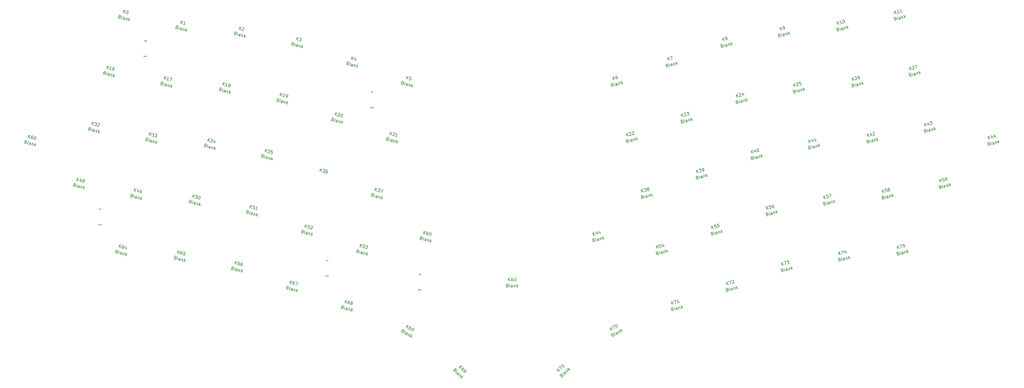
<source format=gto>
G04 #@! TF.GenerationSoftware,KiCad,Pcbnew,8.0.2*
G04 #@! TF.CreationDate,2024-06-03T01:18:32+01:00*
G04 #@! TF.ProjectId,Ashwing66_topplate,41736877-696e-4673-9636-5f746f70706c,1*
G04 #@! TF.SameCoordinates,Original*
G04 #@! TF.FileFunction,Legend,Top*
G04 #@! TF.FilePolarity,Positive*
%FSLAX46Y46*%
G04 Gerber Fmt 4.6, Leading zero omitted, Abs format (unit mm)*
G04 Created by KiCad (PCBNEW 8.0.2) date 2024-06-03 01:18:32*
%MOMM*%
%LPD*%
G01*
G04 APERTURE LIST*
%ADD10C,0.150000*%
%ADD11C,0.074930*%
%ADD12C,4.000000*%
G04 APERTURE END LIST*
D10*
X239371046Y-176182344D02*
X239112227Y-175216418D01*
X239923004Y-176034448D02*
X239361139Y-175593412D01*
X239664185Y-175068522D02*
X239260124Y-175768376D01*
X240578394Y-175168652D02*
X240750940Y-175812603D01*
X240249814Y-174862304D02*
X240204703Y-175613875D01*
X240204703Y-175613875D02*
X240802657Y-175453653D01*
X241498324Y-174922158D02*
X241670870Y-175566108D01*
X241169744Y-174615810D02*
X241124632Y-175367380D01*
X241124632Y-175367380D02*
X241722586Y-175207159D01*
X239482828Y-177703433D02*
X239633142Y-177712456D01*
X239633142Y-177712456D02*
X239691464Y-177746128D01*
X239691464Y-177746128D02*
X239762110Y-177825796D01*
X239762110Y-177825796D02*
X239799084Y-177963785D01*
X239799084Y-177963785D02*
X239777737Y-178068103D01*
X239777737Y-178068103D02*
X239744065Y-178126424D01*
X239744065Y-178126424D02*
X239664397Y-178197070D01*
X239664397Y-178197070D02*
X239296425Y-178295668D01*
X239296425Y-178295668D02*
X239037606Y-177329742D01*
X239037606Y-177329742D02*
X239359581Y-177243469D01*
X239359581Y-177243469D02*
X239463899Y-177264816D01*
X239463899Y-177264816D02*
X239522220Y-177298488D01*
X239522220Y-177298488D02*
X239592866Y-177378156D01*
X239592866Y-177378156D02*
X239617515Y-177470149D01*
X239617515Y-177470149D02*
X239596168Y-177574466D01*
X239596168Y-177574466D02*
X239562497Y-177632788D01*
X239562497Y-177632788D02*
X239482828Y-177703433D01*
X239482828Y-177703433D02*
X239160853Y-177789707D01*
X240400340Y-177999874D02*
X240296022Y-177978527D01*
X240296022Y-177978527D02*
X240225377Y-177898859D01*
X240225377Y-177898859D02*
X240003532Y-177070923D01*
X241182281Y-177790354D02*
X241046709Y-177284393D01*
X241046709Y-177284393D02*
X240976063Y-177204725D01*
X240976063Y-177204725D02*
X240871745Y-177183378D01*
X240871745Y-177183378D02*
X240687759Y-177232677D01*
X240687759Y-177232677D02*
X240608091Y-177303323D01*
X241169956Y-177744358D02*
X241090288Y-177815004D01*
X241090288Y-177815004D02*
X240860305Y-177876627D01*
X240860305Y-177876627D02*
X240755988Y-177855280D01*
X240755988Y-177855280D02*
X240685342Y-177775612D01*
X240685342Y-177775612D02*
X240660692Y-177683619D01*
X240660692Y-177683619D02*
X240682039Y-177579301D01*
X240682039Y-177579301D02*
X240761708Y-177508655D01*
X240761708Y-177508655D02*
X240991690Y-177447032D01*
X240991690Y-177447032D02*
X241071358Y-177376386D01*
X241469699Y-177023156D02*
X241642245Y-177667107D01*
X241494349Y-177115149D02*
X241528020Y-177056828D01*
X241528020Y-177056828D02*
X241607689Y-176986182D01*
X241607689Y-176986182D02*
X241745678Y-176949208D01*
X241745678Y-176949208D02*
X241849996Y-176970555D01*
X241849996Y-176970555D02*
X241920642Y-177050223D01*
X241920642Y-177050223D02*
X242056214Y-177556185D01*
X242516178Y-177432937D02*
X242257359Y-176467012D01*
X242509574Y-177040316D02*
X242884150Y-177334340D01*
X242711604Y-176690389D02*
X242442230Y-177156959D01*
X88751190Y-161708085D02*
X89010009Y-160742159D01*
X89303147Y-161855981D02*
X89037076Y-161193101D01*
X89561966Y-160890055D02*
X88862112Y-161294116D01*
X90303630Y-161433876D02*
X90131084Y-162077826D01*
X90172245Y-161004280D02*
X89757392Y-161632604D01*
X89757392Y-161632604D02*
X90355346Y-161792825D01*
X90683041Y-162225723D02*
X90867027Y-162275022D01*
X90867027Y-162275022D02*
X90971345Y-162253675D01*
X90971345Y-162253675D02*
X91029666Y-162220003D01*
X91029666Y-162220003D02*
X91158633Y-162106663D01*
X91158633Y-162106663D02*
X91253929Y-161935002D01*
X91253929Y-161935002D02*
X91352526Y-161567030D01*
X91352526Y-161567030D02*
X91331179Y-161462712D01*
X91331179Y-161462712D02*
X91297507Y-161404391D01*
X91297507Y-161404391D02*
X91217839Y-161333745D01*
X91217839Y-161333745D02*
X91033853Y-161284446D01*
X91033853Y-161284446D02*
X90929536Y-161305793D01*
X90929536Y-161305793D02*
X90871215Y-161339465D01*
X90871215Y-161339465D02*
X90800569Y-161419133D01*
X90800569Y-161419133D02*
X90738945Y-161649116D01*
X90738945Y-161649116D02*
X90760292Y-161753433D01*
X90760292Y-161753433D02*
X90793964Y-161811755D01*
X90793964Y-161811755D02*
X90873632Y-161882400D01*
X90873632Y-161882400D02*
X91057618Y-161931699D01*
X91057618Y-161931699D02*
X91161936Y-161910352D01*
X91161936Y-161910352D02*
X91220257Y-161876681D01*
X91220257Y-161876681D02*
X91290903Y-161797012D01*
X88087451Y-163081278D02*
X88213116Y-163164249D01*
X88213116Y-163164249D02*
X88246788Y-163222570D01*
X88246788Y-163222570D02*
X88268135Y-163326888D01*
X88268135Y-163326888D02*
X88231161Y-163464877D01*
X88231161Y-163464877D02*
X88160515Y-163544545D01*
X88160515Y-163544545D02*
X88102194Y-163578217D01*
X88102194Y-163578217D02*
X87997876Y-163599564D01*
X87997876Y-163599564D02*
X87629904Y-163500966D01*
X87629904Y-163500966D02*
X87888723Y-162535040D01*
X87888723Y-162535040D02*
X88210699Y-162621313D01*
X88210699Y-162621313D02*
X88290367Y-162691959D01*
X88290367Y-162691959D02*
X88324039Y-162750281D01*
X88324039Y-162750281D02*
X88345386Y-162854598D01*
X88345386Y-162854598D02*
X88320736Y-162946591D01*
X88320736Y-162946591D02*
X88250090Y-163026259D01*
X88250090Y-163026259D02*
X88191769Y-163059931D01*
X88191769Y-163059931D02*
X88087451Y-163081278D01*
X88087451Y-163081278D02*
X87765476Y-162995005D01*
X88733819Y-163796759D02*
X88654151Y-163726114D01*
X88654151Y-163726114D02*
X88632804Y-163621796D01*
X88632804Y-163621796D02*
X88854649Y-162793859D01*
X89515760Y-164006280D02*
X89651332Y-163500319D01*
X89651332Y-163500319D02*
X89629985Y-163396001D01*
X89629985Y-163396001D02*
X89550317Y-163325355D01*
X89550317Y-163325355D02*
X89366331Y-163276056D01*
X89366331Y-163276056D02*
X89262013Y-163297403D01*
X89528085Y-163960283D02*
X89423767Y-163981630D01*
X89423767Y-163981630D02*
X89193785Y-163920007D01*
X89193785Y-163920007D02*
X89114116Y-163849361D01*
X89114116Y-163849361D02*
X89092769Y-163745043D01*
X89092769Y-163745043D02*
X89117419Y-163653050D01*
X89117419Y-163653050D02*
X89188065Y-163573382D01*
X89188065Y-163573382D02*
X89292382Y-163552035D01*
X89292382Y-163552035D02*
X89522365Y-163613659D01*
X89522365Y-163613659D02*
X89626682Y-163592312D01*
X90148271Y-163485576D02*
X89975725Y-164129527D01*
X90123621Y-163577569D02*
X90181942Y-163543898D01*
X90181942Y-163543898D02*
X90286260Y-163522551D01*
X90286260Y-163522551D02*
X90424249Y-163559525D01*
X90424249Y-163559525D02*
X90503918Y-163630171D01*
X90503918Y-163630171D02*
X90525265Y-163734488D01*
X90525265Y-163734488D02*
X90389693Y-164240449D01*
X90849658Y-164363697D02*
X91108477Y-163397771D01*
X91040248Y-164020374D02*
X91217629Y-164462294D01*
X91390175Y-163818344D02*
X90923606Y-164087718D01*
X334236713Y-162199869D02*
X333977894Y-161233943D01*
X334788671Y-162051973D02*
X334226806Y-161610937D01*
X334529852Y-161086047D02*
X334125791Y-161785901D01*
X335403785Y-160851877D02*
X334943820Y-160975124D01*
X334943820Y-160975124D02*
X335021071Y-161447414D01*
X335021071Y-161447414D02*
X335054743Y-161389093D01*
X335054743Y-161389093D02*
X335134411Y-161318447D01*
X335134411Y-161318447D02*
X335364393Y-161256823D01*
X335364393Y-161256823D02*
X335468711Y-161278170D01*
X335468711Y-161278170D02*
X335527032Y-161311842D01*
X335527032Y-161311842D02*
X335597678Y-161391510D01*
X335597678Y-161391510D02*
X335659301Y-161621492D01*
X335659301Y-161621492D02*
X335637954Y-161725810D01*
X335637954Y-161725810D02*
X335604283Y-161784131D01*
X335604283Y-161784131D02*
X335524614Y-161854777D01*
X335524614Y-161854777D02*
X335294632Y-161916401D01*
X335294632Y-161916401D02*
X335190314Y-161895054D01*
X335190314Y-161895054D02*
X335131993Y-161861382D01*
X336112661Y-161105624D02*
X336008344Y-161084277D01*
X336008344Y-161084277D02*
X335950023Y-161050605D01*
X335950023Y-161050605D02*
X335879377Y-160970937D01*
X335879377Y-160970937D02*
X335867052Y-160924941D01*
X335867052Y-160924941D02*
X335888399Y-160820623D01*
X335888399Y-160820623D02*
X335922071Y-160762302D01*
X335922071Y-160762302D02*
X336001739Y-160691656D01*
X336001739Y-160691656D02*
X336185725Y-160642357D01*
X336185725Y-160642357D02*
X336290042Y-160663704D01*
X336290042Y-160663704D02*
X336348364Y-160697376D01*
X336348364Y-160697376D02*
X336419010Y-160777044D01*
X336419010Y-160777044D02*
X336431334Y-160823040D01*
X336431334Y-160823040D02*
X336409987Y-160927358D01*
X336409987Y-160927358D02*
X336376315Y-160985679D01*
X336376315Y-160985679D02*
X336296647Y-161056325D01*
X336296647Y-161056325D02*
X336112661Y-161105624D01*
X336112661Y-161105624D02*
X336032993Y-161176270D01*
X336032993Y-161176270D02*
X335999321Y-161234591D01*
X335999321Y-161234591D02*
X335977974Y-161338909D01*
X335977974Y-161338909D02*
X336027273Y-161522895D01*
X336027273Y-161522895D02*
X336097919Y-161602563D01*
X336097919Y-161602563D02*
X336156240Y-161636235D01*
X336156240Y-161636235D02*
X336260558Y-161657582D01*
X336260558Y-161657582D02*
X336444544Y-161608283D01*
X336444544Y-161608283D02*
X336524212Y-161537637D01*
X336524212Y-161537637D02*
X336557884Y-161479316D01*
X336557884Y-161479316D02*
X336579231Y-161374998D01*
X336579231Y-161374998D02*
X336529932Y-161191012D01*
X336529932Y-161191012D02*
X336459286Y-161111344D01*
X336459286Y-161111344D02*
X336400965Y-161077672D01*
X336400965Y-161077672D02*
X336296647Y-161056325D01*
X334348495Y-163720958D02*
X334498809Y-163729981D01*
X334498809Y-163729981D02*
X334557131Y-163763653D01*
X334557131Y-163763653D02*
X334627777Y-163843321D01*
X334627777Y-163843321D02*
X334664751Y-163981310D01*
X334664751Y-163981310D02*
X334643404Y-164085628D01*
X334643404Y-164085628D02*
X334609732Y-164143949D01*
X334609732Y-164143949D02*
X334530064Y-164214595D01*
X334530064Y-164214595D02*
X334162092Y-164313193D01*
X334162092Y-164313193D02*
X333903273Y-163347267D01*
X333903273Y-163347267D02*
X334225248Y-163260994D01*
X334225248Y-163260994D02*
X334329566Y-163282341D01*
X334329566Y-163282341D02*
X334387887Y-163316013D01*
X334387887Y-163316013D02*
X334458533Y-163395681D01*
X334458533Y-163395681D02*
X334483182Y-163487674D01*
X334483182Y-163487674D02*
X334461835Y-163591991D01*
X334461835Y-163591991D02*
X334428164Y-163650313D01*
X334428164Y-163650313D02*
X334348495Y-163720958D01*
X334348495Y-163720958D02*
X334026520Y-163807232D01*
X335266007Y-164017399D02*
X335161689Y-163996052D01*
X335161689Y-163996052D02*
X335091044Y-163916384D01*
X335091044Y-163916384D02*
X334869199Y-163088448D01*
X336047948Y-163807879D02*
X335912376Y-163301918D01*
X335912376Y-163301918D02*
X335841730Y-163222250D01*
X335841730Y-163222250D02*
X335737412Y-163200903D01*
X335737412Y-163200903D02*
X335553426Y-163250202D01*
X335553426Y-163250202D02*
X335473758Y-163320848D01*
X336035623Y-163761883D02*
X335955955Y-163832529D01*
X335955955Y-163832529D02*
X335725972Y-163894152D01*
X335725972Y-163894152D02*
X335621655Y-163872805D01*
X335621655Y-163872805D02*
X335551009Y-163793137D01*
X335551009Y-163793137D02*
X335526359Y-163701144D01*
X335526359Y-163701144D02*
X335547706Y-163596826D01*
X335547706Y-163596826D02*
X335627375Y-163526180D01*
X335627375Y-163526180D02*
X335857357Y-163464557D01*
X335857357Y-163464557D02*
X335937025Y-163393911D01*
X336335366Y-163040681D02*
X336507912Y-163684632D01*
X336360016Y-163132674D02*
X336393687Y-163074353D01*
X336393687Y-163074353D02*
X336473356Y-163003707D01*
X336473356Y-163003707D02*
X336611345Y-162966733D01*
X336611345Y-162966733D02*
X336715663Y-162988080D01*
X336715663Y-162988080D02*
X336786309Y-163067748D01*
X336786309Y-163067748D02*
X336921881Y-163573710D01*
X337381845Y-163450462D02*
X337123026Y-162484537D01*
X337375241Y-163057841D02*
X337749817Y-163351865D01*
X337577271Y-162707914D02*
X337307897Y-163174484D01*
X250380561Y-143634122D02*
X250121742Y-142668196D01*
X250932519Y-143486226D02*
X250370654Y-143045190D01*
X250673700Y-142520300D02*
X250269639Y-143220154D01*
X251066321Y-142513695D02*
X251099993Y-142455374D01*
X251099993Y-142455374D02*
X251179661Y-142384728D01*
X251179661Y-142384728D02*
X251409643Y-142323104D01*
X251409643Y-142323104D02*
X251513961Y-142344451D01*
X251513961Y-142344451D02*
X251572282Y-142378123D01*
X251572282Y-142378123D02*
X251642928Y-142457791D01*
X251642928Y-142457791D02*
X251667578Y-142549784D01*
X251667578Y-142549784D02*
X251658555Y-142700098D01*
X251658555Y-142700098D02*
X251254494Y-143399953D01*
X251254494Y-143399953D02*
X251852448Y-143239731D01*
X251986251Y-142267201D02*
X252019922Y-142208880D01*
X252019922Y-142208880D02*
X252099590Y-142138234D01*
X252099590Y-142138234D02*
X252329573Y-142076610D01*
X252329573Y-142076610D02*
X252433890Y-142097957D01*
X252433890Y-142097957D02*
X252492212Y-142131629D01*
X252492212Y-142131629D02*
X252562858Y-142211297D01*
X252562858Y-142211297D02*
X252587507Y-142303290D01*
X252587507Y-142303290D02*
X252578485Y-142453604D01*
X252578485Y-142453604D02*
X252174424Y-143153458D01*
X252174424Y-143153458D02*
X252772378Y-142993237D01*
X250492343Y-145155211D02*
X250642657Y-145164234D01*
X250642657Y-145164234D02*
X250700979Y-145197906D01*
X250700979Y-145197906D02*
X250771625Y-145277574D01*
X250771625Y-145277574D02*
X250808599Y-145415563D01*
X250808599Y-145415563D02*
X250787252Y-145519881D01*
X250787252Y-145519881D02*
X250753580Y-145578202D01*
X250753580Y-145578202D02*
X250673912Y-145648848D01*
X250673912Y-145648848D02*
X250305940Y-145747446D01*
X250305940Y-145747446D02*
X250047121Y-144781520D01*
X250047121Y-144781520D02*
X250369096Y-144695247D01*
X250369096Y-144695247D02*
X250473414Y-144716594D01*
X250473414Y-144716594D02*
X250531735Y-144750266D01*
X250531735Y-144750266D02*
X250602381Y-144829934D01*
X250602381Y-144829934D02*
X250627030Y-144921927D01*
X250627030Y-144921927D02*
X250605683Y-145026244D01*
X250605683Y-145026244D02*
X250572012Y-145084566D01*
X250572012Y-145084566D02*
X250492343Y-145155211D01*
X250492343Y-145155211D02*
X250170368Y-145241485D01*
X251409855Y-145451652D02*
X251305537Y-145430305D01*
X251305537Y-145430305D02*
X251234892Y-145350637D01*
X251234892Y-145350637D02*
X251013047Y-144522701D01*
X252191796Y-145242132D02*
X252056224Y-144736171D01*
X252056224Y-144736171D02*
X251985578Y-144656503D01*
X251985578Y-144656503D02*
X251881260Y-144635156D01*
X251881260Y-144635156D02*
X251697274Y-144684455D01*
X251697274Y-144684455D02*
X251617606Y-144755101D01*
X252179471Y-145196136D02*
X252099803Y-145266782D01*
X252099803Y-145266782D02*
X251869820Y-145328405D01*
X251869820Y-145328405D02*
X251765503Y-145307058D01*
X251765503Y-145307058D02*
X251694857Y-145227390D01*
X251694857Y-145227390D02*
X251670207Y-145135397D01*
X251670207Y-145135397D02*
X251691554Y-145031079D01*
X251691554Y-145031079D02*
X251771223Y-144960433D01*
X251771223Y-144960433D02*
X252001205Y-144898810D01*
X252001205Y-144898810D02*
X252080873Y-144828164D01*
X252479214Y-144474934D02*
X252651760Y-145118885D01*
X252503864Y-144566927D02*
X252537535Y-144508606D01*
X252537535Y-144508606D02*
X252617204Y-144437960D01*
X252617204Y-144437960D02*
X252755193Y-144400986D01*
X252755193Y-144400986D02*
X252859511Y-144422333D01*
X252859511Y-144422333D02*
X252930157Y-144502001D01*
X252930157Y-144502001D02*
X253065729Y-145007963D01*
X253525693Y-144884715D02*
X253266874Y-143918790D01*
X253519089Y-144492094D02*
X253893665Y-144786118D01*
X253721119Y-144142167D02*
X253451745Y-144608737D01*
X324375702Y-125398100D02*
X324116883Y-124432174D01*
X324927660Y-125250204D02*
X324365795Y-124809168D01*
X324668841Y-124284278D02*
X324264780Y-124984132D01*
X325061462Y-124277673D02*
X325095134Y-124219352D01*
X325095134Y-124219352D02*
X325174802Y-124148706D01*
X325174802Y-124148706D02*
X325404784Y-124087082D01*
X325404784Y-124087082D02*
X325509102Y-124108429D01*
X325509102Y-124108429D02*
X325567423Y-124142101D01*
X325567423Y-124142101D02*
X325638069Y-124221769D01*
X325638069Y-124221769D02*
X325662719Y-124313762D01*
X325662719Y-124313762D02*
X325653696Y-124464076D01*
X325653696Y-124464076D02*
X325249635Y-125163931D01*
X325249635Y-125163931D02*
X325847589Y-125003709D01*
X326416707Y-123815939D02*
X326232721Y-123865237D01*
X326232721Y-123865237D02*
X326153053Y-123935883D01*
X326153053Y-123935883D02*
X326119381Y-123994205D01*
X326119381Y-123994205D02*
X326064362Y-124156843D01*
X326064362Y-124156843D02*
X326067665Y-124353154D01*
X326067665Y-124353154D02*
X326166262Y-124721126D01*
X326166262Y-124721126D02*
X326236908Y-124800794D01*
X326236908Y-124800794D02*
X326295229Y-124834466D01*
X326295229Y-124834466D02*
X326399547Y-124855813D01*
X326399547Y-124855813D02*
X326583533Y-124806514D01*
X326583533Y-124806514D02*
X326663201Y-124735868D01*
X326663201Y-124735868D02*
X326696873Y-124677547D01*
X326696873Y-124677547D02*
X326718220Y-124573229D01*
X326718220Y-124573229D02*
X326656596Y-124343247D01*
X326656596Y-124343247D02*
X326585950Y-124263579D01*
X326585950Y-124263579D02*
X326527629Y-124229907D01*
X326527629Y-124229907D02*
X326423312Y-124208560D01*
X326423312Y-124208560D02*
X326239326Y-124257859D01*
X326239326Y-124257859D02*
X326159657Y-124328505D01*
X326159657Y-124328505D02*
X326125986Y-124386826D01*
X326125986Y-124386826D02*
X326104639Y-124491143D01*
X324487484Y-126919189D02*
X324637798Y-126928212D01*
X324637798Y-126928212D02*
X324696120Y-126961884D01*
X324696120Y-126961884D02*
X324766766Y-127041552D01*
X324766766Y-127041552D02*
X324803740Y-127179541D01*
X324803740Y-127179541D02*
X324782393Y-127283859D01*
X324782393Y-127283859D02*
X324748721Y-127342180D01*
X324748721Y-127342180D02*
X324669053Y-127412826D01*
X324669053Y-127412826D02*
X324301081Y-127511424D01*
X324301081Y-127511424D02*
X324042262Y-126545498D01*
X324042262Y-126545498D02*
X324364237Y-126459225D01*
X324364237Y-126459225D02*
X324468555Y-126480572D01*
X324468555Y-126480572D02*
X324526876Y-126514244D01*
X324526876Y-126514244D02*
X324597522Y-126593912D01*
X324597522Y-126593912D02*
X324622171Y-126685905D01*
X324622171Y-126685905D02*
X324600824Y-126790222D01*
X324600824Y-126790222D02*
X324567153Y-126848544D01*
X324567153Y-126848544D02*
X324487484Y-126919189D01*
X324487484Y-126919189D02*
X324165509Y-127005463D01*
X325404996Y-127215630D02*
X325300678Y-127194283D01*
X325300678Y-127194283D02*
X325230033Y-127114615D01*
X325230033Y-127114615D02*
X325008188Y-126286679D01*
X326186937Y-127006110D02*
X326051365Y-126500149D01*
X326051365Y-126500149D02*
X325980719Y-126420481D01*
X325980719Y-126420481D02*
X325876401Y-126399134D01*
X325876401Y-126399134D02*
X325692415Y-126448433D01*
X325692415Y-126448433D02*
X325612747Y-126519079D01*
X326174612Y-126960114D02*
X326094944Y-127030760D01*
X326094944Y-127030760D02*
X325864961Y-127092383D01*
X325864961Y-127092383D02*
X325760644Y-127071036D01*
X325760644Y-127071036D02*
X325689998Y-126991368D01*
X325689998Y-126991368D02*
X325665348Y-126899375D01*
X325665348Y-126899375D02*
X325686695Y-126795057D01*
X325686695Y-126795057D02*
X325766364Y-126724411D01*
X325766364Y-126724411D02*
X325996346Y-126662788D01*
X325996346Y-126662788D02*
X326076014Y-126592142D01*
X326474355Y-126238912D02*
X326646901Y-126882863D01*
X326499005Y-126330905D02*
X326532676Y-126272584D01*
X326532676Y-126272584D02*
X326612345Y-126201938D01*
X326612345Y-126201938D02*
X326750334Y-126164964D01*
X326750334Y-126164964D02*
X326854652Y-126186311D01*
X326854652Y-126186311D02*
X326925298Y-126265979D01*
X326925298Y-126265979D02*
X327060870Y-126771941D01*
X327520834Y-126648693D02*
X327262015Y-125682768D01*
X327514230Y-126256072D02*
X327888806Y-126550096D01*
X327716260Y-125906145D02*
X327446886Y-126372715D01*
X319977445Y-182587114D02*
X319718626Y-181621188D01*
X320529403Y-182439218D02*
X319967538Y-181998182D01*
X320270584Y-181473292D02*
X319866523Y-182173146D01*
X320592559Y-181387019D02*
X321236510Y-181214473D01*
X321236510Y-181214473D02*
X321081361Y-182291321D01*
X322104723Y-181326928D02*
X322277269Y-181970878D01*
X321776143Y-181020580D02*
X321731031Y-181772150D01*
X321731031Y-181772150D02*
X322328985Y-181611929D01*
X320089227Y-184108203D02*
X320239541Y-184117226D01*
X320239541Y-184117226D02*
X320297863Y-184150898D01*
X320297863Y-184150898D02*
X320368509Y-184230566D01*
X320368509Y-184230566D02*
X320405483Y-184368555D01*
X320405483Y-184368555D02*
X320384136Y-184472873D01*
X320384136Y-184472873D02*
X320350464Y-184531194D01*
X320350464Y-184531194D02*
X320270796Y-184601840D01*
X320270796Y-184601840D02*
X319902824Y-184700438D01*
X319902824Y-184700438D02*
X319644005Y-183734512D01*
X319644005Y-183734512D02*
X319965980Y-183648239D01*
X319965980Y-183648239D02*
X320070298Y-183669586D01*
X320070298Y-183669586D02*
X320128619Y-183703258D01*
X320128619Y-183703258D02*
X320199265Y-183782926D01*
X320199265Y-183782926D02*
X320223914Y-183874919D01*
X320223914Y-183874919D02*
X320202567Y-183979236D01*
X320202567Y-183979236D02*
X320168896Y-184037558D01*
X320168896Y-184037558D02*
X320089227Y-184108203D01*
X320089227Y-184108203D02*
X319767252Y-184194477D01*
X321006739Y-184404644D02*
X320902421Y-184383297D01*
X320902421Y-184383297D02*
X320831776Y-184303629D01*
X320831776Y-184303629D02*
X320609931Y-183475693D01*
X321788680Y-184195124D02*
X321653108Y-183689163D01*
X321653108Y-183689163D02*
X321582462Y-183609495D01*
X321582462Y-183609495D02*
X321478144Y-183588148D01*
X321478144Y-183588148D02*
X321294158Y-183637447D01*
X321294158Y-183637447D02*
X321214490Y-183708093D01*
X321776355Y-184149128D02*
X321696687Y-184219774D01*
X321696687Y-184219774D02*
X321466704Y-184281397D01*
X321466704Y-184281397D02*
X321362387Y-184260050D01*
X321362387Y-184260050D02*
X321291741Y-184180382D01*
X321291741Y-184180382D02*
X321267091Y-184088389D01*
X321267091Y-184088389D02*
X321288438Y-183984071D01*
X321288438Y-183984071D02*
X321368107Y-183913425D01*
X321368107Y-183913425D02*
X321598089Y-183851802D01*
X321598089Y-183851802D02*
X321677757Y-183781156D01*
X322076098Y-183427926D02*
X322248644Y-184071877D01*
X322100748Y-183519919D02*
X322134419Y-183461598D01*
X322134419Y-183461598D02*
X322214088Y-183390952D01*
X322214088Y-183390952D02*
X322352077Y-183353978D01*
X322352077Y-183353978D02*
X322456395Y-183375325D01*
X322456395Y-183375325D02*
X322527041Y-183454993D01*
X322527041Y-183454993D02*
X322662613Y-183960955D01*
X323122577Y-183837707D02*
X322863758Y-182871782D01*
X323115973Y-183445086D02*
X323490549Y-183739110D01*
X323318003Y-183095159D02*
X323048629Y-183561729D01*
X93681694Y-143307191D02*
X93940513Y-142341265D01*
X94233651Y-143455087D02*
X93967580Y-142792207D01*
X94492470Y-142489161D02*
X93792616Y-142893222D01*
X94814446Y-142575434D02*
X95412400Y-142735656D01*
X95412400Y-142735656D02*
X94991827Y-143017355D01*
X94991827Y-143017355D02*
X95129816Y-143054329D01*
X95129816Y-143054329D02*
X95209484Y-143124975D01*
X95209484Y-143124975D02*
X95243156Y-143183296D01*
X95243156Y-143183296D02*
X95264503Y-143287613D01*
X95264503Y-143287613D02*
X95202880Y-143517596D01*
X95202880Y-143517596D02*
X95132234Y-143597264D01*
X95132234Y-143597264D02*
X95073912Y-143630936D01*
X95073912Y-143630936D02*
X94969595Y-143652283D01*
X94969595Y-143652283D02*
X94693616Y-143578334D01*
X94693616Y-143578334D02*
X94613948Y-143507689D01*
X94613948Y-143507689D02*
X94580276Y-143449367D01*
X95734375Y-142821929D02*
X96332329Y-142982150D01*
X96332329Y-142982150D02*
X95911756Y-143263849D01*
X95911756Y-143263849D02*
X96049746Y-143300823D01*
X96049746Y-143300823D02*
X96129414Y-143371469D01*
X96129414Y-143371469D02*
X96163085Y-143429790D01*
X96163085Y-143429790D02*
X96184433Y-143534108D01*
X96184433Y-143534108D02*
X96122809Y-143764090D01*
X96122809Y-143764090D02*
X96052163Y-143843758D01*
X96052163Y-143843758D02*
X95993842Y-143877430D01*
X95993842Y-143877430D02*
X95889524Y-143898777D01*
X95889524Y-143898777D02*
X95613545Y-143824829D01*
X95613545Y-143824829D02*
X95533877Y-143754183D01*
X95533877Y-143754183D02*
X95500205Y-143695862D01*
X93017955Y-144680384D02*
X93143620Y-144763355D01*
X93143620Y-144763355D02*
X93177292Y-144821676D01*
X93177292Y-144821676D02*
X93198639Y-144925994D01*
X93198639Y-144925994D02*
X93161665Y-145063983D01*
X93161665Y-145063983D02*
X93091019Y-145143651D01*
X93091019Y-145143651D02*
X93032698Y-145177323D01*
X93032698Y-145177323D02*
X92928380Y-145198670D01*
X92928380Y-145198670D02*
X92560408Y-145100072D01*
X92560408Y-145100072D02*
X92819227Y-144134146D01*
X92819227Y-144134146D02*
X93141203Y-144220419D01*
X93141203Y-144220419D02*
X93220871Y-144291065D01*
X93220871Y-144291065D02*
X93254543Y-144349387D01*
X93254543Y-144349387D02*
X93275890Y-144453704D01*
X93275890Y-144453704D02*
X93251240Y-144545697D01*
X93251240Y-144545697D02*
X93180594Y-144625365D01*
X93180594Y-144625365D02*
X93122273Y-144659037D01*
X93122273Y-144659037D02*
X93017955Y-144680384D01*
X93017955Y-144680384D02*
X92695980Y-144594111D01*
X93664323Y-145395865D02*
X93584655Y-145325220D01*
X93584655Y-145325220D02*
X93563308Y-145220902D01*
X93563308Y-145220902D02*
X93785153Y-144392965D01*
X94446264Y-145605386D02*
X94581836Y-145099425D01*
X94581836Y-145099425D02*
X94560489Y-144995107D01*
X94560489Y-144995107D02*
X94480821Y-144924461D01*
X94480821Y-144924461D02*
X94296835Y-144875162D01*
X94296835Y-144875162D02*
X94192517Y-144896509D01*
X94458589Y-145559389D02*
X94354271Y-145580736D01*
X94354271Y-145580736D02*
X94124289Y-145519113D01*
X94124289Y-145519113D02*
X94044620Y-145448467D01*
X94044620Y-145448467D02*
X94023273Y-145344149D01*
X94023273Y-145344149D02*
X94047923Y-145252156D01*
X94047923Y-145252156D02*
X94118569Y-145172488D01*
X94118569Y-145172488D02*
X94222886Y-145151141D01*
X94222886Y-145151141D02*
X94452869Y-145212765D01*
X94452869Y-145212765D02*
X94557186Y-145191418D01*
X95078775Y-145084682D02*
X94906229Y-145728633D01*
X95054125Y-145176675D02*
X95112446Y-145143004D01*
X95112446Y-145143004D02*
X95216764Y-145121657D01*
X95216764Y-145121657D02*
X95354753Y-145158631D01*
X95354753Y-145158631D02*
X95434422Y-145229277D01*
X95434422Y-145229277D02*
X95455769Y-145333594D01*
X95455769Y-145333594D02*
X95320197Y-145839555D01*
X95780162Y-145962803D02*
X96038981Y-144996877D01*
X95970752Y-145619480D02*
X96148133Y-146061400D01*
X96320679Y-145417450D02*
X95854110Y-145686824D01*
X79822750Y-121425948D02*
X80081569Y-120460022D01*
X80374707Y-121573844D02*
X80108636Y-120910964D01*
X80633526Y-120607918D02*
X79933672Y-121011979D01*
X81294637Y-121820339D02*
X80742679Y-121672442D01*
X81018658Y-121746390D02*
X81277477Y-120780464D01*
X81277477Y-120780464D02*
X81148510Y-120893804D01*
X81148510Y-120893804D02*
X81031867Y-120961148D01*
X81031867Y-120961148D02*
X80927550Y-120982495D01*
X82381392Y-121076258D02*
X82197406Y-121026959D01*
X82197406Y-121026959D02*
X82093089Y-121048306D01*
X82093089Y-121048306D02*
X82034767Y-121081978D01*
X82034767Y-121081978D02*
X81905800Y-121195318D01*
X81905800Y-121195318D02*
X81810505Y-121366979D01*
X81810505Y-121366979D02*
X81711907Y-121734950D01*
X81711907Y-121734950D02*
X81733254Y-121839268D01*
X81733254Y-121839268D02*
X81766926Y-121897589D01*
X81766926Y-121897589D02*
X81846594Y-121968235D01*
X81846594Y-121968235D02*
X82030580Y-122017534D01*
X82030580Y-122017534D02*
X82134898Y-121996187D01*
X82134898Y-121996187D02*
X82193219Y-121962515D01*
X82193219Y-121962515D02*
X82263865Y-121882847D01*
X82263865Y-121882847D02*
X82325489Y-121652865D01*
X82325489Y-121652865D02*
X82304141Y-121548547D01*
X82304141Y-121548547D02*
X82270470Y-121490226D01*
X82270470Y-121490226D02*
X82190802Y-121419580D01*
X82190802Y-121419580D02*
X82006816Y-121370281D01*
X82006816Y-121370281D02*
X81902498Y-121391628D01*
X81902498Y-121391628D02*
X81844177Y-121425300D01*
X81844177Y-121425300D02*
X81773531Y-121504968D01*
X79159011Y-122799141D02*
X79284676Y-122882112D01*
X79284676Y-122882112D02*
X79318348Y-122940433D01*
X79318348Y-122940433D02*
X79339695Y-123044751D01*
X79339695Y-123044751D02*
X79302721Y-123182740D01*
X79302721Y-123182740D02*
X79232075Y-123262408D01*
X79232075Y-123262408D02*
X79173754Y-123296080D01*
X79173754Y-123296080D02*
X79069436Y-123317427D01*
X79069436Y-123317427D02*
X78701464Y-123218829D01*
X78701464Y-123218829D02*
X78960283Y-122252903D01*
X78960283Y-122252903D02*
X79282259Y-122339176D01*
X79282259Y-122339176D02*
X79361927Y-122409822D01*
X79361927Y-122409822D02*
X79395599Y-122468144D01*
X79395599Y-122468144D02*
X79416946Y-122572461D01*
X79416946Y-122572461D02*
X79392296Y-122664454D01*
X79392296Y-122664454D02*
X79321650Y-122744122D01*
X79321650Y-122744122D02*
X79263329Y-122777794D01*
X79263329Y-122777794D02*
X79159011Y-122799141D01*
X79159011Y-122799141D02*
X78837036Y-122712868D01*
X79805379Y-123514622D02*
X79725711Y-123443977D01*
X79725711Y-123443977D02*
X79704364Y-123339659D01*
X79704364Y-123339659D02*
X79926209Y-122511722D01*
X80587320Y-123724143D02*
X80722892Y-123218182D01*
X80722892Y-123218182D02*
X80701545Y-123113864D01*
X80701545Y-123113864D02*
X80621877Y-123043218D01*
X80621877Y-123043218D02*
X80437891Y-122993919D01*
X80437891Y-122993919D02*
X80333573Y-123015266D01*
X80599645Y-123678146D02*
X80495327Y-123699493D01*
X80495327Y-123699493D02*
X80265345Y-123637870D01*
X80265345Y-123637870D02*
X80185676Y-123567224D01*
X80185676Y-123567224D02*
X80164329Y-123462906D01*
X80164329Y-123462906D02*
X80188979Y-123370913D01*
X80188979Y-123370913D02*
X80259625Y-123291245D01*
X80259625Y-123291245D02*
X80363942Y-123269898D01*
X80363942Y-123269898D02*
X80593925Y-123331522D01*
X80593925Y-123331522D02*
X80698242Y-123310175D01*
X81219831Y-123203439D02*
X81047285Y-123847390D01*
X81195181Y-123295432D02*
X81253502Y-123261761D01*
X81253502Y-123261761D02*
X81357820Y-123240414D01*
X81357820Y-123240414D02*
X81495809Y-123277388D01*
X81495809Y-123277388D02*
X81575478Y-123348034D01*
X81575478Y-123348034D02*
X81596825Y-123452351D01*
X81596825Y-123452351D02*
X81461253Y-123958312D01*
X81921218Y-124081560D02*
X82180037Y-123115634D01*
X82111808Y-123738237D02*
X82289189Y-124180157D01*
X82461735Y-123536207D02*
X81995166Y-123805581D01*
X112890304Y-145272309D02*
X113149123Y-144306383D01*
X113442261Y-145420205D02*
X113176190Y-144757325D01*
X113701080Y-144454279D02*
X113001226Y-144858340D01*
X114023056Y-144540552D02*
X114621010Y-144700774D01*
X114621010Y-144700774D02*
X114200437Y-144982473D01*
X114200437Y-144982473D02*
X114338426Y-145019447D01*
X114338426Y-145019447D02*
X114418094Y-145090093D01*
X114418094Y-145090093D02*
X114451766Y-145148414D01*
X114451766Y-145148414D02*
X114473113Y-145252731D01*
X114473113Y-145252731D02*
X114411490Y-145482714D01*
X114411490Y-145482714D02*
X114340844Y-145562382D01*
X114340844Y-145562382D02*
X114282522Y-145596054D01*
X114282522Y-145596054D02*
X114178205Y-145617401D01*
X114178205Y-145617401D02*
X113902226Y-145543452D01*
X113902226Y-145543452D02*
X113822558Y-145472807D01*
X113822558Y-145472807D02*
X113788886Y-145414485D01*
X115362673Y-145244594D02*
X115190127Y-145888545D01*
X115231289Y-144814999D02*
X114816435Y-145443322D01*
X114816435Y-145443322D02*
X115414390Y-145603543D01*
X112226565Y-146645502D02*
X112352230Y-146728473D01*
X112352230Y-146728473D02*
X112385902Y-146786794D01*
X112385902Y-146786794D02*
X112407249Y-146891112D01*
X112407249Y-146891112D02*
X112370275Y-147029101D01*
X112370275Y-147029101D02*
X112299629Y-147108769D01*
X112299629Y-147108769D02*
X112241308Y-147142441D01*
X112241308Y-147142441D02*
X112136990Y-147163788D01*
X112136990Y-147163788D02*
X111769018Y-147065190D01*
X111769018Y-147065190D02*
X112027837Y-146099264D01*
X112027837Y-146099264D02*
X112349813Y-146185537D01*
X112349813Y-146185537D02*
X112429481Y-146256183D01*
X112429481Y-146256183D02*
X112463153Y-146314505D01*
X112463153Y-146314505D02*
X112484500Y-146418822D01*
X112484500Y-146418822D02*
X112459850Y-146510815D01*
X112459850Y-146510815D02*
X112389204Y-146590483D01*
X112389204Y-146590483D02*
X112330883Y-146624155D01*
X112330883Y-146624155D02*
X112226565Y-146645502D01*
X112226565Y-146645502D02*
X111904590Y-146559229D01*
X112872933Y-147360983D02*
X112793265Y-147290338D01*
X112793265Y-147290338D02*
X112771918Y-147186020D01*
X112771918Y-147186020D02*
X112993763Y-146358083D01*
X113654874Y-147570504D02*
X113790446Y-147064543D01*
X113790446Y-147064543D02*
X113769099Y-146960225D01*
X113769099Y-146960225D02*
X113689431Y-146889579D01*
X113689431Y-146889579D02*
X113505445Y-146840280D01*
X113505445Y-146840280D02*
X113401127Y-146861627D01*
X113667199Y-147524507D02*
X113562881Y-147545854D01*
X113562881Y-147545854D02*
X113332899Y-147484231D01*
X113332899Y-147484231D02*
X113253230Y-147413585D01*
X113253230Y-147413585D02*
X113231883Y-147309267D01*
X113231883Y-147309267D02*
X113256533Y-147217274D01*
X113256533Y-147217274D02*
X113327179Y-147137606D01*
X113327179Y-147137606D02*
X113431496Y-147116259D01*
X113431496Y-147116259D02*
X113661479Y-147177883D01*
X113661479Y-147177883D02*
X113765796Y-147156536D01*
X114287385Y-147049800D02*
X114114839Y-147693751D01*
X114262735Y-147141793D02*
X114321056Y-147108122D01*
X114321056Y-147108122D02*
X114425374Y-147086775D01*
X114425374Y-147086775D02*
X114563363Y-147123749D01*
X114563363Y-147123749D02*
X114643032Y-147194395D01*
X114643032Y-147194395D02*
X114664379Y-147298712D01*
X114664379Y-147298712D02*
X114528807Y-147804673D01*
X114988772Y-147927921D02*
X115247591Y-146961995D01*
X115179362Y-147584598D02*
X115356743Y-148026518D01*
X115529289Y-147382568D02*
X115062720Y-147651942D01*
X85222637Y-103137680D02*
X85481456Y-102171754D01*
X85774594Y-103285577D02*
X85508523Y-102622697D01*
X86033414Y-102319651D02*
X85333559Y-102723712D01*
X86631368Y-102479872D02*
X86723361Y-102504522D01*
X86723361Y-102504522D02*
X86803029Y-102575167D01*
X86803029Y-102575167D02*
X86836701Y-102633489D01*
X86836701Y-102633489D02*
X86858048Y-102737806D01*
X86858048Y-102737806D02*
X86854745Y-102934117D01*
X86854745Y-102934117D02*
X86793122Y-103164099D01*
X86793122Y-103164099D02*
X86697826Y-103335760D01*
X86697826Y-103335760D02*
X86627180Y-103415429D01*
X86627180Y-103415429D02*
X86568859Y-103449100D01*
X86568859Y-103449100D02*
X86464542Y-103470447D01*
X86464542Y-103470447D02*
X86372549Y-103445798D01*
X86372549Y-103445798D02*
X86292880Y-103375152D01*
X86292880Y-103375152D02*
X86259209Y-103316831D01*
X86259209Y-103316831D02*
X86237862Y-103212513D01*
X86237862Y-103212513D02*
X86241164Y-103016203D01*
X86241164Y-103016203D02*
X86302788Y-102786220D01*
X86302788Y-102786220D02*
X86398083Y-102614559D01*
X86398083Y-102614559D02*
X86468729Y-102534891D01*
X86468729Y-102534891D02*
X86527050Y-102501219D01*
X86527050Y-102501219D02*
X86631368Y-102479872D01*
X84098933Y-104387626D02*
X84224598Y-104470597D01*
X84224598Y-104470597D02*
X84258270Y-104528918D01*
X84258270Y-104528918D02*
X84279617Y-104633236D01*
X84279617Y-104633236D02*
X84242643Y-104771225D01*
X84242643Y-104771225D02*
X84171997Y-104850893D01*
X84171997Y-104850893D02*
X84113676Y-104884565D01*
X84113676Y-104884565D02*
X84009358Y-104905912D01*
X84009358Y-104905912D02*
X83641386Y-104807314D01*
X83641386Y-104807314D02*
X83900205Y-103841388D01*
X83900205Y-103841388D02*
X84222181Y-103927661D01*
X84222181Y-103927661D02*
X84301849Y-103998307D01*
X84301849Y-103998307D02*
X84335521Y-104056629D01*
X84335521Y-104056629D02*
X84356868Y-104160946D01*
X84356868Y-104160946D02*
X84332218Y-104252939D01*
X84332218Y-104252939D02*
X84261572Y-104332607D01*
X84261572Y-104332607D02*
X84203251Y-104366279D01*
X84203251Y-104366279D02*
X84098933Y-104387626D01*
X84098933Y-104387626D02*
X83776958Y-104301353D01*
X84745301Y-105103107D02*
X84665633Y-105032462D01*
X84665633Y-105032462D02*
X84644286Y-104928144D01*
X84644286Y-104928144D02*
X84866131Y-104100207D01*
X85527242Y-105312628D02*
X85662814Y-104806667D01*
X85662814Y-104806667D02*
X85641467Y-104702349D01*
X85641467Y-104702349D02*
X85561799Y-104631703D01*
X85561799Y-104631703D02*
X85377813Y-104582404D01*
X85377813Y-104582404D02*
X85273495Y-104603751D01*
X85539567Y-105266631D02*
X85435249Y-105287978D01*
X85435249Y-105287978D02*
X85205267Y-105226355D01*
X85205267Y-105226355D02*
X85125598Y-105155709D01*
X85125598Y-105155709D02*
X85104251Y-105051391D01*
X85104251Y-105051391D02*
X85128901Y-104959398D01*
X85128901Y-104959398D02*
X85199547Y-104879730D01*
X85199547Y-104879730D02*
X85303864Y-104858383D01*
X85303864Y-104858383D02*
X85533847Y-104920007D01*
X85533847Y-104920007D02*
X85638164Y-104898660D01*
X86159753Y-104791924D02*
X85987207Y-105435875D01*
X86135103Y-104883917D02*
X86193424Y-104850246D01*
X86193424Y-104850246D02*
X86297742Y-104828899D01*
X86297742Y-104828899D02*
X86435731Y-104865873D01*
X86435731Y-104865873D02*
X86515400Y-104936519D01*
X86515400Y-104936519D02*
X86536747Y-105040836D01*
X86536747Y-105040836D02*
X86401175Y-105546797D01*
X86861140Y-105670045D02*
X87119959Y-104704119D01*
X87051730Y-105326722D02*
X87229111Y-105768642D01*
X87401657Y-105124692D02*
X86935088Y-105394066D01*
X338234657Y-103516851D02*
X337975838Y-102550925D01*
X338786615Y-103368955D02*
X338224750Y-102927919D01*
X338527796Y-102403029D02*
X338123735Y-103102883D01*
X339706544Y-103122460D02*
X339154587Y-103270357D01*
X339430566Y-103196409D02*
X339171746Y-102230483D01*
X339171746Y-102230483D02*
X339116728Y-102393122D01*
X339116728Y-102393122D02*
X339049384Y-102509764D01*
X339049384Y-102509764D02*
X338969716Y-102580410D01*
X340626474Y-102875966D02*
X340074516Y-103023863D01*
X340350495Y-102949914D02*
X340091676Y-101983988D01*
X340091676Y-101983988D02*
X340036657Y-102146627D01*
X340036657Y-102146627D02*
X339969314Y-102263270D01*
X339969314Y-102263270D02*
X339889645Y-102333916D01*
X338346439Y-105037940D02*
X338496753Y-105046963D01*
X338496753Y-105046963D02*
X338555075Y-105080635D01*
X338555075Y-105080635D02*
X338625721Y-105160303D01*
X338625721Y-105160303D02*
X338662695Y-105298292D01*
X338662695Y-105298292D02*
X338641348Y-105402610D01*
X338641348Y-105402610D02*
X338607676Y-105460931D01*
X338607676Y-105460931D02*
X338528008Y-105531577D01*
X338528008Y-105531577D02*
X338160036Y-105630175D01*
X338160036Y-105630175D02*
X337901217Y-104664249D01*
X337901217Y-104664249D02*
X338223192Y-104577976D01*
X338223192Y-104577976D02*
X338327510Y-104599323D01*
X338327510Y-104599323D02*
X338385831Y-104632995D01*
X338385831Y-104632995D02*
X338456477Y-104712663D01*
X338456477Y-104712663D02*
X338481126Y-104804656D01*
X338481126Y-104804656D02*
X338459779Y-104908973D01*
X338459779Y-104908973D02*
X338426108Y-104967295D01*
X338426108Y-104967295D02*
X338346439Y-105037940D01*
X338346439Y-105037940D02*
X338024464Y-105124214D01*
X339263951Y-105334381D02*
X339159633Y-105313034D01*
X339159633Y-105313034D02*
X339088988Y-105233366D01*
X339088988Y-105233366D02*
X338867143Y-104405430D01*
X340045892Y-105124861D02*
X339910320Y-104618900D01*
X339910320Y-104618900D02*
X339839674Y-104539232D01*
X339839674Y-104539232D02*
X339735356Y-104517885D01*
X339735356Y-104517885D02*
X339551370Y-104567184D01*
X339551370Y-104567184D02*
X339471702Y-104637830D01*
X340033567Y-105078865D02*
X339953899Y-105149511D01*
X339953899Y-105149511D02*
X339723916Y-105211134D01*
X339723916Y-105211134D02*
X339619599Y-105189787D01*
X339619599Y-105189787D02*
X339548953Y-105110119D01*
X339548953Y-105110119D02*
X339524303Y-105018126D01*
X339524303Y-105018126D02*
X339545650Y-104913808D01*
X339545650Y-104913808D02*
X339625319Y-104843162D01*
X339625319Y-104843162D02*
X339855301Y-104781539D01*
X339855301Y-104781539D02*
X339934969Y-104710893D01*
X340333310Y-104357663D02*
X340505856Y-105001614D01*
X340357960Y-104449656D02*
X340391631Y-104391335D01*
X340391631Y-104391335D02*
X340471300Y-104320689D01*
X340471300Y-104320689D02*
X340609289Y-104283715D01*
X340609289Y-104283715D02*
X340713607Y-104305062D01*
X340713607Y-104305062D02*
X340784253Y-104384730D01*
X340784253Y-104384730D02*
X340919825Y-104890692D01*
X341379789Y-104767444D02*
X341120970Y-103801519D01*
X341373185Y-104374823D02*
X341747761Y-104668847D01*
X341575215Y-104024896D02*
X341305841Y-104491466D01*
X121805789Y-185553753D02*
X122064608Y-184587827D01*
X122357746Y-185701649D02*
X122091675Y-185038769D01*
X122616565Y-184735723D02*
X121916711Y-185139784D01*
X123444502Y-184957568D02*
X123260516Y-184908269D01*
X123260516Y-184908269D02*
X123156198Y-184929617D01*
X123156198Y-184929617D02*
X123097877Y-184963288D01*
X123097877Y-184963288D02*
X122968910Y-185076628D01*
X122968910Y-185076628D02*
X122873615Y-185248289D01*
X122873615Y-185248289D02*
X122775017Y-185616261D01*
X122775017Y-185616261D02*
X122796364Y-185720579D01*
X122796364Y-185720579D02*
X122830036Y-185778900D01*
X122830036Y-185778900D02*
X122909704Y-185849546D01*
X122909704Y-185849546D02*
X123093690Y-185898845D01*
X123093690Y-185898845D02*
X123198007Y-185877498D01*
X123198007Y-185877498D02*
X123256329Y-185843826D01*
X123256329Y-185843826D02*
X123326975Y-185764158D01*
X123326975Y-185764158D02*
X123388598Y-185534175D01*
X123388598Y-185534175D02*
X123367251Y-185429858D01*
X123367251Y-185429858D02*
X123333579Y-185371537D01*
X123333579Y-185371537D02*
X123253911Y-185300891D01*
X123253911Y-185300891D02*
X123069925Y-185251592D01*
X123069925Y-185251592D02*
X122965608Y-185272939D01*
X122965608Y-185272939D02*
X122907286Y-185306611D01*
X122907286Y-185306611D02*
X122836640Y-185386279D01*
X124364431Y-185204063D02*
X124180445Y-185154764D01*
X124180445Y-185154764D02*
X124076128Y-185176111D01*
X124076128Y-185176111D02*
X124017806Y-185209783D01*
X124017806Y-185209783D02*
X123888839Y-185323123D01*
X123888839Y-185323123D02*
X123793544Y-185494784D01*
X123793544Y-185494784D02*
X123694946Y-185862755D01*
X123694946Y-185862755D02*
X123716293Y-185967073D01*
X123716293Y-185967073D02*
X123749965Y-186025394D01*
X123749965Y-186025394D02*
X123829633Y-186096040D01*
X123829633Y-186096040D02*
X124013619Y-186145339D01*
X124013619Y-186145339D02*
X124117937Y-186123992D01*
X124117937Y-186123992D02*
X124176258Y-186090320D01*
X124176258Y-186090320D02*
X124246904Y-186010652D01*
X124246904Y-186010652D02*
X124308528Y-185780670D01*
X124308528Y-185780670D02*
X124287180Y-185676352D01*
X124287180Y-185676352D02*
X124253509Y-185618031D01*
X124253509Y-185618031D02*
X124173841Y-185547385D01*
X124173841Y-185547385D02*
X123989855Y-185498086D01*
X123989855Y-185498086D02*
X123885537Y-185519433D01*
X123885537Y-185519433D02*
X123827216Y-185553105D01*
X123827216Y-185553105D02*
X123756570Y-185632773D01*
X121142050Y-186926946D02*
X121267715Y-187009917D01*
X121267715Y-187009917D02*
X121301387Y-187068238D01*
X121301387Y-187068238D02*
X121322734Y-187172556D01*
X121322734Y-187172556D02*
X121285760Y-187310545D01*
X121285760Y-187310545D02*
X121215114Y-187390213D01*
X121215114Y-187390213D02*
X121156793Y-187423885D01*
X121156793Y-187423885D02*
X121052475Y-187445232D01*
X121052475Y-187445232D02*
X120684503Y-187346634D01*
X120684503Y-187346634D02*
X120943322Y-186380708D01*
X120943322Y-186380708D02*
X121265298Y-186466981D01*
X121265298Y-186466981D02*
X121344966Y-186537627D01*
X121344966Y-186537627D02*
X121378638Y-186595949D01*
X121378638Y-186595949D02*
X121399985Y-186700266D01*
X121399985Y-186700266D02*
X121375335Y-186792259D01*
X121375335Y-186792259D02*
X121304689Y-186871927D01*
X121304689Y-186871927D02*
X121246368Y-186905599D01*
X121246368Y-186905599D02*
X121142050Y-186926946D01*
X121142050Y-186926946D02*
X120820075Y-186840673D01*
X121788418Y-187642427D02*
X121708750Y-187571782D01*
X121708750Y-187571782D02*
X121687403Y-187467464D01*
X121687403Y-187467464D02*
X121909248Y-186639527D01*
X122570359Y-187851948D02*
X122705931Y-187345987D01*
X122705931Y-187345987D02*
X122684584Y-187241669D01*
X122684584Y-187241669D02*
X122604916Y-187171023D01*
X122604916Y-187171023D02*
X122420930Y-187121724D01*
X122420930Y-187121724D02*
X122316612Y-187143071D01*
X122582684Y-187805951D02*
X122478366Y-187827298D01*
X122478366Y-187827298D02*
X122248384Y-187765675D01*
X122248384Y-187765675D02*
X122168715Y-187695029D01*
X122168715Y-187695029D02*
X122147368Y-187590711D01*
X122147368Y-187590711D02*
X122172018Y-187498718D01*
X122172018Y-187498718D02*
X122242664Y-187419050D01*
X122242664Y-187419050D02*
X122346981Y-187397703D01*
X122346981Y-187397703D02*
X122576964Y-187459327D01*
X122576964Y-187459327D02*
X122681281Y-187437980D01*
X123202870Y-187331244D02*
X123030324Y-187975195D01*
X123178220Y-187423237D02*
X123236541Y-187389566D01*
X123236541Y-187389566D02*
X123340859Y-187368219D01*
X123340859Y-187368219D02*
X123478848Y-187405193D01*
X123478848Y-187405193D02*
X123558517Y-187475839D01*
X123558517Y-187475839D02*
X123579864Y-187580156D01*
X123579864Y-187580156D02*
X123444292Y-188086117D01*
X123904257Y-188209365D02*
X124163076Y-187243439D01*
X124094847Y-187866042D02*
X124272228Y-188307962D01*
X124444774Y-187664012D02*
X123978205Y-187933386D01*
X149682659Y-155143938D02*
X149941478Y-154178012D01*
X150234616Y-155291834D02*
X149968545Y-154628954D01*
X150493435Y-154325908D02*
X149793581Y-154729969D01*
X150815411Y-154412181D02*
X151413365Y-154572403D01*
X151413365Y-154572403D02*
X150992792Y-154854102D01*
X150992792Y-154854102D02*
X151130781Y-154891076D01*
X151130781Y-154891076D02*
X151210449Y-154961722D01*
X151210449Y-154961722D02*
X151244121Y-155020043D01*
X151244121Y-155020043D02*
X151265468Y-155124360D01*
X151265468Y-155124360D02*
X151203845Y-155354343D01*
X151203845Y-155354343D02*
X151133199Y-155434011D01*
X151133199Y-155434011D02*
X151074877Y-155467683D01*
X151074877Y-155467683D02*
X150970560Y-155489030D01*
X150970560Y-155489030D02*
X150694581Y-155415081D01*
X150694581Y-155415081D02*
X150614913Y-155344436D01*
X150614913Y-155344436D02*
X150581241Y-155286114D01*
X152241301Y-154794248D02*
X152057315Y-154744949D01*
X152057315Y-154744949D02*
X151952998Y-154766296D01*
X151952998Y-154766296D02*
X151894676Y-154799968D01*
X151894676Y-154799968D02*
X151765709Y-154913308D01*
X151765709Y-154913308D02*
X151670414Y-155084969D01*
X151670414Y-155084969D02*
X151571816Y-155452940D01*
X151571816Y-155452940D02*
X151593163Y-155557258D01*
X151593163Y-155557258D02*
X151626835Y-155615579D01*
X151626835Y-155615579D02*
X151706503Y-155686225D01*
X151706503Y-155686225D02*
X151890489Y-155735524D01*
X151890489Y-155735524D02*
X151994807Y-155714177D01*
X151994807Y-155714177D02*
X152053128Y-155680505D01*
X152053128Y-155680505D02*
X152123774Y-155600837D01*
X152123774Y-155600837D02*
X152185398Y-155370855D01*
X152185398Y-155370855D02*
X152164050Y-155266537D01*
X152164050Y-155266537D02*
X152130379Y-155208216D01*
X152130379Y-155208216D02*
X152050711Y-155137570D01*
X152050711Y-155137570D02*
X151866725Y-155088271D01*
X151866725Y-155088271D02*
X151762407Y-155109618D01*
X151762407Y-155109618D02*
X151704086Y-155143290D01*
X151704086Y-155143290D02*
X151633440Y-155222958D01*
X245910026Y-125109997D02*
X245651206Y-124144071D01*
X246461983Y-124962100D02*
X245900118Y-124521065D01*
X246203164Y-123996175D02*
X245799103Y-124696029D01*
X247031101Y-123774330D02*
X246847115Y-123823628D01*
X246847115Y-123823628D02*
X246767446Y-123894274D01*
X246767446Y-123894274D02*
X246733775Y-123952596D01*
X246733775Y-123952596D02*
X246678756Y-124115234D01*
X246678756Y-124115234D02*
X246682058Y-124311545D01*
X246682058Y-124311545D02*
X246780656Y-124679517D01*
X246780656Y-124679517D02*
X246851302Y-124759185D01*
X246851302Y-124759185D02*
X246909623Y-124792857D01*
X246909623Y-124792857D02*
X247013941Y-124814204D01*
X247013941Y-124814204D02*
X247197927Y-124764905D01*
X247197927Y-124764905D02*
X247277595Y-124694259D01*
X247277595Y-124694259D02*
X247311267Y-124635938D01*
X247311267Y-124635938D02*
X247332614Y-124531620D01*
X247332614Y-124531620D02*
X247270990Y-124301638D01*
X247270990Y-124301638D02*
X247200344Y-124221970D01*
X247200344Y-124221970D02*
X247142023Y-124188298D01*
X247142023Y-124188298D02*
X247037705Y-124166951D01*
X247037705Y-124166951D02*
X246853719Y-124216250D01*
X246853719Y-124216250D02*
X246774051Y-124286896D01*
X246774051Y-124286896D02*
X246740379Y-124345217D01*
X246740379Y-124345217D02*
X246719032Y-124449534D01*
X245561842Y-126754333D02*
X245712156Y-126763356D01*
X245712156Y-126763356D02*
X245770478Y-126797028D01*
X245770478Y-126797028D02*
X245841124Y-126876696D01*
X245841124Y-126876696D02*
X245878098Y-127014685D01*
X245878098Y-127014685D02*
X245856751Y-127119003D01*
X245856751Y-127119003D02*
X245823079Y-127177324D01*
X245823079Y-127177324D02*
X245743411Y-127247970D01*
X245743411Y-127247970D02*
X245375439Y-127346568D01*
X245375439Y-127346568D02*
X245116620Y-126380642D01*
X245116620Y-126380642D02*
X245438595Y-126294369D01*
X245438595Y-126294369D02*
X245542913Y-126315716D01*
X245542913Y-126315716D02*
X245601234Y-126349388D01*
X245601234Y-126349388D02*
X245671880Y-126429056D01*
X245671880Y-126429056D02*
X245696529Y-126521049D01*
X245696529Y-126521049D02*
X245675182Y-126625366D01*
X245675182Y-126625366D02*
X245641511Y-126683688D01*
X245641511Y-126683688D02*
X245561842Y-126754333D01*
X245561842Y-126754333D02*
X245239867Y-126840607D01*
X246479354Y-127050774D02*
X246375036Y-127029427D01*
X246375036Y-127029427D02*
X246304391Y-126949759D01*
X246304391Y-126949759D02*
X246082546Y-126121823D01*
X247261295Y-126841254D02*
X247125723Y-126335293D01*
X247125723Y-126335293D02*
X247055077Y-126255625D01*
X247055077Y-126255625D02*
X246950759Y-126234278D01*
X246950759Y-126234278D02*
X246766773Y-126283577D01*
X246766773Y-126283577D02*
X246687105Y-126354223D01*
X247248970Y-126795258D02*
X247169302Y-126865904D01*
X247169302Y-126865904D02*
X246939319Y-126927527D01*
X246939319Y-126927527D02*
X246835002Y-126906180D01*
X246835002Y-126906180D02*
X246764356Y-126826512D01*
X246764356Y-126826512D02*
X246739706Y-126734519D01*
X246739706Y-126734519D02*
X246761053Y-126630201D01*
X246761053Y-126630201D02*
X246840722Y-126559555D01*
X246840722Y-126559555D02*
X247070704Y-126497932D01*
X247070704Y-126497932D02*
X247150372Y-126427286D01*
X247548713Y-126074056D02*
X247721259Y-126718007D01*
X247573363Y-126166049D02*
X247607034Y-126107728D01*
X247607034Y-126107728D02*
X247686703Y-126037082D01*
X247686703Y-126037082D02*
X247824692Y-126000108D01*
X247824692Y-126000108D02*
X247929010Y-126021455D01*
X247929010Y-126021455D02*
X247999656Y-126101123D01*
X247999656Y-126101123D02*
X248135228Y-126607085D01*
X248595192Y-126483837D02*
X248336373Y-125517912D01*
X248588588Y-126091216D02*
X248963164Y-126385240D01*
X248790618Y-125741289D02*
X248521244Y-126207859D01*
X319442358Y-107011125D02*
X319183539Y-106045199D01*
X319994316Y-106863229D02*
X319432451Y-106422193D01*
X319735497Y-105897303D02*
X319331436Y-106597157D01*
X320914245Y-106616734D02*
X320362288Y-106764631D01*
X320638267Y-106690683D02*
X320379447Y-105724757D01*
X320379447Y-105724757D02*
X320324429Y-105887396D01*
X320324429Y-105887396D02*
X320257085Y-106004038D01*
X320257085Y-106004038D02*
X320177417Y-106074684D01*
X321253380Y-105490587D02*
X321345373Y-105465938D01*
X321345373Y-105465938D02*
X321449691Y-105487285D01*
X321449691Y-105487285D02*
X321508012Y-105520957D01*
X321508012Y-105520957D02*
X321578658Y-105600625D01*
X321578658Y-105600625D02*
X321673953Y-105772286D01*
X321673953Y-105772286D02*
X321735577Y-106002268D01*
X321735577Y-106002268D02*
X321738879Y-106198579D01*
X321738879Y-106198579D02*
X321717532Y-106302896D01*
X321717532Y-106302896D02*
X321683861Y-106361218D01*
X321683861Y-106361218D02*
X321604192Y-106431864D01*
X321604192Y-106431864D02*
X321512199Y-106456513D01*
X321512199Y-106456513D02*
X321407882Y-106435166D01*
X321407882Y-106435166D02*
X321349561Y-106401494D01*
X321349561Y-106401494D02*
X321278915Y-106321826D01*
X321278915Y-106321826D02*
X321183619Y-106150165D01*
X321183619Y-106150165D02*
X321121996Y-105920182D01*
X321121996Y-105920182D02*
X321118693Y-105723872D01*
X321118693Y-105723872D02*
X321140040Y-105619554D01*
X321140040Y-105619554D02*
X321173712Y-105561233D01*
X321173712Y-105561233D02*
X321253380Y-105490587D01*
X319554140Y-108532214D02*
X319704454Y-108541237D01*
X319704454Y-108541237D02*
X319762776Y-108574909D01*
X319762776Y-108574909D02*
X319833422Y-108654577D01*
X319833422Y-108654577D02*
X319870396Y-108792566D01*
X319870396Y-108792566D02*
X319849049Y-108896884D01*
X319849049Y-108896884D02*
X319815377Y-108955205D01*
X319815377Y-108955205D02*
X319735709Y-109025851D01*
X319735709Y-109025851D02*
X319367737Y-109124449D01*
X319367737Y-109124449D02*
X319108918Y-108158523D01*
X319108918Y-108158523D02*
X319430893Y-108072250D01*
X319430893Y-108072250D02*
X319535211Y-108093597D01*
X319535211Y-108093597D02*
X319593532Y-108127269D01*
X319593532Y-108127269D02*
X319664178Y-108206937D01*
X319664178Y-108206937D02*
X319688827Y-108298930D01*
X319688827Y-108298930D02*
X319667480Y-108403247D01*
X319667480Y-108403247D02*
X319633809Y-108461569D01*
X319633809Y-108461569D02*
X319554140Y-108532214D01*
X319554140Y-108532214D02*
X319232165Y-108618488D01*
X320471652Y-108828655D02*
X320367334Y-108807308D01*
X320367334Y-108807308D02*
X320296689Y-108727640D01*
X320296689Y-108727640D02*
X320074844Y-107899704D01*
X321253593Y-108619135D02*
X321118021Y-108113174D01*
X321118021Y-108113174D02*
X321047375Y-108033506D01*
X321047375Y-108033506D02*
X320943057Y-108012159D01*
X320943057Y-108012159D02*
X320759071Y-108061458D01*
X320759071Y-108061458D02*
X320679403Y-108132104D01*
X321241268Y-108573139D02*
X321161600Y-108643785D01*
X321161600Y-108643785D02*
X320931617Y-108705408D01*
X320931617Y-108705408D02*
X320827300Y-108684061D01*
X320827300Y-108684061D02*
X320756654Y-108604393D01*
X320756654Y-108604393D02*
X320732004Y-108512400D01*
X320732004Y-108512400D02*
X320753351Y-108408082D01*
X320753351Y-108408082D02*
X320833020Y-108337436D01*
X320833020Y-108337436D02*
X321063002Y-108275813D01*
X321063002Y-108275813D02*
X321142670Y-108205167D01*
X321541011Y-107851937D02*
X321713557Y-108495888D01*
X321565661Y-107943930D02*
X321599332Y-107885609D01*
X321599332Y-107885609D02*
X321679001Y-107814963D01*
X321679001Y-107814963D02*
X321816990Y-107777989D01*
X321816990Y-107777989D02*
X321921308Y-107799336D01*
X321921308Y-107799336D02*
X321991954Y-107879004D01*
X321991954Y-107879004D02*
X322127526Y-108384966D01*
X322587490Y-108261718D02*
X322328671Y-107295793D01*
X322580886Y-107869097D02*
X322955462Y-108163121D01*
X322782916Y-107519170D02*
X322513542Y-107985740D01*
X211494266Y-191141664D02*
X211494266Y-190141664D01*
X212065694Y-191141664D02*
X211637123Y-190570235D01*
X212065694Y-190141664D02*
X211494266Y-190713092D01*
X212922837Y-190141664D02*
X212732361Y-190141664D01*
X212732361Y-190141664D02*
X212637123Y-190189283D01*
X212637123Y-190189283D02*
X212589504Y-190236902D01*
X212589504Y-190236902D02*
X212494266Y-190379759D01*
X212494266Y-190379759D02*
X212446647Y-190570235D01*
X212446647Y-190570235D02*
X212446647Y-190951187D01*
X212446647Y-190951187D02*
X212494266Y-191046425D01*
X212494266Y-191046425D02*
X212541885Y-191094045D01*
X212541885Y-191094045D02*
X212637123Y-191141664D01*
X212637123Y-191141664D02*
X212827599Y-191141664D01*
X212827599Y-191141664D02*
X212922837Y-191094045D01*
X212922837Y-191094045D02*
X212970456Y-191046425D01*
X212970456Y-191046425D02*
X213018075Y-190951187D01*
X213018075Y-190951187D02*
X213018075Y-190713092D01*
X213018075Y-190713092D02*
X212970456Y-190617854D01*
X212970456Y-190617854D02*
X212922837Y-190570235D01*
X212922837Y-190570235D02*
X212827599Y-190522616D01*
X212827599Y-190522616D02*
X212637123Y-190522616D01*
X212637123Y-190522616D02*
X212541885Y-190570235D01*
X212541885Y-190570235D02*
X212494266Y-190617854D01*
X212494266Y-190617854D02*
X212446647Y-190713092D01*
X213637123Y-190141664D02*
X213732361Y-190141664D01*
X213732361Y-190141664D02*
X213827599Y-190189283D01*
X213827599Y-190189283D02*
X213875218Y-190236902D01*
X213875218Y-190236902D02*
X213922837Y-190332140D01*
X213922837Y-190332140D02*
X213970456Y-190522616D01*
X213970456Y-190522616D02*
X213970456Y-190760711D01*
X213970456Y-190760711D02*
X213922837Y-190951187D01*
X213922837Y-190951187D02*
X213875218Y-191046425D01*
X213875218Y-191046425D02*
X213827599Y-191094045D01*
X213827599Y-191094045D02*
X213732361Y-191141664D01*
X213732361Y-191141664D02*
X213637123Y-191141664D01*
X213637123Y-191141664D02*
X213541885Y-191094045D01*
X213541885Y-191094045D02*
X213494266Y-191046425D01*
X213494266Y-191046425D02*
X213446647Y-190951187D01*
X213446647Y-190951187D02*
X213399028Y-190760711D01*
X213399028Y-190760711D02*
X213399028Y-190522616D01*
X213399028Y-190522616D02*
X213446647Y-190332140D01*
X213446647Y-190332140D02*
X213494266Y-190236902D01*
X213494266Y-190236902D02*
X213541885Y-190189283D01*
X213541885Y-190189283D02*
X213637123Y-190141664D01*
X211208552Y-192639854D02*
X211351409Y-192687473D01*
X211351409Y-192687473D02*
X211399028Y-192735092D01*
X211399028Y-192735092D02*
X211446647Y-192830330D01*
X211446647Y-192830330D02*
X211446647Y-192973187D01*
X211446647Y-192973187D02*
X211399028Y-193068425D01*
X211399028Y-193068425D02*
X211351409Y-193116045D01*
X211351409Y-193116045D02*
X211256171Y-193163664D01*
X211256171Y-193163664D02*
X210875219Y-193163664D01*
X210875219Y-193163664D02*
X210875219Y-192163664D01*
X210875219Y-192163664D02*
X211208552Y-192163664D01*
X211208552Y-192163664D02*
X211303790Y-192211283D01*
X211303790Y-192211283D02*
X211351409Y-192258902D01*
X211351409Y-192258902D02*
X211399028Y-192354140D01*
X211399028Y-192354140D02*
X211399028Y-192449378D01*
X211399028Y-192449378D02*
X211351409Y-192544616D01*
X211351409Y-192544616D02*
X211303790Y-192592235D01*
X211303790Y-192592235D02*
X211208552Y-192639854D01*
X211208552Y-192639854D02*
X210875219Y-192639854D01*
X212018076Y-193163664D02*
X211922838Y-193116045D01*
X211922838Y-193116045D02*
X211875219Y-193020806D01*
X211875219Y-193020806D02*
X211875219Y-192163664D01*
X212827600Y-193163664D02*
X212827600Y-192639854D01*
X212827600Y-192639854D02*
X212779981Y-192544616D01*
X212779981Y-192544616D02*
X212684743Y-192496997D01*
X212684743Y-192496997D02*
X212494267Y-192496997D01*
X212494267Y-192496997D02*
X212399029Y-192544616D01*
X212827600Y-193116045D02*
X212732362Y-193163664D01*
X212732362Y-193163664D02*
X212494267Y-193163664D01*
X212494267Y-193163664D02*
X212399029Y-193116045D01*
X212399029Y-193116045D02*
X212351410Y-193020806D01*
X212351410Y-193020806D02*
X212351410Y-192925568D01*
X212351410Y-192925568D02*
X212399029Y-192830330D01*
X212399029Y-192830330D02*
X212494267Y-192782711D01*
X212494267Y-192782711D02*
X212732362Y-192782711D01*
X212732362Y-192782711D02*
X212827600Y-192735092D01*
X213303791Y-192496997D02*
X213303791Y-193163664D01*
X213303791Y-192592235D02*
X213351410Y-192544616D01*
X213351410Y-192544616D02*
X213446648Y-192496997D01*
X213446648Y-192496997D02*
X213589505Y-192496997D01*
X213589505Y-192496997D02*
X213684743Y-192544616D01*
X213684743Y-192544616D02*
X213732362Y-192639854D01*
X213732362Y-192639854D02*
X213732362Y-193163664D01*
X214208553Y-193163664D02*
X214208553Y-192163664D01*
X214303791Y-192782711D02*
X214589505Y-193163664D01*
X214589505Y-192496997D02*
X214208553Y-192877949D01*
X144761570Y-173534191D02*
X145020389Y-172568265D01*
X145313527Y-173682087D02*
X145047456Y-173019207D01*
X145572346Y-172716161D02*
X144872492Y-173120222D01*
X146446279Y-172950331D02*
X145986315Y-172827084D01*
X145986315Y-172827084D02*
X145817071Y-173274724D01*
X145817071Y-173274724D02*
X145875392Y-173241052D01*
X145875392Y-173241052D02*
X145979710Y-173219705D01*
X145979710Y-173219705D02*
X146209692Y-173281329D01*
X146209692Y-173281329D02*
X146289360Y-173351975D01*
X146289360Y-173351975D02*
X146323032Y-173410296D01*
X146323032Y-173410296D02*
X146344379Y-173514613D01*
X146344379Y-173514613D02*
X146282756Y-173744596D01*
X146282756Y-173744596D02*
X146212110Y-173824264D01*
X146212110Y-173824264D02*
X146153788Y-173857936D01*
X146153788Y-173857936D02*
X146049471Y-173879283D01*
X146049471Y-173879283D02*
X145819488Y-173817659D01*
X145819488Y-173817659D02*
X145739820Y-173747013D01*
X145739820Y-173747013D02*
X145706148Y-173688692D01*
X146835598Y-173153246D02*
X146893919Y-173119575D01*
X146893919Y-173119575D02*
X146998237Y-173098228D01*
X146998237Y-173098228D02*
X147228219Y-173159851D01*
X147228219Y-173159851D02*
X147307887Y-173230497D01*
X147307887Y-173230497D02*
X147341559Y-173288818D01*
X147341559Y-173288818D02*
X147362906Y-173393136D01*
X147362906Y-173393136D02*
X147338257Y-173485129D01*
X147338257Y-173485129D02*
X147255286Y-173610794D01*
X147255286Y-173610794D02*
X146555432Y-174014855D01*
X146555432Y-174014855D02*
X147153386Y-174175076D01*
X144097831Y-174907384D02*
X144223496Y-174990355D01*
X144223496Y-174990355D02*
X144257168Y-175048676D01*
X144257168Y-175048676D02*
X144278515Y-175152994D01*
X144278515Y-175152994D02*
X144241541Y-175290983D01*
X144241541Y-175290983D02*
X144170895Y-175370651D01*
X144170895Y-175370651D02*
X144112574Y-175404323D01*
X144112574Y-175404323D02*
X144008256Y-175425670D01*
X144008256Y-175425670D02*
X143640284Y-175327072D01*
X143640284Y-175327072D02*
X143899103Y-174361146D01*
X143899103Y-174361146D02*
X144221079Y-174447419D01*
X144221079Y-174447419D02*
X144300747Y-174518065D01*
X144300747Y-174518065D02*
X144334419Y-174576387D01*
X144334419Y-174576387D02*
X144355766Y-174680704D01*
X144355766Y-174680704D02*
X144331116Y-174772697D01*
X144331116Y-174772697D02*
X144260470Y-174852365D01*
X144260470Y-174852365D02*
X144202149Y-174886037D01*
X144202149Y-174886037D02*
X144097831Y-174907384D01*
X144097831Y-174907384D02*
X143775856Y-174821111D01*
X144744199Y-175622865D02*
X144664531Y-175552220D01*
X144664531Y-175552220D02*
X144643184Y-175447902D01*
X144643184Y-175447902D02*
X144865029Y-174619965D01*
X145526140Y-175832386D02*
X145661712Y-175326425D01*
X145661712Y-175326425D02*
X145640365Y-175222107D01*
X145640365Y-175222107D02*
X145560697Y-175151461D01*
X145560697Y-175151461D02*
X145376711Y-175102162D01*
X145376711Y-175102162D02*
X145272393Y-175123509D01*
X145538465Y-175786389D02*
X145434147Y-175807736D01*
X145434147Y-175807736D02*
X145204165Y-175746113D01*
X145204165Y-175746113D02*
X145124496Y-175675467D01*
X145124496Y-175675467D02*
X145103149Y-175571149D01*
X145103149Y-175571149D02*
X145127799Y-175479156D01*
X145127799Y-175479156D02*
X145198445Y-175399488D01*
X145198445Y-175399488D02*
X145302762Y-175378141D01*
X145302762Y-175378141D02*
X145532745Y-175439765D01*
X145532745Y-175439765D02*
X145637062Y-175418418D01*
X146158651Y-175311682D02*
X145986105Y-175955633D01*
X146134001Y-175403675D02*
X146192322Y-175370004D01*
X146192322Y-175370004D02*
X146296640Y-175348657D01*
X146296640Y-175348657D02*
X146434629Y-175385631D01*
X146434629Y-175385631D02*
X146514298Y-175456277D01*
X146514298Y-175456277D02*
X146535645Y-175560594D01*
X146535645Y-175560594D02*
X146400073Y-176066555D01*
X146860038Y-176189803D02*
X147118857Y-175223877D01*
X147050628Y-175846480D02*
X147228009Y-176288400D01*
X147400555Y-175644450D02*
X146933986Y-175913824D01*
X195328010Y-219519085D02*
X196035117Y-218811979D01*
X195732071Y-219923146D02*
X195833086Y-219216040D01*
X196439178Y-219216040D02*
X195631056Y-219216040D01*
X197045269Y-219822131D02*
X196910582Y-219687444D01*
X196910582Y-219687444D02*
X196809567Y-219653772D01*
X196809567Y-219653772D02*
X196742224Y-219653772D01*
X196742224Y-219653772D02*
X196573865Y-219687444D01*
X196573865Y-219687444D02*
X196405506Y-219788459D01*
X196405506Y-219788459D02*
X196136132Y-220057833D01*
X196136132Y-220057833D02*
X196102460Y-220158849D01*
X196102460Y-220158849D02*
X196102460Y-220226192D01*
X196102460Y-220226192D02*
X196136132Y-220327207D01*
X196136132Y-220327207D02*
X196270819Y-220461894D01*
X196270819Y-220461894D02*
X196371834Y-220495566D01*
X196371834Y-220495566D02*
X196439178Y-220495566D01*
X196439178Y-220495566D02*
X196540193Y-220461894D01*
X196540193Y-220461894D02*
X196708552Y-220293536D01*
X196708552Y-220293536D02*
X196742224Y-220192520D01*
X196742224Y-220192520D02*
X196742224Y-220125177D01*
X196742224Y-220125177D02*
X196708552Y-220024162D01*
X196708552Y-220024162D02*
X196573865Y-219889475D01*
X196573865Y-219889475D02*
X196472850Y-219855803D01*
X196472850Y-219855803D02*
X196405506Y-219855803D01*
X196405506Y-219855803D02*
X196304491Y-219889475D01*
X196742224Y-220933299D02*
X196876911Y-221067986D01*
X196876911Y-221067986D02*
X196977926Y-221101658D01*
X196977926Y-221101658D02*
X197045270Y-221101658D01*
X197045270Y-221101658D02*
X197213628Y-221067986D01*
X197213628Y-221067986D02*
X197381987Y-220966971D01*
X197381987Y-220966971D02*
X197651361Y-220697597D01*
X197651361Y-220697597D02*
X197685033Y-220596582D01*
X197685033Y-220596582D02*
X197685033Y-220529238D01*
X197685033Y-220529238D02*
X197651361Y-220428223D01*
X197651361Y-220428223D02*
X197516674Y-220293536D01*
X197516674Y-220293536D02*
X197415659Y-220259864D01*
X197415659Y-220259864D02*
X197348315Y-220259864D01*
X197348315Y-220259864D02*
X197247300Y-220293536D01*
X197247300Y-220293536D02*
X197078941Y-220461895D01*
X197078941Y-220461895D02*
X197045270Y-220562910D01*
X197045270Y-220562910D02*
X197045270Y-220630253D01*
X197045270Y-220630253D02*
X197078941Y-220731269D01*
X197078941Y-220731269D02*
X197213628Y-220865956D01*
X197213628Y-220865956D02*
X197314644Y-220899627D01*
X197314644Y-220899627D02*
X197381987Y-220899627D01*
X197381987Y-220899627D02*
X197483002Y-220865956D01*
X194066599Y-220376435D02*
X194133942Y-220511122D01*
X194133942Y-220511122D02*
X194133942Y-220578466D01*
X194133942Y-220578466D02*
X194100270Y-220679481D01*
X194100270Y-220679481D02*
X193999255Y-220780496D01*
X193999255Y-220780496D02*
X193898240Y-220814168D01*
X193898240Y-220814168D02*
X193830896Y-220814168D01*
X193830896Y-220814168D02*
X193729881Y-220780496D01*
X193729881Y-220780496D02*
X193460507Y-220511122D01*
X193460507Y-220511122D02*
X194167614Y-219804016D01*
X194167614Y-219804016D02*
X194403316Y-220039718D01*
X194403316Y-220039718D02*
X194436988Y-220140733D01*
X194436988Y-220140733D02*
X194436988Y-220208077D01*
X194436988Y-220208077D02*
X194403316Y-220309092D01*
X194403316Y-220309092D02*
X194335973Y-220376435D01*
X194335973Y-220376435D02*
X194234957Y-220410107D01*
X194234957Y-220410107D02*
X194167614Y-220410107D01*
X194167614Y-220410107D02*
X194066599Y-220376435D01*
X194066599Y-220376435D02*
X193830896Y-220140733D01*
X194268629Y-221319244D02*
X194234957Y-221218229D01*
X194234957Y-221218229D02*
X194268629Y-221117214D01*
X194268629Y-221117214D02*
X194874721Y-220511122D01*
X194841049Y-221891665D02*
X195211439Y-221521275D01*
X195211439Y-221521275D02*
X195245110Y-221420260D01*
X195245110Y-221420260D02*
X195211439Y-221319245D01*
X195211439Y-221319245D02*
X195076752Y-221184558D01*
X195076752Y-221184558D02*
X194975736Y-221150886D01*
X194874721Y-221857993D02*
X194773706Y-221824321D01*
X194773706Y-221824321D02*
X194605347Y-221655962D01*
X194605347Y-221655962D02*
X194571675Y-221554947D01*
X194571675Y-221554947D02*
X194605347Y-221453932D01*
X194605347Y-221453932D02*
X194672691Y-221386588D01*
X194672691Y-221386588D02*
X194773706Y-221352917D01*
X194773706Y-221352917D02*
X194874721Y-221386588D01*
X194874721Y-221386588D02*
X195043080Y-221554947D01*
X195043080Y-221554947D02*
X195144095Y-221588619D01*
X195649171Y-221756978D02*
X195177767Y-222228382D01*
X195581828Y-221824321D02*
X195649171Y-221824321D01*
X195649171Y-221824321D02*
X195750187Y-221857993D01*
X195750187Y-221857993D02*
X195851202Y-221959008D01*
X195851202Y-221959008D02*
X195884874Y-222060023D01*
X195884874Y-222060023D02*
X195851202Y-222161039D01*
X195851202Y-222161039D02*
X195480813Y-222531428D01*
X195817530Y-222868145D02*
X196524637Y-222161039D01*
X196154248Y-222666115D02*
X196086904Y-223137519D01*
X196558309Y-222666115D02*
X196019561Y-222666115D01*
X283175672Y-192448126D02*
X282916853Y-191482200D01*
X283727630Y-192300230D02*
X283165765Y-191859194D01*
X283468811Y-191334304D02*
X283064750Y-192034158D01*
X283790786Y-191248031D02*
X284434737Y-191075485D01*
X284434737Y-191075485D02*
X284279588Y-192152333D01*
X284781362Y-191081205D02*
X284815033Y-191022884D01*
X284815033Y-191022884D02*
X284894701Y-190952238D01*
X284894701Y-190952238D02*
X285124684Y-190890614D01*
X285124684Y-190890614D02*
X285229001Y-190911961D01*
X285229001Y-190911961D02*
X285287323Y-190945633D01*
X285287323Y-190945633D02*
X285357969Y-191025301D01*
X285357969Y-191025301D02*
X285382618Y-191117294D01*
X285382618Y-191117294D02*
X285373596Y-191267608D01*
X285373596Y-191267608D02*
X284969535Y-191967462D01*
X284969535Y-191967462D02*
X285567489Y-191807241D01*
X283287454Y-193969215D02*
X283437768Y-193978238D01*
X283437768Y-193978238D02*
X283496090Y-194011910D01*
X283496090Y-194011910D02*
X283566736Y-194091578D01*
X283566736Y-194091578D02*
X283603710Y-194229567D01*
X283603710Y-194229567D02*
X283582363Y-194333885D01*
X283582363Y-194333885D02*
X283548691Y-194392206D01*
X283548691Y-194392206D02*
X283469023Y-194462852D01*
X283469023Y-194462852D02*
X283101051Y-194561450D01*
X283101051Y-194561450D02*
X282842232Y-193595524D01*
X282842232Y-193595524D02*
X283164207Y-193509251D01*
X283164207Y-193509251D02*
X283268525Y-193530598D01*
X283268525Y-193530598D02*
X283326846Y-193564270D01*
X283326846Y-193564270D02*
X283397492Y-193643938D01*
X283397492Y-193643938D02*
X283422141Y-193735931D01*
X283422141Y-193735931D02*
X283400794Y-193840248D01*
X283400794Y-193840248D02*
X283367123Y-193898570D01*
X283367123Y-193898570D02*
X283287454Y-193969215D01*
X283287454Y-193969215D02*
X282965479Y-194055489D01*
X284204966Y-194265656D02*
X284100648Y-194244309D01*
X284100648Y-194244309D02*
X284030003Y-194164641D01*
X284030003Y-194164641D02*
X283808158Y-193336705D01*
X284986907Y-194056136D02*
X284851335Y-193550175D01*
X284851335Y-193550175D02*
X284780689Y-193470507D01*
X284780689Y-193470507D02*
X284676371Y-193449160D01*
X284676371Y-193449160D02*
X284492385Y-193498459D01*
X284492385Y-193498459D02*
X284412717Y-193569105D01*
X284974582Y-194010140D02*
X284894914Y-194080786D01*
X284894914Y-194080786D02*
X284664931Y-194142409D01*
X284664931Y-194142409D02*
X284560614Y-194121062D01*
X284560614Y-194121062D02*
X284489968Y-194041394D01*
X284489968Y-194041394D02*
X284465318Y-193949401D01*
X284465318Y-193949401D02*
X284486665Y-193845083D01*
X284486665Y-193845083D02*
X284566334Y-193774437D01*
X284566334Y-193774437D02*
X284796316Y-193712814D01*
X284796316Y-193712814D02*
X284875984Y-193642168D01*
X285274325Y-193288938D02*
X285446871Y-193932889D01*
X285298975Y-193380931D02*
X285332646Y-193322610D01*
X285332646Y-193322610D02*
X285412315Y-193251964D01*
X285412315Y-193251964D02*
X285550304Y-193214990D01*
X285550304Y-193214990D02*
X285654622Y-193236337D01*
X285654622Y-193236337D02*
X285725268Y-193316005D01*
X285725268Y-193316005D02*
X285860840Y-193821967D01*
X286320804Y-193698719D02*
X286061985Y-192732794D01*
X286314200Y-193306098D02*
X286688776Y-193600122D01*
X286516230Y-192956171D02*
X286246856Y-193422741D01*
X368960088Y-144596270D02*
X368701269Y-143630344D01*
X369512046Y-144448374D02*
X368950181Y-144007338D01*
X369253227Y-143482448D02*
X368849166Y-144182302D01*
X370167436Y-143582578D02*
X370339982Y-144226529D01*
X369838856Y-143276230D02*
X369793745Y-144027801D01*
X369793745Y-144027801D02*
X370391699Y-143867579D01*
X371087366Y-143336084D02*
X371259912Y-143980034D01*
X370758786Y-143029736D02*
X370713674Y-143781306D01*
X370713674Y-143781306D02*
X371311628Y-143621085D01*
X369071870Y-146117359D02*
X369222184Y-146126382D01*
X369222184Y-146126382D02*
X369280506Y-146160054D01*
X369280506Y-146160054D02*
X369351152Y-146239722D01*
X369351152Y-146239722D02*
X369388126Y-146377711D01*
X369388126Y-146377711D02*
X369366779Y-146482029D01*
X369366779Y-146482029D02*
X369333107Y-146540350D01*
X369333107Y-146540350D02*
X369253439Y-146610996D01*
X369253439Y-146610996D02*
X368885467Y-146709594D01*
X368885467Y-146709594D02*
X368626648Y-145743668D01*
X368626648Y-145743668D02*
X368948623Y-145657395D01*
X368948623Y-145657395D02*
X369052941Y-145678742D01*
X369052941Y-145678742D02*
X369111262Y-145712414D01*
X369111262Y-145712414D02*
X369181908Y-145792082D01*
X369181908Y-145792082D02*
X369206557Y-145884075D01*
X369206557Y-145884075D02*
X369185210Y-145988392D01*
X369185210Y-145988392D02*
X369151539Y-146046714D01*
X369151539Y-146046714D02*
X369071870Y-146117359D01*
X369071870Y-146117359D02*
X368749895Y-146203633D01*
X369989382Y-146413800D02*
X369885064Y-146392453D01*
X369885064Y-146392453D02*
X369814419Y-146312785D01*
X369814419Y-146312785D02*
X369592574Y-145484849D01*
X370771323Y-146204280D02*
X370635751Y-145698319D01*
X370635751Y-145698319D02*
X370565105Y-145618651D01*
X370565105Y-145618651D02*
X370460787Y-145597304D01*
X370460787Y-145597304D02*
X370276801Y-145646603D01*
X370276801Y-145646603D02*
X370197133Y-145717249D01*
X370758998Y-146158284D02*
X370679330Y-146228930D01*
X370679330Y-146228930D02*
X370449347Y-146290553D01*
X370449347Y-146290553D02*
X370345030Y-146269206D01*
X370345030Y-146269206D02*
X370274384Y-146189538D01*
X370274384Y-146189538D02*
X370249734Y-146097545D01*
X370249734Y-146097545D02*
X370271081Y-145993227D01*
X370271081Y-145993227D02*
X370350750Y-145922581D01*
X370350750Y-145922581D02*
X370580732Y-145860958D01*
X370580732Y-145860958D02*
X370660400Y-145790312D01*
X371058741Y-145437082D02*
X371231287Y-146081033D01*
X371083391Y-145529075D02*
X371117062Y-145470754D01*
X371117062Y-145470754D02*
X371196731Y-145400108D01*
X371196731Y-145400108D02*
X371334720Y-145363134D01*
X371334720Y-145363134D02*
X371439038Y-145384481D01*
X371439038Y-145384481D02*
X371509684Y-145464149D01*
X371509684Y-145464149D02*
X371645256Y-145970111D01*
X372105220Y-145846863D02*
X371846401Y-144880938D01*
X372098616Y-145454242D02*
X372473192Y-145748266D01*
X372300646Y-145104315D02*
X372031272Y-145570885D01*
X167698526Y-161535884D02*
X167957345Y-160569958D01*
X168250483Y-161683780D02*
X167984412Y-161020900D01*
X168509302Y-160717854D02*
X167809448Y-161121915D01*
X168831278Y-160804127D02*
X169429232Y-160964349D01*
X169429232Y-160964349D02*
X169008659Y-161246048D01*
X169008659Y-161246048D02*
X169146648Y-161283022D01*
X169146648Y-161283022D02*
X169226316Y-161353668D01*
X169226316Y-161353668D02*
X169259988Y-161411989D01*
X169259988Y-161411989D02*
X169281335Y-161516306D01*
X169281335Y-161516306D02*
X169219712Y-161746289D01*
X169219712Y-161746289D02*
X169149066Y-161825957D01*
X169149066Y-161825957D02*
X169090744Y-161859629D01*
X169090744Y-161859629D02*
X168986427Y-161880976D01*
X168986427Y-161880976D02*
X168710448Y-161807027D01*
X168710448Y-161807027D02*
X168630780Y-161736382D01*
X168630780Y-161736382D02*
X168597108Y-161678060D01*
X169751207Y-161050622D02*
X170395158Y-161223168D01*
X170395158Y-161223168D02*
X169722370Y-162078171D01*
X167034787Y-162909077D02*
X167160452Y-162992048D01*
X167160452Y-162992048D02*
X167194124Y-163050369D01*
X167194124Y-163050369D02*
X167215471Y-163154687D01*
X167215471Y-163154687D02*
X167178497Y-163292676D01*
X167178497Y-163292676D02*
X167107851Y-163372344D01*
X167107851Y-163372344D02*
X167049530Y-163406016D01*
X167049530Y-163406016D02*
X166945212Y-163427363D01*
X166945212Y-163427363D02*
X166577240Y-163328765D01*
X166577240Y-163328765D02*
X166836059Y-162362839D01*
X166836059Y-162362839D02*
X167158035Y-162449112D01*
X167158035Y-162449112D02*
X167237703Y-162519758D01*
X167237703Y-162519758D02*
X167271375Y-162578080D01*
X167271375Y-162578080D02*
X167292722Y-162682397D01*
X167292722Y-162682397D02*
X167268072Y-162774390D01*
X167268072Y-162774390D02*
X167197426Y-162854058D01*
X167197426Y-162854058D02*
X167139105Y-162887730D01*
X167139105Y-162887730D02*
X167034787Y-162909077D01*
X167034787Y-162909077D02*
X166712812Y-162822804D01*
X167681155Y-163624558D02*
X167601487Y-163553913D01*
X167601487Y-163553913D02*
X167580140Y-163449595D01*
X167580140Y-163449595D02*
X167801985Y-162621658D01*
X168463096Y-163834079D02*
X168598668Y-163328118D01*
X168598668Y-163328118D02*
X168577321Y-163223800D01*
X168577321Y-163223800D02*
X168497653Y-163153154D01*
X168497653Y-163153154D02*
X168313667Y-163103855D01*
X168313667Y-163103855D02*
X168209349Y-163125202D01*
X168475421Y-163788082D02*
X168371103Y-163809429D01*
X168371103Y-163809429D02*
X168141121Y-163747806D01*
X168141121Y-163747806D02*
X168061452Y-163677160D01*
X168061452Y-163677160D02*
X168040105Y-163572842D01*
X168040105Y-163572842D02*
X168064755Y-163480849D01*
X168064755Y-163480849D02*
X168135401Y-163401181D01*
X168135401Y-163401181D02*
X168239718Y-163379834D01*
X168239718Y-163379834D02*
X168469701Y-163441458D01*
X168469701Y-163441458D02*
X168574018Y-163420111D01*
X169095607Y-163313375D02*
X168923061Y-163957326D01*
X169070957Y-163405368D02*
X169129278Y-163371697D01*
X169129278Y-163371697D02*
X169233596Y-163350350D01*
X169233596Y-163350350D02*
X169371585Y-163387324D01*
X169371585Y-163387324D02*
X169451254Y-163457970D01*
X169451254Y-163457970D02*
X169472601Y-163562287D01*
X169472601Y-163562287D02*
X169337029Y-164068248D01*
X169796994Y-164191496D02*
X170055813Y-163225570D01*
X169987584Y-163848173D02*
X170164965Y-164290093D01*
X170337511Y-163646143D02*
X169870942Y-163915517D01*
X268384161Y-137245466D02*
X268125342Y-136279540D01*
X268936119Y-137097570D02*
X268374254Y-136656534D01*
X268677300Y-136131644D02*
X268273239Y-136831498D01*
X269069921Y-136125039D02*
X269103593Y-136066718D01*
X269103593Y-136066718D02*
X269183261Y-135996072D01*
X269183261Y-135996072D02*
X269413243Y-135934448D01*
X269413243Y-135934448D02*
X269517561Y-135955795D01*
X269517561Y-135955795D02*
X269575882Y-135989467D01*
X269575882Y-135989467D02*
X269646528Y-136069135D01*
X269646528Y-136069135D02*
X269671178Y-136161128D01*
X269671178Y-136161128D02*
X269662155Y-136311442D01*
X269662155Y-136311442D02*
X269258094Y-137011297D01*
X269258094Y-137011297D02*
X269856048Y-136851075D01*
X269919205Y-135798876D02*
X270517159Y-135638655D01*
X270517159Y-135638655D02*
X270293781Y-136092900D01*
X270293781Y-136092900D02*
X270431771Y-136055926D01*
X270431771Y-136055926D02*
X270536088Y-136077273D01*
X270536088Y-136077273D02*
X270594409Y-136110945D01*
X270594409Y-136110945D02*
X270665055Y-136190613D01*
X270665055Y-136190613D02*
X270726679Y-136420595D01*
X270726679Y-136420595D02*
X270705332Y-136524913D01*
X270705332Y-136524913D02*
X270671660Y-136583234D01*
X270671660Y-136583234D02*
X270591992Y-136653880D01*
X270591992Y-136653880D02*
X270316013Y-136727828D01*
X270316013Y-136727828D02*
X270211695Y-136706481D01*
X270211695Y-136706481D02*
X270153374Y-136672809D01*
X268495943Y-138766555D02*
X268646257Y-138775578D01*
X268646257Y-138775578D02*
X268704579Y-138809250D01*
X268704579Y-138809250D02*
X268775225Y-138888918D01*
X268775225Y-138888918D02*
X268812199Y-139026907D01*
X268812199Y-139026907D02*
X268790852Y-139131225D01*
X268790852Y-139131225D02*
X268757180Y-139189546D01*
X268757180Y-139189546D02*
X268677512Y-139260192D01*
X268677512Y-139260192D02*
X268309540Y-139358790D01*
X268309540Y-139358790D02*
X268050721Y-138392864D01*
X268050721Y-138392864D02*
X268372696Y-138306591D01*
X268372696Y-138306591D02*
X268477014Y-138327938D01*
X268477014Y-138327938D02*
X268535335Y-138361610D01*
X268535335Y-138361610D02*
X268605981Y-138441278D01*
X268605981Y-138441278D02*
X268630630Y-138533271D01*
X268630630Y-138533271D02*
X268609283Y-138637588D01*
X268609283Y-138637588D02*
X268575612Y-138695910D01*
X268575612Y-138695910D02*
X268495943Y-138766555D01*
X268495943Y-138766555D02*
X268173968Y-138852829D01*
X269413455Y-139062996D02*
X269309137Y-139041649D01*
X269309137Y-139041649D02*
X269238492Y-138961981D01*
X269238492Y-138961981D02*
X269016647Y-138134045D01*
X270195396Y-138853476D02*
X270059824Y-138347515D01*
X270059824Y-138347515D02*
X269989178Y-138267847D01*
X269989178Y-138267847D02*
X269884860Y-138246500D01*
X269884860Y-138246500D02*
X269700874Y-138295799D01*
X269700874Y-138295799D02*
X269621206Y-138366445D01*
X270183071Y-138807480D02*
X270103403Y-138878126D01*
X270103403Y-138878126D02*
X269873420Y-138939749D01*
X269873420Y-138939749D02*
X269769103Y-138918402D01*
X269769103Y-138918402D02*
X269698457Y-138838734D01*
X269698457Y-138838734D02*
X269673807Y-138746741D01*
X269673807Y-138746741D02*
X269695154Y-138642423D01*
X269695154Y-138642423D02*
X269774823Y-138571777D01*
X269774823Y-138571777D02*
X270004805Y-138510154D01*
X270004805Y-138510154D02*
X270084473Y-138439508D01*
X270482814Y-138086278D02*
X270655360Y-138730229D01*
X270507464Y-138178271D02*
X270541135Y-138119950D01*
X270541135Y-138119950D02*
X270620804Y-138049304D01*
X270620804Y-138049304D02*
X270758793Y-138012330D01*
X270758793Y-138012330D02*
X270863111Y-138033677D01*
X270863111Y-138033677D02*
X270933757Y-138113345D01*
X270933757Y-138113345D02*
X271069329Y-138619307D01*
X271529293Y-138496059D02*
X271270474Y-137530134D01*
X271522689Y-138103438D02*
X271897265Y-138397462D01*
X271724719Y-137753511D02*
X271455345Y-138220081D01*
X278248020Y-174033327D02*
X277989201Y-173067401D01*
X278799978Y-173885431D02*
X278238113Y-173444395D01*
X278541159Y-172919505D02*
X278137098Y-173619359D01*
X279415092Y-172685335D02*
X278955127Y-172808582D01*
X278955127Y-172808582D02*
X279032378Y-173280872D01*
X279032378Y-173280872D02*
X279066050Y-173222551D01*
X279066050Y-173222551D02*
X279145718Y-173151905D01*
X279145718Y-173151905D02*
X279375700Y-173090281D01*
X279375700Y-173090281D02*
X279480018Y-173111628D01*
X279480018Y-173111628D02*
X279538339Y-173145300D01*
X279538339Y-173145300D02*
X279608985Y-173224968D01*
X279608985Y-173224968D02*
X279670608Y-173454950D01*
X279670608Y-173454950D02*
X279649261Y-173559268D01*
X279649261Y-173559268D02*
X279615590Y-173617589D01*
X279615590Y-173617589D02*
X279535921Y-173688235D01*
X279535921Y-173688235D02*
X279305939Y-173749859D01*
X279305939Y-173749859D02*
X279201621Y-173728512D01*
X279201621Y-173728512D02*
X279143300Y-173694840D01*
X280335021Y-172438841D02*
X279875057Y-172562088D01*
X279875057Y-172562088D02*
X279952307Y-173034377D01*
X279952307Y-173034377D02*
X279985979Y-172976056D01*
X279985979Y-172976056D02*
X280065647Y-172905410D01*
X280065647Y-172905410D02*
X280295630Y-172843787D01*
X280295630Y-172843787D02*
X280399947Y-172865134D01*
X280399947Y-172865134D02*
X280458268Y-172898806D01*
X280458268Y-172898806D02*
X280528914Y-172978474D01*
X280528914Y-172978474D02*
X280590538Y-173208456D01*
X280590538Y-173208456D02*
X280569191Y-173312774D01*
X280569191Y-173312774D02*
X280535519Y-173371095D01*
X280535519Y-173371095D02*
X280455851Y-173441741D01*
X280455851Y-173441741D02*
X280225869Y-173503364D01*
X280225869Y-173503364D02*
X280121551Y-173482017D01*
X280121551Y-173482017D02*
X280063230Y-173448346D01*
X278359802Y-175554416D02*
X278510116Y-175563439D01*
X278510116Y-175563439D02*
X278568438Y-175597111D01*
X278568438Y-175597111D02*
X278639084Y-175676779D01*
X278639084Y-175676779D02*
X278676058Y-175814768D01*
X278676058Y-175814768D02*
X278654711Y-175919086D01*
X278654711Y-175919086D02*
X278621039Y-175977407D01*
X278621039Y-175977407D02*
X278541371Y-176048053D01*
X278541371Y-176048053D02*
X278173399Y-176146651D01*
X278173399Y-176146651D02*
X277914580Y-175180725D01*
X277914580Y-175180725D02*
X278236555Y-175094452D01*
X278236555Y-175094452D02*
X278340873Y-175115799D01*
X278340873Y-175115799D02*
X278399194Y-175149471D01*
X278399194Y-175149471D02*
X278469840Y-175229139D01*
X278469840Y-175229139D02*
X278494489Y-175321132D01*
X278494489Y-175321132D02*
X278473142Y-175425449D01*
X278473142Y-175425449D02*
X278439471Y-175483771D01*
X278439471Y-175483771D02*
X278359802Y-175554416D01*
X278359802Y-175554416D02*
X278037827Y-175640690D01*
X279277314Y-175850857D02*
X279172996Y-175829510D01*
X279172996Y-175829510D02*
X279102351Y-175749842D01*
X279102351Y-175749842D02*
X278880506Y-174921906D01*
X280059255Y-175641337D02*
X279923683Y-175135376D01*
X279923683Y-175135376D02*
X279853037Y-175055708D01*
X279853037Y-175055708D02*
X279748719Y-175034361D01*
X279748719Y-175034361D02*
X279564733Y-175083660D01*
X279564733Y-175083660D02*
X279485065Y-175154306D01*
X280046930Y-175595341D02*
X279967262Y-175665987D01*
X279967262Y-175665987D02*
X279737279Y-175727610D01*
X279737279Y-175727610D02*
X279632962Y-175706263D01*
X279632962Y-175706263D02*
X279562316Y-175626595D01*
X279562316Y-175626595D02*
X279537666Y-175534602D01*
X279537666Y-175534602D02*
X279559013Y-175430284D01*
X279559013Y-175430284D02*
X279638682Y-175359638D01*
X279638682Y-175359638D02*
X279868664Y-175298015D01*
X279868664Y-175298015D02*
X279948332Y-175227369D01*
X280346673Y-174874139D02*
X280519219Y-175518090D01*
X280371323Y-174966132D02*
X280404994Y-174907811D01*
X280404994Y-174907811D02*
X280484663Y-174837165D01*
X280484663Y-174837165D02*
X280622652Y-174800191D01*
X280622652Y-174800191D02*
X280726970Y-174821538D01*
X280726970Y-174821538D02*
X280797616Y-174901206D01*
X280797616Y-174901206D02*
X280933188Y-175407168D01*
X281393152Y-175283920D02*
X281134333Y-174317995D01*
X281386548Y-174891299D02*
X281761124Y-175185323D01*
X281588578Y-174541372D02*
X281319204Y-175007942D01*
X255311062Y-162035014D02*
X255052243Y-161069088D01*
X255863020Y-161887118D02*
X255301155Y-161446082D01*
X255604201Y-160921192D02*
X255200140Y-161621046D01*
X255926176Y-160834919D02*
X256524130Y-160674697D01*
X256524130Y-160674697D02*
X256300753Y-161128942D01*
X256300753Y-161128942D02*
X256438742Y-161091968D01*
X256438742Y-161091968D02*
X256543060Y-161113315D01*
X256543060Y-161113315D02*
X256601381Y-161146987D01*
X256601381Y-161146987D02*
X256672027Y-161226655D01*
X256672027Y-161226655D02*
X256733650Y-161456637D01*
X256733650Y-161456637D02*
X256712303Y-161560955D01*
X256712303Y-161560955D02*
X256678632Y-161619276D01*
X256678632Y-161619276D02*
X256598963Y-161689922D01*
X256598963Y-161689922D02*
X256322985Y-161763870D01*
X256322985Y-161763870D02*
X256218667Y-161742523D01*
X256218667Y-161742523D02*
X256160346Y-161708852D01*
X257187010Y-160940769D02*
X257082693Y-160919422D01*
X257082693Y-160919422D02*
X257024372Y-160885750D01*
X257024372Y-160885750D02*
X256953726Y-160806082D01*
X256953726Y-160806082D02*
X256941401Y-160760086D01*
X256941401Y-160760086D02*
X256962748Y-160655768D01*
X256962748Y-160655768D02*
X256996420Y-160597447D01*
X256996420Y-160597447D02*
X257076088Y-160526801D01*
X257076088Y-160526801D02*
X257260074Y-160477502D01*
X257260074Y-160477502D02*
X257364391Y-160498849D01*
X257364391Y-160498849D02*
X257422713Y-160532521D01*
X257422713Y-160532521D02*
X257493359Y-160612189D01*
X257493359Y-160612189D02*
X257505683Y-160658185D01*
X257505683Y-160658185D02*
X257484336Y-160762503D01*
X257484336Y-160762503D02*
X257450664Y-160820824D01*
X257450664Y-160820824D02*
X257370996Y-160891470D01*
X257370996Y-160891470D02*
X257187010Y-160940769D01*
X257187010Y-160940769D02*
X257107342Y-161011415D01*
X257107342Y-161011415D02*
X257073670Y-161069736D01*
X257073670Y-161069736D02*
X257052323Y-161174054D01*
X257052323Y-161174054D02*
X257101622Y-161358040D01*
X257101622Y-161358040D02*
X257172268Y-161437708D01*
X257172268Y-161437708D02*
X257230589Y-161471380D01*
X257230589Y-161471380D02*
X257334907Y-161492727D01*
X257334907Y-161492727D02*
X257518893Y-161443428D01*
X257518893Y-161443428D02*
X257598561Y-161372782D01*
X257598561Y-161372782D02*
X257632233Y-161314461D01*
X257632233Y-161314461D02*
X257653580Y-161210143D01*
X257653580Y-161210143D02*
X257604281Y-161026157D01*
X257604281Y-161026157D02*
X257533635Y-160946489D01*
X257533635Y-160946489D02*
X257475314Y-160912817D01*
X257475314Y-160912817D02*
X257370996Y-160891470D01*
X255422844Y-163556103D02*
X255573158Y-163565126D01*
X255573158Y-163565126D02*
X255631480Y-163598798D01*
X255631480Y-163598798D02*
X255702126Y-163678466D01*
X255702126Y-163678466D02*
X255739100Y-163816455D01*
X255739100Y-163816455D02*
X255717753Y-163920773D01*
X255717753Y-163920773D02*
X255684081Y-163979094D01*
X255684081Y-163979094D02*
X255604413Y-164049740D01*
X255604413Y-164049740D02*
X255236441Y-164148338D01*
X255236441Y-164148338D02*
X254977622Y-163182412D01*
X254977622Y-163182412D02*
X255299597Y-163096139D01*
X255299597Y-163096139D02*
X255403915Y-163117486D01*
X255403915Y-163117486D02*
X255462236Y-163151158D01*
X255462236Y-163151158D02*
X255532882Y-163230826D01*
X255532882Y-163230826D02*
X255557531Y-163322819D01*
X255557531Y-163322819D02*
X255536184Y-163427136D01*
X255536184Y-163427136D02*
X255502513Y-163485458D01*
X255502513Y-163485458D02*
X255422844Y-163556103D01*
X255422844Y-163556103D02*
X255100869Y-163642377D01*
X256340356Y-163852544D02*
X256236038Y-163831197D01*
X256236038Y-163831197D02*
X256165393Y-163751529D01*
X256165393Y-163751529D02*
X255943548Y-162923593D01*
X257122297Y-163643024D02*
X256986725Y-163137063D01*
X256986725Y-163137063D02*
X256916079Y-163057395D01*
X256916079Y-163057395D02*
X256811761Y-163036048D01*
X256811761Y-163036048D02*
X256627775Y-163085347D01*
X256627775Y-163085347D02*
X256548107Y-163155993D01*
X257109972Y-163597028D02*
X257030304Y-163667674D01*
X257030304Y-163667674D02*
X256800321Y-163729297D01*
X256800321Y-163729297D02*
X256696004Y-163707950D01*
X256696004Y-163707950D02*
X256625358Y-163628282D01*
X256625358Y-163628282D02*
X256600708Y-163536289D01*
X256600708Y-163536289D02*
X256622055Y-163431971D01*
X256622055Y-163431971D02*
X256701724Y-163361325D01*
X256701724Y-163361325D02*
X256931706Y-163299702D01*
X256931706Y-163299702D02*
X257011374Y-163229056D01*
X257409715Y-162875826D02*
X257582261Y-163519777D01*
X257434365Y-162967819D02*
X257468036Y-162909498D01*
X257468036Y-162909498D02*
X257547705Y-162838852D01*
X257547705Y-162838852D02*
X257685694Y-162801878D01*
X257685694Y-162801878D02*
X257790012Y-162823225D01*
X257790012Y-162823225D02*
X257860658Y-162902893D01*
X257860658Y-162902893D02*
X257996230Y-163408855D01*
X258456194Y-163285607D02*
X258197375Y-162319682D01*
X258449590Y-162892986D02*
X258824166Y-163187010D01*
X258651620Y-162543059D02*
X258382246Y-163009629D01*
X154622580Y-136732425D02*
X154881399Y-135766499D01*
X155174537Y-136880321D02*
X154908466Y-136217441D01*
X155433356Y-135914395D02*
X154733502Y-136318456D01*
X155776679Y-136104986D02*
X155835000Y-136071314D01*
X155835000Y-136071314D02*
X155939317Y-136049967D01*
X155939317Y-136049967D02*
X156169300Y-136111591D01*
X156169300Y-136111591D02*
X156248968Y-136182237D01*
X156248968Y-136182237D02*
X156282640Y-136240558D01*
X156282640Y-136240558D02*
X156303987Y-136344876D01*
X156303987Y-136344876D02*
X156279337Y-136436869D01*
X156279337Y-136436869D02*
X156196367Y-136562533D01*
X156196367Y-136562533D02*
X155496513Y-136966594D01*
X155496513Y-136966594D02*
X156094467Y-137126816D01*
X156951240Y-136321111D02*
X157043233Y-136345761D01*
X157043233Y-136345761D02*
X157122901Y-136416406D01*
X157122901Y-136416406D02*
X157156573Y-136474728D01*
X157156573Y-136474728D02*
X157177920Y-136579045D01*
X157177920Y-136579045D02*
X157174617Y-136775356D01*
X157174617Y-136775356D02*
X157112994Y-137005338D01*
X157112994Y-137005338D02*
X157017698Y-137176999D01*
X157017698Y-137176999D02*
X156947053Y-137256668D01*
X156947053Y-137256668D02*
X156888731Y-137290339D01*
X156888731Y-137290339D02*
X156784414Y-137311686D01*
X156784414Y-137311686D02*
X156692421Y-137287037D01*
X156692421Y-137287037D02*
X156612753Y-137216391D01*
X156612753Y-137216391D02*
X156579081Y-137158070D01*
X156579081Y-137158070D02*
X156557734Y-137053752D01*
X156557734Y-137053752D02*
X156561036Y-136857442D01*
X156561036Y-136857442D02*
X156622660Y-136627459D01*
X156622660Y-136627459D02*
X156717955Y-136455798D01*
X156717955Y-136455798D02*
X156788601Y-136376130D01*
X156788601Y-136376130D02*
X156846922Y-136342458D01*
X156846922Y-136342458D02*
X156951240Y-136321111D01*
X153958841Y-138105618D02*
X154084506Y-138188589D01*
X154084506Y-138188589D02*
X154118178Y-138246910D01*
X154118178Y-138246910D02*
X154139525Y-138351228D01*
X154139525Y-138351228D02*
X154102551Y-138489217D01*
X154102551Y-138489217D02*
X154031905Y-138568885D01*
X154031905Y-138568885D02*
X153973584Y-138602557D01*
X153973584Y-138602557D02*
X153869266Y-138623904D01*
X153869266Y-138623904D02*
X153501294Y-138525306D01*
X153501294Y-138525306D02*
X153760113Y-137559380D01*
X153760113Y-137559380D02*
X154082089Y-137645653D01*
X154082089Y-137645653D02*
X154161757Y-137716299D01*
X154161757Y-137716299D02*
X154195429Y-137774621D01*
X154195429Y-137774621D02*
X154216776Y-137878938D01*
X154216776Y-137878938D02*
X154192126Y-137970931D01*
X154192126Y-137970931D02*
X154121480Y-138050599D01*
X154121480Y-138050599D02*
X154063159Y-138084271D01*
X154063159Y-138084271D02*
X153958841Y-138105618D01*
X153958841Y-138105618D02*
X153636866Y-138019345D01*
X154605209Y-138821099D02*
X154525541Y-138750454D01*
X154525541Y-138750454D02*
X154504194Y-138646136D01*
X154504194Y-138646136D02*
X154726039Y-137818199D01*
X155387150Y-139030620D02*
X155522722Y-138524659D01*
X155522722Y-138524659D02*
X155501375Y-138420341D01*
X155501375Y-138420341D02*
X155421707Y-138349695D01*
X155421707Y-138349695D02*
X155237721Y-138300396D01*
X155237721Y-138300396D02*
X155133403Y-138321743D01*
X155399475Y-138984623D02*
X155295157Y-139005970D01*
X155295157Y-139005970D02*
X155065175Y-138944347D01*
X155065175Y-138944347D02*
X154985506Y-138873701D01*
X154985506Y-138873701D02*
X154964159Y-138769383D01*
X154964159Y-138769383D02*
X154988809Y-138677390D01*
X154988809Y-138677390D02*
X155059455Y-138597722D01*
X155059455Y-138597722D02*
X155163772Y-138576375D01*
X155163772Y-138576375D02*
X155393755Y-138637999D01*
X155393755Y-138637999D02*
X155498072Y-138616652D01*
X156019661Y-138509916D02*
X155847115Y-139153867D01*
X155995011Y-138601909D02*
X156053332Y-138568238D01*
X156053332Y-138568238D02*
X156157650Y-138546891D01*
X156157650Y-138546891D02*
X156295639Y-138583865D01*
X156295639Y-138583865D02*
X156375308Y-138654511D01*
X156375308Y-138654511D02*
X156396655Y-138758828D01*
X156396655Y-138758828D02*
X156261083Y-139264789D01*
X156721048Y-139388037D02*
X156979867Y-138422111D01*
X156911638Y-139044714D02*
X157089019Y-139486634D01*
X157261565Y-138842684D02*
X156794996Y-139112058D01*
X183642678Y-175671366D02*
X183901497Y-174705440D01*
X184194635Y-175819262D02*
X183928564Y-175156382D01*
X184453454Y-174853336D02*
X183753600Y-175257397D01*
X185281391Y-175075181D02*
X185097405Y-175025882D01*
X185097405Y-175025882D02*
X184993087Y-175047230D01*
X184993087Y-175047230D02*
X184934766Y-175080901D01*
X184934766Y-175080901D02*
X184805799Y-175194241D01*
X184805799Y-175194241D02*
X184710504Y-175365902D01*
X184710504Y-175365902D02*
X184611906Y-175733874D01*
X184611906Y-175733874D02*
X184633253Y-175838192D01*
X184633253Y-175838192D02*
X184666925Y-175896513D01*
X184666925Y-175896513D02*
X184746593Y-175967159D01*
X184746593Y-175967159D02*
X184930579Y-176016458D01*
X184930579Y-176016458D02*
X185034896Y-175995111D01*
X185034896Y-175995111D02*
X185093218Y-175961439D01*
X185093218Y-175961439D02*
X185163864Y-175881771D01*
X185163864Y-175881771D02*
X185225487Y-175651788D01*
X185225487Y-175651788D02*
X185204140Y-175547471D01*
X185204140Y-175547471D02*
X185170468Y-175489150D01*
X185170468Y-175489150D02*
X185090800Y-175418504D01*
X185090800Y-175418504D02*
X184906814Y-175369205D01*
X184906814Y-175369205D02*
X184802497Y-175390552D01*
X184802497Y-175390552D02*
X184744175Y-175424224D01*
X184744175Y-175424224D02*
X184673529Y-175503892D01*
X185971338Y-175260052D02*
X186063331Y-175284702D01*
X186063331Y-175284702D02*
X186142999Y-175355347D01*
X186142999Y-175355347D02*
X186176671Y-175413669D01*
X186176671Y-175413669D02*
X186198018Y-175517986D01*
X186198018Y-175517986D02*
X186194715Y-175714297D01*
X186194715Y-175714297D02*
X186133092Y-175944279D01*
X186133092Y-175944279D02*
X186037796Y-176115940D01*
X186037796Y-176115940D02*
X185967151Y-176195609D01*
X185967151Y-176195609D02*
X185908829Y-176229280D01*
X185908829Y-176229280D02*
X185804512Y-176250627D01*
X185804512Y-176250627D02*
X185712519Y-176225978D01*
X185712519Y-176225978D02*
X185632851Y-176155332D01*
X185632851Y-176155332D02*
X185599179Y-176097011D01*
X185599179Y-176097011D02*
X185577832Y-175992693D01*
X185577832Y-175992693D02*
X185581134Y-175796383D01*
X185581134Y-175796383D02*
X185642758Y-175566400D01*
X185642758Y-175566400D02*
X185738053Y-175394739D01*
X185738053Y-175394739D02*
X185808699Y-175315071D01*
X185808699Y-175315071D02*
X185867020Y-175281399D01*
X185867020Y-175281399D02*
X185971338Y-175260052D01*
X182978939Y-177044559D02*
X183104604Y-177127530D01*
X183104604Y-177127530D02*
X183138276Y-177185851D01*
X183138276Y-177185851D02*
X183159623Y-177290169D01*
X183159623Y-177290169D02*
X183122649Y-177428158D01*
X183122649Y-177428158D02*
X183052003Y-177507826D01*
X183052003Y-177507826D02*
X182993682Y-177541498D01*
X182993682Y-177541498D02*
X182889364Y-177562845D01*
X182889364Y-177562845D02*
X182521392Y-177464247D01*
X182521392Y-177464247D02*
X182780211Y-176498321D01*
X182780211Y-176498321D02*
X183102187Y-176584594D01*
X183102187Y-176584594D02*
X183181855Y-176655240D01*
X183181855Y-176655240D02*
X183215527Y-176713562D01*
X183215527Y-176713562D02*
X183236874Y-176817879D01*
X183236874Y-176817879D02*
X183212224Y-176909872D01*
X183212224Y-176909872D02*
X183141578Y-176989540D01*
X183141578Y-176989540D02*
X183083257Y-177023212D01*
X183083257Y-177023212D02*
X182978939Y-177044559D01*
X182978939Y-177044559D02*
X182656964Y-176958286D01*
X183625307Y-177760040D02*
X183545639Y-177689395D01*
X183545639Y-177689395D02*
X183524292Y-177585077D01*
X183524292Y-177585077D02*
X183746137Y-176757140D01*
X184407248Y-177969561D02*
X184542820Y-177463600D01*
X184542820Y-177463600D02*
X184521473Y-177359282D01*
X184521473Y-177359282D02*
X184441805Y-177288636D01*
X184441805Y-177288636D02*
X184257819Y-177239337D01*
X184257819Y-177239337D02*
X184153501Y-177260684D01*
X184419573Y-177923564D02*
X184315255Y-177944911D01*
X184315255Y-177944911D02*
X184085273Y-177883288D01*
X184085273Y-177883288D02*
X184005604Y-177812642D01*
X184005604Y-177812642D02*
X183984257Y-177708324D01*
X183984257Y-177708324D02*
X184008907Y-177616331D01*
X184008907Y-177616331D02*
X184079553Y-177536663D01*
X184079553Y-177536663D02*
X184183870Y-177515316D01*
X184183870Y-177515316D02*
X184413853Y-177576940D01*
X184413853Y-177576940D02*
X184518170Y-177555593D01*
X185039759Y-177448857D02*
X184867213Y-178092808D01*
X185015109Y-177540850D02*
X185073430Y-177507179D01*
X185073430Y-177507179D02*
X185177748Y-177485832D01*
X185177748Y-177485832D02*
X185315737Y-177522806D01*
X185315737Y-177522806D02*
X185395406Y-177593452D01*
X185395406Y-177593452D02*
X185416753Y-177697769D01*
X185416753Y-177697769D02*
X185281181Y-178203730D01*
X185741146Y-178326978D02*
X185999965Y-177361052D01*
X185931736Y-177983655D02*
X186109117Y-178425575D01*
X186281663Y-177781625D02*
X185815094Y-178050999D01*
X172629029Y-143134999D02*
X172887848Y-142169073D01*
X173180986Y-143282895D02*
X172914915Y-142620015D01*
X173439805Y-142316969D02*
X172739951Y-142721030D01*
X173783128Y-142507560D02*
X173841449Y-142473888D01*
X173841449Y-142473888D02*
X173945766Y-142452541D01*
X173945766Y-142452541D02*
X174175749Y-142514165D01*
X174175749Y-142514165D02*
X174255417Y-142584811D01*
X174255417Y-142584811D02*
X174289089Y-142643132D01*
X174289089Y-142643132D02*
X174310436Y-142747450D01*
X174310436Y-142747450D02*
X174285786Y-142839443D01*
X174285786Y-142839443D02*
X174202816Y-142965107D01*
X174202816Y-142965107D02*
X173502962Y-143369168D01*
X173502962Y-143369168D02*
X174100916Y-143529390D01*
X175020845Y-143775884D02*
X174468887Y-143627987D01*
X174744866Y-143701936D02*
X175003685Y-142736010D01*
X175003685Y-142736010D02*
X174874718Y-142849350D01*
X174874718Y-142849350D02*
X174758076Y-142916693D01*
X174758076Y-142916693D02*
X174653758Y-142938040D01*
X171965290Y-144508192D02*
X172090955Y-144591163D01*
X172090955Y-144591163D02*
X172124627Y-144649484D01*
X172124627Y-144649484D02*
X172145974Y-144753802D01*
X172145974Y-144753802D02*
X172109000Y-144891791D01*
X172109000Y-144891791D02*
X172038354Y-144971459D01*
X172038354Y-144971459D02*
X171980033Y-145005131D01*
X171980033Y-145005131D02*
X171875715Y-145026478D01*
X171875715Y-145026478D02*
X171507743Y-144927880D01*
X171507743Y-144927880D02*
X171766562Y-143961954D01*
X171766562Y-143961954D02*
X172088538Y-144048227D01*
X172088538Y-144048227D02*
X172168206Y-144118873D01*
X172168206Y-144118873D02*
X172201878Y-144177195D01*
X172201878Y-144177195D02*
X172223225Y-144281512D01*
X172223225Y-144281512D02*
X172198575Y-144373505D01*
X172198575Y-144373505D02*
X172127929Y-144453173D01*
X172127929Y-144453173D02*
X172069608Y-144486845D01*
X172069608Y-144486845D02*
X171965290Y-144508192D01*
X171965290Y-144508192D02*
X171643315Y-144421919D01*
X172611658Y-145223673D02*
X172531990Y-145153028D01*
X172531990Y-145153028D02*
X172510643Y-145048710D01*
X172510643Y-145048710D02*
X172732488Y-144220773D01*
X173393599Y-145433194D02*
X173529171Y-144927233D01*
X173529171Y-144927233D02*
X173507824Y-144822915D01*
X173507824Y-144822915D02*
X173428156Y-144752269D01*
X173428156Y-144752269D02*
X173244170Y-144702970D01*
X173244170Y-144702970D02*
X173139852Y-144724317D01*
X173405924Y-145387197D02*
X173301606Y-145408544D01*
X173301606Y-145408544D02*
X173071624Y-145346921D01*
X173071624Y-145346921D02*
X172991955Y-145276275D01*
X172991955Y-145276275D02*
X172970608Y-145171957D01*
X172970608Y-145171957D02*
X172995258Y-145079964D01*
X172995258Y-145079964D02*
X173065904Y-145000296D01*
X173065904Y-145000296D02*
X173170221Y-144978949D01*
X173170221Y-144978949D02*
X173400204Y-145040573D01*
X173400204Y-145040573D02*
X173504521Y-145019226D01*
X174026110Y-144912490D02*
X173853564Y-145556441D01*
X174001460Y-145004483D02*
X174059781Y-144970812D01*
X174059781Y-144970812D02*
X174164099Y-144949465D01*
X174164099Y-144949465D02*
X174302088Y-144986439D01*
X174302088Y-144986439D02*
X174381757Y-145057085D01*
X174381757Y-145057085D02*
X174403104Y-145161402D01*
X174403104Y-145161402D02*
X174267532Y-145667363D01*
X174727497Y-145790611D02*
X174986316Y-144824685D01*
X174918087Y-145447288D02*
X175095468Y-145889208D01*
X175268014Y-145245258D02*
X174801445Y-145514632D01*
X296251615Y-167644661D02*
X295992796Y-166678735D01*
X296803573Y-167496765D02*
X296241708Y-167055729D01*
X296544754Y-166530839D02*
X296140693Y-167230693D01*
X297418687Y-166296669D02*
X296958722Y-166419916D01*
X296958722Y-166419916D02*
X297035973Y-166892206D01*
X297035973Y-166892206D02*
X297069645Y-166833885D01*
X297069645Y-166833885D02*
X297149313Y-166763239D01*
X297149313Y-166763239D02*
X297379295Y-166701615D01*
X297379295Y-166701615D02*
X297483613Y-166722962D01*
X297483613Y-166722962D02*
X297541934Y-166756634D01*
X297541934Y-166756634D02*
X297612580Y-166836302D01*
X297612580Y-166836302D02*
X297674203Y-167066284D01*
X297674203Y-167066284D02*
X297652856Y-167170602D01*
X297652856Y-167170602D02*
X297619185Y-167228923D01*
X297619185Y-167228923D02*
X297539516Y-167299569D01*
X297539516Y-167299569D02*
X297309534Y-167361193D01*
X297309534Y-167361193D02*
X297205216Y-167339846D01*
X297205216Y-167339846D02*
X297146895Y-167306174D01*
X298292620Y-166062500D02*
X298108634Y-166111798D01*
X298108634Y-166111798D02*
X298028966Y-166182444D01*
X298028966Y-166182444D02*
X297995294Y-166240766D01*
X297995294Y-166240766D02*
X297940275Y-166403404D01*
X297940275Y-166403404D02*
X297943578Y-166599715D01*
X297943578Y-166599715D02*
X298042175Y-166967687D01*
X298042175Y-166967687D02*
X298112821Y-167047355D01*
X298112821Y-167047355D02*
X298171142Y-167081027D01*
X298171142Y-167081027D02*
X298275460Y-167102374D01*
X298275460Y-167102374D02*
X298459446Y-167053075D01*
X298459446Y-167053075D02*
X298539114Y-166982429D01*
X298539114Y-166982429D02*
X298572786Y-166924108D01*
X298572786Y-166924108D02*
X298594133Y-166819790D01*
X298594133Y-166819790D02*
X298532509Y-166589808D01*
X298532509Y-166589808D02*
X298461863Y-166510140D01*
X298461863Y-166510140D02*
X298403542Y-166476468D01*
X298403542Y-166476468D02*
X298299225Y-166455121D01*
X298299225Y-166455121D02*
X298115239Y-166504420D01*
X298115239Y-166504420D02*
X298035570Y-166575066D01*
X298035570Y-166575066D02*
X298001899Y-166633387D01*
X298001899Y-166633387D02*
X297980552Y-166737704D01*
X296363397Y-169165750D02*
X296513711Y-169174773D01*
X296513711Y-169174773D02*
X296572033Y-169208445D01*
X296572033Y-169208445D02*
X296642679Y-169288113D01*
X296642679Y-169288113D02*
X296679653Y-169426102D01*
X296679653Y-169426102D02*
X296658306Y-169530420D01*
X296658306Y-169530420D02*
X296624634Y-169588741D01*
X296624634Y-169588741D02*
X296544966Y-169659387D01*
X296544966Y-169659387D02*
X296176994Y-169757985D01*
X296176994Y-169757985D02*
X295918175Y-168792059D01*
X295918175Y-168792059D02*
X296240150Y-168705786D01*
X296240150Y-168705786D02*
X296344468Y-168727133D01*
X296344468Y-168727133D02*
X296402789Y-168760805D01*
X296402789Y-168760805D02*
X296473435Y-168840473D01*
X296473435Y-168840473D02*
X296498084Y-168932466D01*
X296498084Y-168932466D02*
X296476737Y-169036783D01*
X296476737Y-169036783D02*
X296443066Y-169095105D01*
X296443066Y-169095105D02*
X296363397Y-169165750D01*
X296363397Y-169165750D02*
X296041422Y-169252024D01*
X297280909Y-169462191D02*
X297176591Y-169440844D01*
X297176591Y-169440844D02*
X297105946Y-169361176D01*
X297105946Y-169361176D02*
X296884101Y-168533240D01*
X298062850Y-169252671D02*
X297927278Y-168746710D01*
X297927278Y-168746710D02*
X297856632Y-168667042D01*
X297856632Y-168667042D02*
X297752314Y-168645695D01*
X297752314Y-168645695D02*
X297568328Y-168694994D01*
X297568328Y-168694994D02*
X297488660Y-168765640D01*
X298050525Y-169206675D02*
X297970857Y-169277321D01*
X297970857Y-169277321D02*
X297740874Y-169338944D01*
X297740874Y-169338944D02*
X297636557Y-169317597D01*
X297636557Y-169317597D02*
X297565911Y-169237929D01*
X297565911Y-169237929D02*
X297541261Y-169145936D01*
X297541261Y-169145936D02*
X297562608Y-169041618D01*
X297562608Y-169041618D02*
X297642277Y-168970972D01*
X297642277Y-168970972D02*
X297872259Y-168909349D01*
X297872259Y-168909349D02*
X297951927Y-168838703D01*
X298350268Y-168485473D02*
X298522814Y-169129424D01*
X298374918Y-168577466D02*
X298408589Y-168519145D01*
X298408589Y-168519145D02*
X298488258Y-168448499D01*
X298488258Y-168448499D02*
X298626247Y-168411525D01*
X298626247Y-168411525D02*
X298730565Y-168432872D01*
X298730565Y-168432872D02*
X298801211Y-168512540D01*
X298801211Y-168512540D02*
X298936783Y-169018502D01*
X299396747Y-168895254D02*
X299137928Y-167929329D01*
X299390143Y-168502633D02*
X299764719Y-168796657D01*
X299592173Y-168152706D02*
X299322799Y-168619276D01*
X301179275Y-186059461D02*
X300920456Y-185093535D01*
X301731233Y-185911565D02*
X301169368Y-185470529D01*
X301472414Y-184945639D02*
X301068353Y-185645493D01*
X301794389Y-184859366D02*
X302438340Y-184686820D01*
X302438340Y-184686820D02*
X302283191Y-185763668D01*
X302714319Y-184612871D02*
X303312273Y-184452650D01*
X303312273Y-184452650D02*
X303088895Y-184906895D01*
X303088895Y-184906895D02*
X303226885Y-184869921D01*
X303226885Y-184869921D02*
X303331202Y-184891268D01*
X303331202Y-184891268D02*
X303389523Y-184924940D01*
X303389523Y-184924940D02*
X303460169Y-185004608D01*
X303460169Y-185004608D02*
X303521793Y-185234590D01*
X303521793Y-185234590D02*
X303500446Y-185338908D01*
X303500446Y-185338908D02*
X303466774Y-185397229D01*
X303466774Y-185397229D02*
X303387106Y-185467875D01*
X303387106Y-185467875D02*
X303111127Y-185541823D01*
X303111127Y-185541823D02*
X303006809Y-185520476D01*
X303006809Y-185520476D02*
X302948488Y-185486804D01*
X301291057Y-187580550D02*
X301441371Y-187589573D01*
X301441371Y-187589573D02*
X301499693Y-187623245D01*
X301499693Y-187623245D02*
X301570339Y-187702913D01*
X301570339Y-187702913D02*
X301607313Y-187840902D01*
X301607313Y-187840902D02*
X301585966Y-187945220D01*
X301585966Y-187945220D02*
X301552294Y-188003541D01*
X301552294Y-188003541D02*
X301472626Y-188074187D01*
X301472626Y-188074187D02*
X301104654Y-188172785D01*
X301104654Y-188172785D02*
X300845835Y-187206859D01*
X300845835Y-187206859D02*
X301167810Y-187120586D01*
X301167810Y-187120586D02*
X301272128Y-187141933D01*
X301272128Y-187141933D02*
X301330449Y-187175605D01*
X301330449Y-187175605D02*
X301401095Y-187255273D01*
X301401095Y-187255273D02*
X301425744Y-187347266D01*
X301425744Y-187347266D02*
X301404397Y-187451583D01*
X301404397Y-187451583D02*
X301370726Y-187509905D01*
X301370726Y-187509905D02*
X301291057Y-187580550D01*
X301291057Y-187580550D02*
X300969082Y-187666824D01*
X302208569Y-187876991D02*
X302104251Y-187855644D01*
X302104251Y-187855644D02*
X302033606Y-187775976D01*
X302033606Y-187775976D02*
X301811761Y-186948040D01*
X302990510Y-187667471D02*
X302854938Y-187161510D01*
X302854938Y-187161510D02*
X302784292Y-187081842D01*
X302784292Y-187081842D02*
X302679974Y-187060495D01*
X302679974Y-187060495D02*
X302495988Y-187109794D01*
X302495988Y-187109794D02*
X302416320Y-187180440D01*
X302978185Y-187621475D02*
X302898517Y-187692121D01*
X302898517Y-187692121D02*
X302668534Y-187753744D01*
X302668534Y-187753744D02*
X302564217Y-187732397D01*
X302564217Y-187732397D02*
X302493571Y-187652729D01*
X302493571Y-187652729D02*
X302468921Y-187560736D01*
X302468921Y-187560736D02*
X302490268Y-187456418D01*
X302490268Y-187456418D02*
X302569937Y-187385772D01*
X302569937Y-187385772D02*
X302799919Y-187324149D01*
X302799919Y-187324149D02*
X302879587Y-187253503D01*
X303277928Y-186900273D02*
X303450474Y-187544224D01*
X303302578Y-186992266D02*
X303336249Y-186933945D01*
X303336249Y-186933945D02*
X303415918Y-186863299D01*
X303415918Y-186863299D02*
X303553907Y-186826325D01*
X303553907Y-186826325D02*
X303658225Y-186847672D01*
X303658225Y-186847672D02*
X303728871Y-186927340D01*
X303728871Y-186927340D02*
X303864443Y-187433302D01*
X304324407Y-187310054D02*
X304065588Y-186344129D01*
X304317803Y-186917433D02*
X304692379Y-187211457D01*
X304519833Y-186567506D02*
X304250459Y-187034076D01*
X177970672Y-206409524D02*
X178470672Y-205543499D01*
X178465543Y-206695239D02*
X178380104Y-205986081D01*
X178965543Y-205829213D02*
X178184957Y-206038371D01*
X179707851Y-206257785D02*
X179542894Y-206162547D01*
X179542894Y-206162547D02*
X179436605Y-206156167D01*
X179436605Y-206156167D02*
X179371557Y-206173597D01*
X179371557Y-206173597D02*
X179217649Y-206249696D01*
X179217649Y-206249696D02*
X179081172Y-206390843D01*
X179081172Y-206390843D02*
X178890696Y-206720758D01*
X178890696Y-206720758D02*
X178884316Y-206827046D01*
X178884316Y-206827046D02*
X178901746Y-206892095D01*
X178901746Y-206892095D02*
X178960415Y-206980953D01*
X178960415Y-206980953D02*
X179125372Y-207076191D01*
X179125372Y-207076191D02*
X179231660Y-207082571D01*
X179231660Y-207082571D02*
X179296709Y-207065141D01*
X179296709Y-207065141D02*
X179385568Y-207006472D01*
X179385568Y-207006472D02*
X179504615Y-206800275D01*
X179504615Y-206800275D02*
X179510995Y-206693987D01*
X179510995Y-206693987D02*
X179493565Y-206628939D01*
X179493565Y-206628939D02*
X179434896Y-206540080D01*
X179434896Y-206540080D02*
X179269939Y-206444842D01*
X179269939Y-206444842D02*
X179163651Y-206438462D01*
X179163651Y-206438462D02*
X179098602Y-206455892D01*
X179098602Y-206455892D02*
X179009743Y-206514561D01*
X179702723Y-207409524D02*
X179867680Y-207504763D01*
X179867680Y-207504763D02*
X179973968Y-207511142D01*
X179973968Y-207511142D02*
X180039017Y-207493713D01*
X180039017Y-207493713D02*
X180192924Y-207417614D01*
X180192924Y-207417614D02*
X180329401Y-207276466D01*
X180329401Y-207276466D02*
X180519877Y-206946552D01*
X180519877Y-206946552D02*
X180526257Y-206840263D01*
X180526257Y-206840263D02*
X180508827Y-206775215D01*
X180508827Y-206775215D02*
X180450158Y-206686356D01*
X180450158Y-206686356D02*
X180285201Y-206591118D01*
X180285201Y-206591118D02*
X180178913Y-206584738D01*
X180178913Y-206584738D02*
X180113864Y-206602168D01*
X180113864Y-206602168D02*
X180025006Y-206660837D01*
X180025006Y-206660837D02*
X179905958Y-206867034D01*
X179905958Y-206867034D02*
X179899578Y-206973322D01*
X179899578Y-206973322D02*
X179917008Y-207038371D01*
X179917008Y-207038371D02*
X179975677Y-207127229D01*
X179975677Y-207127229D02*
X180140635Y-207222467D01*
X180140635Y-207222467D02*
X180246923Y-207228847D01*
X180246923Y-207228847D02*
X180311971Y-207211417D01*
X180311971Y-207211417D02*
X180400830Y-207152748D01*
X176974141Y-207564139D02*
X177074050Y-207676807D01*
X177074050Y-207676807D02*
X177091479Y-207741855D01*
X177091479Y-207741855D02*
X177085100Y-207848144D01*
X177085100Y-207848144D02*
X177013671Y-207971862D01*
X177013671Y-207971862D02*
X176924813Y-208030531D01*
X176924813Y-208030531D02*
X176859764Y-208047960D01*
X176859764Y-208047960D02*
X176753476Y-208041581D01*
X176753476Y-208041581D02*
X176423561Y-207851104D01*
X176423561Y-207851104D02*
X176923561Y-206985079D01*
X176923561Y-206985079D02*
X177212236Y-207151746D01*
X177212236Y-207151746D02*
X177270906Y-207240604D01*
X177270906Y-207240604D02*
X177288335Y-207305653D01*
X177288335Y-207305653D02*
X177281956Y-207411941D01*
X177281956Y-207411941D02*
X177234337Y-207494420D01*
X177234337Y-207494420D02*
X177145478Y-207553089D01*
X177145478Y-207553089D02*
X177080429Y-207570519D01*
X177080429Y-207570519D02*
X176974141Y-207564139D01*
X176974141Y-207564139D02*
X176685466Y-207397472D01*
X177413305Y-208422533D02*
X177354636Y-208333675D01*
X177354636Y-208333675D02*
X177361015Y-208227387D01*
X177361015Y-208227387D02*
X177789587Y-207485079D01*
X178114373Y-208827295D02*
X178376278Y-208373663D01*
X178376278Y-208373663D02*
X178382658Y-208267375D01*
X178382658Y-208267375D02*
X178323989Y-208178516D01*
X178323989Y-208178516D02*
X178159031Y-208083278D01*
X178159031Y-208083278D02*
X178052743Y-208076899D01*
X178138183Y-208786056D02*
X178031895Y-208779676D01*
X178031895Y-208779676D02*
X177825698Y-208660629D01*
X177825698Y-208660629D02*
X177767029Y-208571770D01*
X177767029Y-208571770D02*
X177773409Y-208465482D01*
X177773409Y-208465482D02*
X177821028Y-208383003D01*
X177821028Y-208383003D02*
X177909886Y-208324334D01*
X177909886Y-208324334D02*
X178016174Y-208330714D01*
X178016174Y-208330714D02*
X178222371Y-208449762D01*
X178222371Y-208449762D02*
X178328659Y-208456141D01*
X178860100Y-208488040D02*
X178526766Y-209065390D01*
X178812481Y-208570519D02*
X178877530Y-208553089D01*
X178877530Y-208553089D02*
X178983818Y-208559469D01*
X178983818Y-208559469D02*
X179107536Y-208630897D01*
X179107536Y-208630897D02*
X179166205Y-208719756D01*
X179166205Y-208719756D02*
X179159825Y-208826044D01*
X179159825Y-208826044D02*
X178897920Y-209279676D01*
X179310313Y-209517771D02*
X179810313Y-208651746D01*
X179583268Y-209235476D02*
X179640228Y-209708248D01*
X179973561Y-209130897D02*
X179453170Y-209270336D01*
X260238727Y-180449815D02*
X259979908Y-179483889D01*
X260790685Y-180301919D02*
X260228820Y-179860883D01*
X260531866Y-179335993D02*
X260127805Y-180035847D01*
X261405799Y-179101823D02*
X260945834Y-179225070D01*
X260945834Y-179225070D02*
X261023085Y-179697360D01*
X261023085Y-179697360D02*
X261056757Y-179639039D01*
X261056757Y-179639039D02*
X261136425Y-179568393D01*
X261136425Y-179568393D02*
X261366407Y-179506769D01*
X261366407Y-179506769D02*
X261470725Y-179528116D01*
X261470725Y-179528116D02*
X261529046Y-179561788D01*
X261529046Y-179561788D02*
X261599692Y-179641456D01*
X261599692Y-179641456D02*
X261661315Y-179871438D01*
X261661315Y-179871438D02*
X261639968Y-179975756D01*
X261639968Y-179975756D02*
X261606297Y-180034077D01*
X261606297Y-180034077D02*
X261526628Y-180104723D01*
X261526628Y-180104723D02*
X261296646Y-180166347D01*
X261296646Y-180166347D02*
X261192328Y-180145000D01*
X261192328Y-180145000D02*
X261134007Y-180111328D01*
X262366005Y-179189629D02*
X262538551Y-179833579D01*
X262037425Y-178883281D02*
X261992313Y-179634851D01*
X261992313Y-179634851D02*
X262590267Y-179474630D01*
X260350509Y-181970904D02*
X260500823Y-181979927D01*
X260500823Y-181979927D02*
X260559145Y-182013599D01*
X260559145Y-182013599D02*
X260629791Y-182093267D01*
X260629791Y-182093267D02*
X260666765Y-182231256D01*
X260666765Y-182231256D02*
X260645418Y-182335574D01*
X260645418Y-182335574D02*
X260611746Y-182393895D01*
X260611746Y-182393895D02*
X260532078Y-182464541D01*
X260532078Y-182464541D02*
X260164106Y-182563139D01*
X260164106Y-182563139D02*
X259905287Y-181597213D01*
X259905287Y-181597213D02*
X260227262Y-181510940D01*
X260227262Y-181510940D02*
X260331580Y-181532287D01*
X260331580Y-181532287D02*
X260389901Y-181565959D01*
X260389901Y-181565959D02*
X260460547Y-181645627D01*
X260460547Y-181645627D02*
X260485196Y-181737620D01*
X260485196Y-181737620D02*
X260463849Y-181841937D01*
X260463849Y-181841937D02*
X260430178Y-181900259D01*
X260430178Y-181900259D02*
X260350509Y-181970904D01*
X260350509Y-181970904D02*
X260028534Y-182057178D01*
X261268021Y-182267345D02*
X261163703Y-182245998D01*
X261163703Y-182245998D02*
X261093058Y-182166330D01*
X261093058Y-182166330D02*
X260871213Y-181338394D01*
X262049962Y-182057825D02*
X261914390Y-181551864D01*
X261914390Y-181551864D02*
X261843744Y-181472196D01*
X261843744Y-181472196D02*
X261739426Y-181450849D01*
X261739426Y-181450849D02*
X261555440Y-181500148D01*
X261555440Y-181500148D02*
X261475772Y-181570794D01*
X262037637Y-182011829D02*
X261957969Y-182082475D01*
X261957969Y-182082475D02*
X261727986Y-182144098D01*
X261727986Y-182144098D02*
X261623669Y-182122751D01*
X261623669Y-182122751D02*
X261553023Y-182043083D01*
X261553023Y-182043083D02*
X261528373Y-181951090D01*
X261528373Y-181951090D02*
X261549720Y-181846772D01*
X261549720Y-181846772D02*
X261629389Y-181776126D01*
X261629389Y-181776126D02*
X261859371Y-181714503D01*
X261859371Y-181714503D02*
X261939039Y-181643857D01*
X262337380Y-181290627D02*
X262509926Y-181934578D01*
X262362030Y-181382620D02*
X262395701Y-181324299D01*
X262395701Y-181324299D02*
X262475370Y-181253653D01*
X262475370Y-181253653D02*
X262613359Y-181216679D01*
X262613359Y-181216679D02*
X262717677Y-181238026D01*
X262717677Y-181238026D02*
X262788323Y-181317694D01*
X262788323Y-181317694D02*
X262923895Y-181823656D01*
X263383859Y-181700408D02*
X263125040Y-180734483D01*
X263377255Y-181307787D02*
X263751831Y-181601811D01*
X263579285Y-180957860D02*
X263309911Y-181424430D01*
X157837521Y-198337657D02*
X158096340Y-197371731D01*
X158389478Y-198485553D02*
X158123407Y-197822673D01*
X158648297Y-197519627D02*
X157948443Y-197923688D01*
X159476234Y-197741472D02*
X159292248Y-197692173D01*
X159292248Y-197692173D02*
X159187930Y-197713521D01*
X159187930Y-197713521D02*
X159129609Y-197747192D01*
X159129609Y-197747192D02*
X159000642Y-197860532D01*
X159000642Y-197860532D02*
X158905347Y-198032193D01*
X158905347Y-198032193D02*
X158806749Y-198400165D01*
X158806749Y-198400165D02*
X158828096Y-198504483D01*
X158828096Y-198504483D02*
X158861768Y-198562804D01*
X158861768Y-198562804D02*
X158941436Y-198633450D01*
X158941436Y-198633450D02*
X159125422Y-198682749D01*
X159125422Y-198682749D02*
X159229739Y-198661402D01*
X159229739Y-198661402D02*
X159288061Y-198627730D01*
X159288061Y-198627730D02*
X159358707Y-198548062D01*
X159358707Y-198548062D02*
X159420330Y-198318079D01*
X159420330Y-198318079D02*
X159398983Y-198213762D01*
X159398983Y-198213762D02*
X159365311Y-198155441D01*
X159365311Y-198155441D02*
X159285643Y-198084795D01*
X159285643Y-198084795D02*
X159101657Y-198035496D01*
X159101657Y-198035496D02*
X158997340Y-198056843D01*
X158997340Y-198056843D02*
X158939018Y-198090515D01*
X158939018Y-198090515D02*
X158868372Y-198170183D01*
X160009262Y-198327987D02*
X159929594Y-198257341D01*
X159929594Y-198257341D02*
X159895922Y-198199020D01*
X159895922Y-198199020D02*
X159874575Y-198094702D01*
X159874575Y-198094702D02*
X159886900Y-198048705D01*
X159886900Y-198048705D02*
X159957546Y-197969037D01*
X159957546Y-197969037D02*
X160015867Y-197935365D01*
X160015867Y-197935365D02*
X160120184Y-197914018D01*
X160120184Y-197914018D02*
X160304170Y-197963317D01*
X160304170Y-197963317D02*
X160383838Y-198033963D01*
X160383838Y-198033963D02*
X160417510Y-198092284D01*
X160417510Y-198092284D02*
X160438857Y-198196602D01*
X160438857Y-198196602D02*
X160426533Y-198242598D01*
X160426533Y-198242598D02*
X160355887Y-198322267D01*
X160355887Y-198322267D02*
X160297565Y-198355938D01*
X160297565Y-198355938D02*
X160193248Y-198377285D01*
X160193248Y-198377285D02*
X160009262Y-198327987D01*
X160009262Y-198327987D02*
X159904944Y-198349334D01*
X159904944Y-198349334D02*
X159846623Y-198383005D01*
X159846623Y-198383005D02*
X159775977Y-198462674D01*
X159775977Y-198462674D02*
X159726678Y-198646659D01*
X159726678Y-198646659D02*
X159748025Y-198750977D01*
X159748025Y-198750977D02*
X159781697Y-198809298D01*
X159781697Y-198809298D02*
X159861365Y-198879944D01*
X159861365Y-198879944D02*
X160045351Y-198929243D01*
X160045351Y-198929243D02*
X160149669Y-198907896D01*
X160149669Y-198907896D02*
X160207990Y-198874224D01*
X160207990Y-198874224D02*
X160278636Y-198794556D01*
X160278636Y-198794556D02*
X160327935Y-198610570D01*
X160327935Y-198610570D02*
X160306588Y-198506253D01*
X160306588Y-198506253D02*
X160272916Y-198447931D01*
X160272916Y-198447931D02*
X160193248Y-198377285D01*
X157173782Y-199710850D02*
X157299447Y-199793821D01*
X157299447Y-199793821D02*
X157333119Y-199852142D01*
X157333119Y-199852142D02*
X157354466Y-199956460D01*
X157354466Y-199956460D02*
X157317492Y-200094449D01*
X157317492Y-200094449D02*
X157246846Y-200174117D01*
X157246846Y-200174117D02*
X157188525Y-200207789D01*
X157188525Y-200207789D02*
X157084207Y-200229136D01*
X157084207Y-200229136D02*
X156716235Y-200130538D01*
X156716235Y-200130538D02*
X156975054Y-199164612D01*
X156975054Y-199164612D02*
X157297030Y-199250885D01*
X157297030Y-199250885D02*
X157376698Y-199321531D01*
X157376698Y-199321531D02*
X157410370Y-199379853D01*
X157410370Y-199379853D02*
X157431717Y-199484170D01*
X157431717Y-199484170D02*
X157407067Y-199576163D01*
X157407067Y-199576163D02*
X157336421Y-199655831D01*
X157336421Y-199655831D02*
X157278100Y-199689503D01*
X157278100Y-199689503D02*
X157173782Y-199710850D01*
X157173782Y-199710850D02*
X156851807Y-199624577D01*
X157820150Y-200426331D02*
X157740482Y-200355686D01*
X157740482Y-200355686D02*
X157719135Y-200251368D01*
X157719135Y-200251368D02*
X157940980Y-199423431D01*
X158602091Y-200635852D02*
X158737663Y-200129891D01*
X158737663Y-200129891D02*
X158716316Y-200025573D01*
X158716316Y-200025573D02*
X158636648Y-199954927D01*
X158636648Y-199954927D02*
X158452662Y-199905628D01*
X158452662Y-199905628D02*
X158348344Y-199926975D01*
X158614416Y-200589855D02*
X158510098Y-200611202D01*
X158510098Y-200611202D02*
X158280116Y-200549579D01*
X158280116Y-200549579D02*
X158200447Y-200478933D01*
X158200447Y-200478933D02*
X158179100Y-200374615D01*
X158179100Y-200374615D02*
X158203750Y-200282622D01*
X158203750Y-200282622D02*
X158274396Y-200202954D01*
X158274396Y-200202954D02*
X158378713Y-200181607D01*
X158378713Y-200181607D02*
X158608696Y-200243231D01*
X158608696Y-200243231D02*
X158713013Y-200221884D01*
X159234602Y-200115148D02*
X159062056Y-200759099D01*
X159209952Y-200207141D02*
X159268273Y-200173470D01*
X159268273Y-200173470D02*
X159372591Y-200152123D01*
X159372591Y-200152123D02*
X159510580Y-200189097D01*
X159510580Y-200189097D02*
X159590249Y-200259743D01*
X159590249Y-200259743D02*
X159611596Y-200364060D01*
X159611596Y-200364060D02*
X159476024Y-200870021D01*
X159935989Y-200993269D02*
X160194808Y-200027343D01*
X160126579Y-200649946D02*
X160303960Y-201091866D01*
X160476506Y-200447916D02*
X160009937Y-200717290D01*
X286390617Y-130842893D02*
X286131798Y-129876967D01*
X286942575Y-130694997D02*
X286380710Y-130253961D01*
X286683756Y-129729071D02*
X286279695Y-130428925D01*
X287076377Y-129722466D02*
X287110049Y-129664145D01*
X287110049Y-129664145D02*
X287189717Y-129593499D01*
X287189717Y-129593499D02*
X287419699Y-129531875D01*
X287419699Y-129531875D02*
X287524017Y-129553222D01*
X287524017Y-129553222D02*
X287582338Y-129586894D01*
X287582338Y-129586894D02*
X287652984Y-129666562D01*
X287652984Y-129666562D02*
X287677634Y-129758555D01*
X287677634Y-129758555D02*
X287668611Y-129908869D01*
X287668611Y-129908869D02*
X287264550Y-130608724D01*
X287264550Y-130608724D02*
X287862504Y-130448502D01*
X288517895Y-129582707D02*
X288690441Y-130226657D01*
X288189315Y-129276359D02*
X288144203Y-130027929D01*
X288144203Y-130027929D02*
X288742157Y-129867708D01*
X286502399Y-132363982D02*
X286652713Y-132373005D01*
X286652713Y-132373005D02*
X286711035Y-132406677D01*
X286711035Y-132406677D02*
X286781681Y-132486345D01*
X286781681Y-132486345D02*
X286818655Y-132624334D01*
X286818655Y-132624334D02*
X286797308Y-132728652D01*
X286797308Y-132728652D02*
X286763636Y-132786973D01*
X286763636Y-132786973D02*
X286683968Y-132857619D01*
X286683968Y-132857619D02*
X286315996Y-132956217D01*
X286315996Y-132956217D02*
X286057177Y-131990291D01*
X286057177Y-131990291D02*
X286379152Y-131904018D01*
X286379152Y-131904018D02*
X286483470Y-131925365D01*
X286483470Y-131925365D02*
X286541791Y-131959037D01*
X286541791Y-131959037D02*
X286612437Y-132038705D01*
X286612437Y-132038705D02*
X286637086Y-132130698D01*
X286637086Y-132130698D02*
X286615739Y-132235015D01*
X286615739Y-132235015D02*
X286582068Y-132293337D01*
X286582068Y-132293337D02*
X286502399Y-132363982D01*
X286502399Y-132363982D02*
X286180424Y-132450256D01*
X287419911Y-132660423D02*
X287315593Y-132639076D01*
X287315593Y-132639076D02*
X287244948Y-132559408D01*
X287244948Y-132559408D02*
X287023103Y-131731472D01*
X288201852Y-132450903D02*
X288066280Y-131944942D01*
X288066280Y-131944942D02*
X287995634Y-131865274D01*
X287995634Y-131865274D02*
X287891316Y-131843927D01*
X287891316Y-131843927D02*
X287707330Y-131893226D01*
X287707330Y-131893226D02*
X287627662Y-131963872D01*
X288189527Y-132404907D02*
X288109859Y-132475553D01*
X288109859Y-132475553D02*
X287879876Y-132537176D01*
X287879876Y-132537176D02*
X287775559Y-132515829D01*
X287775559Y-132515829D02*
X287704913Y-132436161D01*
X287704913Y-132436161D02*
X287680263Y-132344168D01*
X287680263Y-132344168D02*
X287701610Y-132239850D01*
X287701610Y-132239850D02*
X287781279Y-132169204D01*
X287781279Y-132169204D02*
X288011261Y-132107581D01*
X288011261Y-132107581D02*
X288090929Y-132036935D01*
X288489270Y-131683705D02*
X288661816Y-132327656D01*
X288513920Y-131775698D02*
X288547591Y-131717377D01*
X288547591Y-131717377D02*
X288627260Y-131646731D01*
X288627260Y-131646731D02*
X288765249Y-131609757D01*
X288765249Y-131609757D02*
X288869567Y-131631104D01*
X288869567Y-131631104D02*
X288940213Y-131710772D01*
X288940213Y-131710772D02*
X289075785Y-132216734D01*
X289535749Y-132093486D02*
X289276930Y-131127561D01*
X289529145Y-131700865D02*
X289903721Y-131994889D01*
X289731175Y-131350938D02*
X289461801Y-131817508D01*
X117811391Y-126882040D02*
X118070210Y-125916114D01*
X118363348Y-127029936D02*
X118097277Y-126367056D01*
X118622167Y-126064010D02*
X117922313Y-126468071D01*
X119283278Y-127276431D02*
X118731320Y-127128534D01*
X119007299Y-127202482D02*
X119266118Y-126236556D01*
X119266118Y-126236556D02*
X119137151Y-126349896D01*
X119137151Y-126349896D02*
X119020508Y-126417240D01*
X119020508Y-126417240D02*
X118916191Y-126438587D01*
X119983132Y-126872370D02*
X119903464Y-126801724D01*
X119903464Y-126801724D02*
X119869792Y-126743403D01*
X119869792Y-126743403D02*
X119848445Y-126639085D01*
X119848445Y-126639085D02*
X119860770Y-126593088D01*
X119860770Y-126593088D02*
X119931416Y-126513420D01*
X119931416Y-126513420D02*
X119989737Y-126479748D01*
X119989737Y-126479748D02*
X120094054Y-126458401D01*
X120094054Y-126458401D02*
X120278040Y-126507700D01*
X120278040Y-126507700D02*
X120357708Y-126578346D01*
X120357708Y-126578346D02*
X120391380Y-126636667D01*
X120391380Y-126636667D02*
X120412727Y-126740985D01*
X120412727Y-126740985D02*
X120400403Y-126786981D01*
X120400403Y-126786981D02*
X120329757Y-126866650D01*
X120329757Y-126866650D02*
X120271435Y-126900321D01*
X120271435Y-126900321D02*
X120167118Y-126921668D01*
X120167118Y-126921668D02*
X119983132Y-126872370D01*
X119983132Y-126872370D02*
X119878814Y-126893717D01*
X119878814Y-126893717D02*
X119820493Y-126927388D01*
X119820493Y-126927388D02*
X119749847Y-127007057D01*
X119749847Y-127007057D02*
X119700548Y-127191042D01*
X119700548Y-127191042D02*
X119721895Y-127295360D01*
X119721895Y-127295360D02*
X119755567Y-127353681D01*
X119755567Y-127353681D02*
X119835235Y-127424327D01*
X119835235Y-127424327D02*
X120019221Y-127473626D01*
X120019221Y-127473626D02*
X120123539Y-127452279D01*
X120123539Y-127452279D02*
X120181860Y-127418607D01*
X120181860Y-127418607D02*
X120252506Y-127338939D01*
X120252506Y-127338939D02*
X120301805Y-127154953D01*
X120301805Y-127154953D02*
X120280458Y-127050636D01*
X120280458Y-127050636D02*
X120246786Y-126992314D01*
X120246786Y-126992314D02*
X120167118Y-126921668D01*
X117147652Y-128255233D02*
X117273317Y-128338204D01*
X117273317Y-128338204D02*
X117306989Y-128396525D01*
X117306989Y-128396525D02*
X117328336Y-128500843D01*
X117328336Y-128500843D02*
X117291362Y-128638832D01*
X117291362Y-128638832D02*
X117220716Y-128718500D01*
X117220716Y-128718500D02*
X117162395Y-128752172D01*
X117162395Y-128752172D02*
X117058077Y-128773519D01*
X117058077Y-128773519D02*
X116690105Y-128674921D01*
X116690105Y-128674921D02*
X116948924Y-127708995D01*
X116948924Y-127708995D02*
X117270900Y-127795268D01*
X117270900Y-127795268D02*
X117350568Y-127865914D01*
X117350568Y-127865914D02*
X117384240Y-127924236D01*
X117384240Y-127924236D02*
X117405587Y-128028553D01*
X117405587Y-128028553D02*
X117380937Y-128120546D01*
X117380937Y-128120546D02*
X117310291Y-128200214D01*
X117310291Y-128200214D02*
X117251970Y-128233886D01*
X117251970Y-128233886D02*
X117147652Y-128255233D01*
X117147652Y-128255233D02*
X116825677Y-128168960D01*
X117794020Y-128970714D02*
X117714352Y-128900069D01*
X117714352Y-128900069D02*
X117693005Y-128795751D01*
X117693005Y-128795751D02*
X117914850Y-127967814D01*
X118575961Y-129180235D02*
X118711533Y-128674274D01*
X118711533Y-128674274D02*
X118690186Y-128569956D01*
X118690186Y-128569956D02*
X118610518Y-128499310D01*
X118610518Y-128499310D02*
X118426532Y-128450011D01*
X118426532Y-128450011D02*
X118322214Y-128471358D01*
X118588286Y-129134238D02*
X118483968Y-129155585D01*
X118483968Y-129155585D02*
X118253986Y-129093962D01*
X118253986Y-129093962D02*
X118174317Y-129023316D01*
X118174317Y-129023316D02*
X118152970Y-128918998D01*
X118152970Y-128918998D02*
X118177620Y-128827005D01*
X118177620Y-128827005D02*
X118248266Y-128747337D01*
X118248266Y-128747337D02*
X118352583Y-128725990D01*
X118352583Y-128725990D02*
X118582566Y-128787614D01*
X118582566Y-128787614D02*
X118686883Y-128766267D01*
X119208472Y-128659531D02*
X119035926Y-129303482D01*
X119183822Y-128751524D02*
X119242143Y-128717853D01*
X119242143Y-128717853D02*
X119346461Y-128696506D01*
X119346461Y-128696506D02*
X119484450Y-128733480D01*
X119484450Y-128733480D02*
X119564119Y-128804126D01*
X119564119Y-128804126D02*
X119585466Y-128908443D01*
X119585466Y-128908443D02*
X119449894Y-129414404D01*
X119909859Y-129537652D02*
X120168678Y-128571726D01*
X120100449Y-129194329D02*
X120277830Y-129636249D01*
X120450376Y-128992299D02*
X119983807Y-129261673D01*
X160013049Y-118454788D02*
X160271868Y-117488862D01*
X160565006Y-118602685D02*
X160298935Y-117939805D01*
X160823826Y-117636759D02*
X160123971Y-118040820D01*
X161565489Y-118180579D02*
X161392943Y-118824529D01*
X161434104Y-117750984D02*
X161019251Y-118379307D01*
X161019251Y-118379307D02*
X161617205Y-118539528D01*
X158889345Y-119704734D02*
X159015010Y-119787705D01*
X159015010Y-119787705D02*
X159048682Y-119846026D01*
X159048682Y-119846026D02*
X159070029Y-119950344D01*
X159070029Y-119950344D02*
X159033055Y-120088333D01*
X159033055Y-120088333D02*
X158962409Y-120168001D01*
X158962409Y-120168001D02*
X158904088Y-120201673D01*
X158904088Y-120201673D02*
X158799770Y-120223020D01*
X158799770Y-120223020D02*
X158431798Y-120124422D01*
X158431798Y-120124422D02*
X158690617Y-119158496D01*
X158690617Y-119158496D02*
X159012593Y-119244769D01*
X159012593Y-119244769D02*
X159092261Y-119315415D01*
X159092261Y-119315415D02*
X159125933Y-119373737D01*
X159125933Y-119373737D02*
X159147280Y-119478054D01*
X159147280Y-119478054D02*
X159122630Y-119570047D01*
X159122630Y-119570047D02*
X159051984Y-119649715D01*
X159051984Y-119649715D02*
X158993663Y-119683387D01*
X158993663Y-119683387D02*
X158889345Y-119704734D01*
X158889345Y-119704734D02*
X158567370Y-119618461D01*
X159535713Y-120420215D02*
X159456045Y-120349570D01*
X159456045Y-120349570D02*
X159434698Y-120245252D01*
X159434698Y-120245252D02*
X159656543Y-119417315D01*
X160317654Y-120629736D02*
X160453226Y-120123775D01*
X160453226Y-120123775D02*
X160431879Y-120019457D01*
X160431879Y-120019457D02*
X160352211Y-119948811D01*
X160352211Y-119948811D02*
X160168225Y-119899512D01*
X160168225Y-119899512D02*
X160063907Y-119920859D01*
X160329979Y-120583739D02*
X160225661Y-120605086D01*
X160225661Y-120605086D02*
X159995679Y-120543463D01*
X159995679Y-120543463D02*
X159916010Y-120472817D01*
X159916010Y-120472817D02*
X159894663Y-120368499D01*
X159894663Y-120368499D02*
X159919313Y-120276506D01*
X159919313Y-120276506D02*
X159989959Y-120196838D01*
X159989959Y-120196838D02*
X160094276Y-120175491D01*
X160094276Y-120175491D02*
X160324259Y-120237115D01*
X160324259Y-120237115D02*
X160428576Y-120215768D01*
X160950165Y-120109032D02*
X160777619Y-120752983D01*
X160925515Y-120201025D02*
X160983836Y-120167354D01*
X160983836Y-120167354D02*
X161088154Y-120146007D01*
X161088154Y-120146007D02*
X161226143Y-120182981D01*
X161226143Y-120182981D02*
X161305812Y-120253627D01*
X161305812Y-120253627D02*
X161327159Y-120357944D01*
X161327159Y-120357944D02*
X161191587Y-120863905D01*
X161651552Y-120987153D02*
X161910371Y-120021227D01*
X161842142Y-120643830D02*
X162019523Y-121085750D01*
X162192069Y-120441800D02*
X161725500Y-120711174D01*
X83820689Y-180108965D02*
X84079508Y-179143039D01*
X84372646Y-180256861D02*
X84106575Y-179593981D01*
X84631465Y-179290935D02*
X83931611Y-179694996D01*
X85459402Y-179512780D02*
X85275416Y-179463481D01*
X85275416Y-179463481D02*
X85171098Y-179484829D01*
X85171098Y-179484829D02*
X85112777Y-179518500D01*
X85112777Y-179518500D02*
X84983810Y-179631840D01*
X84983810Y-179631840D02*
X84888515Y-179803501D01*
X84888515Y-179803501D02*
X84789917Y-180171473D01*
X84789917Y-180171473D02*
X84811264Y-180275791D01*
X84811264Y-180275791D02*
X84844936Y-180334112D01*
X84844936Y-180334112D02*
X84924604Y-180404758D01*
X84924604Y-180404758D02*
X85108590Y-180454057D01*
X85108590Y-180454057D02*
X85212907Y-180432710D01*
X85212907Y-180432710D02*
X85271229Y-180399038D01*
X85271229Y-180399038D02*
X85341875Y-180319370D01*
X85341875Y-180319370D02*
X85403498Y-180089387D01*
X85403498Y-180089387D02*
X85382151Y-179985070D01*
X85382151Y-179985070D02*
X85348479Y-179926749D01*
X85348479Y-179926749D02*
X85268811Y-179856103D01*
X85268811Y-179856103D02*
X85084825Y-179806804D01*
X85084825Y-179806804D02*
X84980508Y-179828151D01*
X84980508Y-179828151D02*
X84922186Y-179861823D01*
X84922186Y-179861823D02*
X84851540Y-179941491D01*
X86293058Y-180081250D02*
X86120512Y-180725201D01*
X86161674Y-179651655D02*
X85746820Y-180279978D01*
X85746820Y-180279978D02*
X86344775Y-180440199D01*
X83156950Y-181482158D02*
X83282615Y-181565129D01*
X83282615Y-181565129D02*
X83316287Y-181623450D01*
X83316287Y-181623450D02*
X83337634Y-181727768D01*
X83337634Y-181727768D02*
X83300660Y-181865757D01*
X83300660Y-181865757D02*
X83230014Y-181945425D01*
X83230014Y-181945425D02*
X83171693Y-181979097D01*
X83171693Y-181979097D02*
X83067375Y-182000444D01*
X83067375Y-182000444D02*
X82699403Y-181901846D01*
X82699403Y-181901846D02*
X82958222Y-180935920D01*
X82958222Y-180935920D02*
X83280198Y-181022193D01*
X83280198Y-181022193D02*
X83359866Y-181092839D01*
X83359866Y-181092839D02*
X83393538Y-181151161D01*
X83393538Y-181151161D02*
X83414885Y-181255478D01*
X83414885Y-181255478D02*
X83390235Y-181347471D01*
X83390235Y-181347471D02*
X83319589Y-181427139D01*
X83319589Y-181427139D02*
X83261268Y-181460811D01*
X83261268Y-181460811D02*
X83156950Y-181482158D01*
X83156950Y-181482158D02*
X82834975Y-181395885D01*
X83803318Y-182197639D02*
X83723650Y-182126994D01*
X83723650Y-182126994D02*
X83702303Y-182022676D01*
X83702303Y-182022676D02*
X83924148Y-181194739D01*
X84585259Y-182407160D02*
X84720831Y-181901199D01*
X84720831Y-181901199D02*
X84699484Y-181796881D01*
X84699484Y-181796881D02*
X84619816Y-181726235D01*
X84619816Y-181726235D02*
X84435830Y-181676936D01*
X84435830Y-181676936D02*
X84331512Y-181698283D01*
X84597584Y-182361163D02*
X84493266Y-182382510D01*
X84493266Y-182382510D02*
X84263284Y-182320887D01*
X84263284Y-182320887D02*
X84183615Y-182250241D01*
X84183615Y-182250241D02*
X84162268Y-182145923D01*
X84162268Y-182145923D02*
X84186918Y-182053930D01*
X84186918Y-182053930D02*
X84257564Y-181974262D01*
X84257564Y-181974262D02*
X84361881Y-181952915D01*
X84361881Y-181952915D02*
X84591864Y-182014539D01*
X84591864Y-182014539D02*
X84696181Y-181993192D01*
X85217770Y-181886456D02*
X85045224Y-182530407D01*
X85193120Y-181978449D02*
X85251441Y-181944778D01*
X85251441Y-181944778D02*
X85355759Y-181923431D01*
X85355759Y-181923431D02*
X85493748Y-181960405D01*
X85493748Y-181960405D02*
X85573417Y-182031051D01*
X85573417Y-182031051D02*
X85594764Y-182135368D01*
X85594764Y-182135368D02*
X85459192Y-182641329D01*
X85919157Y-182764577D02*
X86177976Y-181798651D01*
X86109747Y-182421254D02*
X86287128Y-182863174D01*
X86459674Y-182219224D02*
X85993105Y-182488598D01*
X353026166Y-158719516D02*
X352767347Y-157753590D01*
X353578124Y-158571620D02*
X353016259Y-158130584D01*
X353319305Y-157605694D02*
X352915244Y-158305548D01*
X354193238Y-157371524D02*
X353733273Y-157494771D01*
X353733273Y-157494771D02*
X353810524Y-157967061D01*
X353810524Y-157967061D02*
X353844196Y-157908740D01*
X353844196Y-157908740D02*
X353923864Y-157838094D01*
X353923864Y-157838094D02*
X354153846Y-157776470D01*
X354153846Y-157776470D02*
X354258164Y-157797817D01*
X354258164Y-157797817D02*
X354316485Y-157831489D01*
X354316485Y-157831489D02*
X354387131Y-157911157D01*
X354387131Y-157911157D02*
X354448754Y-158141139D01*
X354448754Y-158141139D02*
X354427407Y-158245457D01*
X354427407Y-158245457D02*
X354393736Y-158303778D01*
X354393736Y-158303778D02*
X354314067Y-158374424D01*
X354314067Y-158374424D02*
X354084085Y-158436048D01*
X354084085Y-158436048D02*
X353979767Y-158414701D01*
X353979767Y-158414701D02*
X353921446Y-158381029D01*
X354958018Y-158201878D02*
X355142004Y-158152579D01*
X355142004Y-158152579D02*
X355221672Y-158081933D01*
X355221672Y-158081933D02*
X355255344Y-158023612D01*
X355255344Y-158023612D02*
X355310363Y-157860973D01*
X355310363Y-157860973D02*
X355307060Y-157664663D01*
X355307060Y-157664663D02*
X355208463Y-157296691D01*
X355208463Y-157296691D02*
X355137817Y-157217023D01*
X355137817Y-157217023D02*
X355079495Y-157183351D01*
X355079495Y-157183351D02*
X354975178Y-157162004D01*
X354975178Y-157162004D02*
X354791192Y-157211303D01*
X354791192Y-157211303D02*
X354711524Y-157281949D01*
X354711524Y-157281949D02*
X354677852Y-157340270D01*
X354677852Y-157340270D02*
X354656505Y-157444588D01*
X354656505Y-157444588D02*
X354718129Y-157674570D01*
X354718129Y-157674570D02*
X354788774Y-157754238D01*
X354788774Y-157754238D02*
X354847096Y-157787910D01*
X354847096Y-157787910D02*
X354951413Y-157809257D01*
X354951413Y-157809257D02*
X355135399Y-157759958D01*
X355135399Y-157759958D02*
X355215067Y-157689312D01*
X355215067Y-157689312D02*
X355248739Y-157630991D01*
X355248739Y-157630991D02*
X355270086Y-157526673D01*
X353137948Y-160240605D02*
X353288262Y-160249628D01*
X353288262Y-160249628D02*
X353346584Y-160283300D01*
X353346584Y-160283300D02*
X353417230Y-160362968D01*
X353417230Y-160362968D02*
X353454204Y-160500957D01*
X353454204Y-160500957D02*
X353432857Y-160605275D01*
X353432857Y-160605275D02*
X353399185Y-160663596D01*
X353399185Y-160663596D02*
X353319517Y-160734242D01*
X353319517Y-160734242D02*
X352951545Y-160832840D01*
X352951545Y-160832840D02*
X352692726Y-159866914D01*
X352692726Y-159866914D02*
X353014701Y-159780641D01*
X353014701Y-159780641D02*
X353119019Y-159801988D01*
X353119019Y-159801988D02*
X353177340Y-159835660D01*
X353177340Y-159835660D02*
X353247986Y-159915328D01*
X353247986Y-159915328D02*
X353272635Y-160007321D01*
X353272635Y-160007321D02*
X353251288Y-160111638D01*
X353251288Y-160111638D02*
X353217617Y-160169960D01*
X353217617Y-160169960D02*
X353137948Y-160240605D01*
X353137948Y-160240605D02*
X352815973Y-160326879D01*
X354055460Y-160537046D02*
X353951142Y-160515699D01*
X353951142Y-160515699D02*
X353880497Y-160436031D01*
X353880497Y-160436031D02*
X353658652Y-159608095D01*
X354837401Y-160327526D02*
X354701829Y-159821565D01*
X354701829Y-159821565D02*
X354631183Y-159741897D01*
X354631183Y-159741897D02*
X354526865Y-159720550D01*
X354526865Y-159720550D02*
X354342879Y-159769849D01*
X354342879Y-159769849D02*
X354263211Y-159840495D01*
X354825076Y-160281530D02*
X354745408Y-160352176D01*
X354745408Y-160352176D02*
X354515425Y-160413799D01*
X354515425Y-160413799D02*
X354411108Y-160392452D01*
X354411108Y-160392452D02*
X354340462Y-160312784D01*
X354340462Y-160312784D02*
X354315812Y-160220791D01*
X354315812Y-160220791D02*
X354337159Y-160116473D01*
X354337159Y-160116473D02*
X354416828Y-160045827D01*
X354416828Y-160045827D02*
X354646810Y-159984204D01*
X354646810Y-159984204D02*
X354726478Y-159913558D01*
X355124819Y-159560328D02*
X355297365Y-160204279D01*
X355149469Y-159652321D02*
X355183140Y-159594000D01*
X355183140Y-159594000D02*
X355262809Y-159523354D01*
X355262809Y-159523354D02*
X355400798Y-159486380D01*
X355400798Y-159486380D02*
X355505116Y-159507727D01*
X355505116Y-159507727D02*
X355575762Y-159587395D01*
X355575762Y-159587395D02*
X355711334Y-160093357D01*
X356171298Y-159970109D02*
X355912479Y-159004184D01*
X356164694Y-159577488D02*
X356539270Y-159871512D01*
X356366724Y-159227561D02*
X356097350Y-159694131D01*
X329303360Y-143812893D02*
X329044541Y-142846967D01*
X329855318Y-143664997D02*
X329293453Y-143223961D01*
X329596499Y-142699071D02*
X329192438Y-143398925D01*
X330510708Y-142799201D02*
X330683254Y-143443152D01*
X330182128Y-142492853D02*
X330137017Y-143244424D01*
X330137017Y-143244424D02*
X330734971Y-143084202D01*
X330909050Y-142445972D02*
X330942721Y-142387651D01*
X330942721Y-142387651D02*
X331022389Y-142317005D01*
X331022389Y-142317005D02*
X331252372Y-142255381D01*
X331252372Y-142255381D02*
X331356689Y-142276728D01*
X331356689Y-142276728D02*
X331415011Y-142310400D01*
X331415011Y-142310400D02*
X331485657Y-142390068D01*
X331485657Y-142390068D02*
X331510306Y-142482061D01*
X331510306Y-142482061D02*
X331501284Y-142632375D01*
X331501284Y-142632375D02*
X331097223Y-143332229D01*
X331097223Y-143332229D02*
X331695177Y-143172008D01*
X329415142Y-145333982D02*
X329565456Y-145343005D01*
X329565456Y-145343005D02*
X329623778Y-145376677D01*
X329623778Y-145376677D02*
X329694424Y-145456345D01*
X329694424Y-145456345D02*
X329731398Y-145594334D01*
X329731398Y-145594334D02*
X329710051Y-145698652D01*
X329710051Y-145698652D02*
X329676379Y-145756973D01*
X329676379Y-145756973D02*
X329596711Y-145827619D01*
X329596711Y-145827619D02*
X329228739Y-145926217D01*
X329228739Y-145926217D02*
X328969920Y-144960291D01*
X328969920Y-144960291D02*
X329291895Y-144874018D01*
X329291895Y-144874018D02*
X329396213Y-144895365D01*
X329396213Y-144895365D02*
X329454534Y-144929037D01*
X329454534Y-144929037D02*
X329525180Y-145008705D01*
X329525180Y-145008705D02*
X329549829Y-145100698D01*
X329549829Y-145100698D02*
X329528482Y-145205015D01*
X329528482Y-145205015D02*
X329494811Y-145263337D01*
X329494811Y-145263337D02*
X329415142Y-145333982D01*
X329415142Y-145333982D02*
X329093167Y-145420256D01*
X330332654Y-145630423D02*
X330228336Y-145609076D01*
X330228336Y-145609076D02*
X330157691Y-145529408D01*
X330157691Y-145529408D02*
X329935846Y-144701472D01*
X331114595Y-145420903D02*
X330979023Y-144914942D01*
X330979023Y-144914942D02*
X330908377Y-144835274D01*
X330908377Y-144835274D02*
X330804059Y-144813927D01*
X330804059Y-144813927D02*
X330620073Y-144863226D01*
X330620073Y-144863226D02*
X330540405Y-144933872D01*
X331102270Y-145374907D02*
X331022602Y-145445553D01*
X331022602Y-145445553D02*
X330792619Y-145507176D01*
X330792619Y-145507176D02*
X330688302Y-145485829D01*
X330688302Y-145485829D02*
X330617656Y-145406161D01*
X330617656Y-145406161D02*
X330593006Y-145314168D01*
X330593006Y-145314168D02*
X330614353Y-145209850D01*
X330614353Y-145209850D02*
X330694022Y-145139204D01*
X330694022Y-145139204D02*
X330924004Y-145077581D01*
X330924004Y-145077581D02*
X331003672Y-145006935D01*
X331402013Y-144653705D02*
X331574559Y-145297656D01*
X331426663Y-144745698D02*
X331460334Y-144687377D01*
X331460334Y-144687377D02*
X331540003Y-144616731D01*
X331540003Y-144616731D02*
X331677992Y-144579757D01*
X331677992Y-144579757D02*
X331782310Y-144601104D01*
X331782310Y-144601104D02*
X331852956Y-144680772D01*
X331852956Y-144680772D02*
X331988528Y-145186734D01*
X332448492Y-145063486D02*
X332189673Y-144097561D01*
X332441888Y-144670865D02*
X332816464Y-144964889D01*
X332643918Y-144320938D02*
X332374544Y-144787508D01*
X126736288Y-167152873D02*
X126995107Y-166186947D01*
X127288245Y-167300769D02*
X127022174Y-166637889D01*
X127547064Y-166334843D02*
X126847210Y-166738904D01*
X128420997Y-166569013D02*
X127961033Y-166445766D01*
X127961033Y-166445766D02*
X127791789Y-166893406D01*
X127791789Y-166893406D02*
X127850110Y-166859734D01*
X127850110Y-166859734D02*
X127954428Y-166838387D01*
X127954428Y-166838387D02*
X128184410Y-166900011D01*
X128184410Y-166900011D02*
X128264078Y-166970657D01*
X128264078Y-166970657D02*
X128297750Y-167028978D01*
X128297750Y-167028978D02*
X128319097Y-167133295D01*
X128319097Y-167133295D02*
X128257474Y-167363278D01*
X128257474Y-167363278D02*
X128186828Y-167442946D01*
X128186828Y-167442946D02*
X128128506Y-167476618D01*
X128128506Y-167476618D02*
X128024189Y-167497965D01*
X128024189Y-167497965D02*
X127794206Y-167436341D01*
X127794206Y-167436341D02*
X127714538Y-167365695D01*
X127714538Y-167365695D02*
X127680866Y-167307374D01*
X129128104Y-167793758D02*
X128576146Y-167645861D01*
X128852125Y-167719810D02*
X129110944Y-166753884D01*
X129110944Y-166753884D02*
X128981977Y-166867224D01*
X128981977Y-166867224D02*
X128865335Y-166934567D01*
X128865335Y-166934567D02*
X128761017Y-166955914D01*
X126072549Y-168526066D02*
X126198214Y-168609037D01*
X126198214Y-168609037D02*
X126231886Y-168667358D01*
X126231886Y-168667358D02*
X126253233Y-168771676D01*
X126253233Y-168771676D02*
X126216259Y-168909665D01*
X126216259Y-168909665D02*
X126145613Y-168989333D01*
X126145613Y-168989333D02*
X126087292Y-169023005D01*
X126087292Y-169023005D02*
X125982974Y-169044352D01*
X125982974Y-169044352D02*
X125615002Y-168945754D01*
X125615002Y-168945754D02*
X125873821Y-167979828D01*
X125873821Y-167979828D02*
X126195797Y-168066101D01*
X126195797Y-168066101D02*
X126275465Y-168136747D01*
X126275465Y-168136747D02*
X126309137Y-168195069D01*
X126309137Y-168195069D02*
X126330484Y-168299386D01*
X126330484Y-168299386D02*
X126305834Y-168391379D01*
X126305834Y-168391379D02*
X126235188Y-168471047D01*
X126235188Y-168471047D02*
X126176867Y-168504719D01*
X126176867Y-168504719D02*
X126072549Y-168526066D01*
X126072549Y-168526066D02*
X125750574Y-168439793D01*
X126718917Y-169241547D02*
X126639249Y-169170902D01*
X126639249Y-169170902D02*
X126617902Y-169066584D01*
X126617902Y-169066584D02*
X126839747Y-168238647D01*
X127500858Y-169451068D02*
X127636430Y-168945107D01*
X127636430Y-168945107D02*
X127615083Y-168840789D01*
X127615083Y-168840789D02*
X127535415Y-168770143D01*
X127535415Y-168770143D02*
X127351429Y-168720844D01*
X127351429Y-168720844D02*
X127247111Y-168742191D01*
X127513183Y-169405071D02*
X127408865Y-169426418D01*
X127408865Y-169426418D02*
X127178883Y-169364795D01*
X127178883Y-169364795D02*
X127099214Y-169294149D01*
X127099214Y-169294149D02*
X127077867Y-169189831D01*
X127077867Y-169189831D02*
X127102517Y-169097838D01*
X127102517Y-169097838D02*
X127173163Y-169018170D01*
X127173163Y-169018170D02*
X127277480Y-168996823D01*
X127277480Y-168996823D02*
X127507463Y-169058447D01*
X127507463Y-169058447D02*
X127611780Y-169037100D01*
X128133369Y-168930364D02*
X127960823Y-169574315D01*
X128108719Y-169022357D02*
X128167040Y-168988686D01*
X128167040Y-168988686D02*
X128271358Y-168967339D01*
X128271358Y-168967339D02*
X128409347Y-169004313D01*
X128409347Y-169004313D02*
X128489016Y-169074959D01*
X128489016Y-169074959D02*
X128510363Y-169179276D01*
X128510363Y-169179276D02*
X128374791Y-169685237D01*
X128834756Y-169808485D02*
X129093575Y-168842559D01*
X129025346Y-169465162D02*
X129202727Y-169907082D01*
X129375273Y-169263132D02*
X128908704Y-169532506D01*
X123201850Y-108604406D02*
X123460669Y-107638480D01*
X123753807Y-108752303D02*
X123487736Y-108089423D01*
X124012627Y-107786377D02*
X123312772Y-108190438D01*
X124355949Y-107976967D02*
X124414270Y-107943296D01*
X124414270Y-107943296D02*
X124518588Y-107921949D01*
X124518588Y-107921949D02*
X124748570Y-107983572D01*
X124748570Y-107983572D02*
X124828238Y-108054218D01*
X124828238Y-108054218D02*
X124861910Y-108112539D01*
X124861910Y-108112539D02*
X124883257Y-108216857D01*
X124883257Y-108216857D02*
X124858608Y-108308850D01*
X124858608Y-108308850D02*
X124775637Y-108434515D01*
X124775637Y-108434515D02*
X124075783Y-108838576D01*
X124075783Y-108838576D02*
X124673737Y-108998797D01*
X122078146Y-109854352D02*
X122203811Y-109937323D01*
X122203811Y-109937323D02*
X122237483Y-109995644D01*
X122237483Y-109995644D02*
X122258830Y-110099962D01*
X122258830Y-110099962D02*
X122221856Y-110237951D01*
X122221856Y-110237951D02*
X122151210Y-110317619D01*
X122151210Y-110317619D02*
X122092889Y-110351291D01*
X122092889Y-110351291D02*
X121988571Y-110372638D01*
X121988571Y-110372638D02*
X121620599Y-110274040D01*
X121620599Y-110274040D02*
X121879418Y-109308114D01*
X121879418Y-109308114D02*
X122201394Y-109394387D01*
X122201394Y-109394387D02*
X122281062Y-109465033D01*
X122281062Y-109465033D02*
X122314734Y-109523355D01*
X122314734Y-109523355D02*
X122336081Y-109627672D01*
X122336081Y-109627672D02*
X122311431Y-109719665D01*
X122311431Y-109719665D02*
X122240785Y-109799333D01*
X122240785Y-109799333D02*
X122182464Y-109833005D01*
X122182464Y-109833005D02*
X122078146Y-109854352D01*
X122078146Y-109854352D02*
X121756171Y-109768079D01*
X122724514Y-110569833D02*
X122644846Y-110499188D01*
X122644846Y-110499188D02*
X122623499Y-110394870D01*
X122623499Y-110394870D02*
X122845344Y-109566933D01*
X123506455Y-110779354D02*
X123642027Y-110273393D01*
X123642027Y-110273393D02*
X123620680Y-110169075D01*
X123620680Y-110169075D02*
X123541012Y-110098429D01*
X123541012Y-110098429D02*
X123357026Y-110049130D01*
X123357026Y-110049130D02*
X123252708Y-110070477D01*
X123518780Y-110733357D02*
X123414462Y-110754704D01*
X123414462Y-110754704D02*
X123184480Y-110693081D01*
X123184480Y-110693081D02*
X123104811Y-110622435D01*
X123104811Y-110622435D02*
X123083464Y-110518117D01*
X123083464Y-110518117D02*
X123108114Y-110426124D01*
X123108114Y-110426124D02*
X123178760Y-110346456D01*
X123178760Y-110346456D02*
X123283077Y-110325109D01*
X123283077Y-110325109D02*
X123513060Y-110386733D01*
X123513060Y-110386733D02*
X123617377Y-110365386D01*
X124138966Y-110258650D02*
X123966420Y-110902601D01*
X124114316Y-110350643D02*
X124172637Y-110316972D01*
X124172637Y-110316972D02*
X124276955Y-110295625D01*
X124276955Y-110295625D02*
X124414944Y-110332599D01*
X124414944Y-110332599D02*
X124494613Y-110403245D01*
X124494613Y-110403245D02*
X124515960Y-110507562D01*
X124515960Y-110507562D02*
X124380388Y-111013523D01*
X124840353Y-111136771D02*
X125099172Y-110170845D01*
X125030943Y-110793448D02*
X125208324Y-111235368D01*
X125380870Y-110591418D02*
X124914301Y-110860792D01*
X348095660Y-140318627D02*
X347836841Y-139352701D01*
X348647618Y-140170731D02*
X348085753Y-139729695D01*
X348388799Y-139204805D02*
X347984738Y-139904659D01*
X349303008Y-139304935D02*
X349475554Y-139948886D01*
X348974428Y-138998587D02*
X348929317Y-139750158D01*
X348929317Y-139750158D02*
X349527271Y-139589936D01*
X349630704Y-138872037D02*
X350228658Y-138711816D01*
X350228658Y-138711816D02*
X350005280Y-139166061D01*
X350005280Y-139166061D02*
X350143270Y-139129087D01*
X350143270Y-139129087D02*
X350247587Y-139150434D01*
X350247587Y-139150434D02*
X350305908Y-139184106D01*
X350305908Y-139184106D02*
X350376554Y-139263774D01*
X350376554Y-139263774D02*
X350438178Y-139493756D01*
X350438178Y-139493756D02*
X350416831Y-139598074D01*
X350416831Y-139598074D02*
X350383159Y-139656395D01*
X350383159Y-139656395D02*
X350303491Y-139727041D01*
X350303491Y-139727041D02*
X350027512Y-139800989D01*
X350027512Y-139800989D02*
X349923194Y-139779642D01*
X349923194Y-139779642D02*
X349864873Y-139745970D01*
X348207442Y-141839716D02*
X348357756Y-141848739D01*
X348357756Y-141848739D02*
X348416078Y-141882411D01*
X348416078Y-141882411D02*
X348486724Y-141962079D01*
X348486724Y-141962079D02*
X348523698Y-142100068D01*
X348523698Y-142100068D02*
X348502351Y-142204386D01*
X348502351Y-142204386D02*
X348468679Y-142262707D01*
X348468679Y-142262707D02*
X348389011Y-142333353D01*
X348389011Y-142333353D02*
X348021039Y-142431951D01*
X348021039Y-142431951D02*
X347762220Y-141466025D01*
X347762220Y-141466025D02*
X348084195Y-141379752D01*
X348084195Y-141379752D02*
X348188513Y-141401099D01*
X348188513Y-141401099D02*
X348246834Y-141434771D01*
X348246834Y-141434771D02*
X348317480Y-141514439D01*
X348317480Y-141514439D02*
X348342129Y-141606432D01*
X348342129Y-141606432D02*
X348320782Y-141710749D01*
X348320782Y-141710749D02*
X348287111Y-141769071D01*
X348287111Y-141769071D02*
X348207442Y-141839716D01*
X348207442Y-141839716D02*
X347885467Y-141925990D01*
X349124954Y-142136157D02*
X349020636Y-142114810D01*
X349020636Y-142114810D02*
X348949991Y-142035142D01*
X348949991Y-142035142D02*
X348728146Y-141207206D01*
X349906895Y-141926637D02*
X349771323Y-141420676D01*
X349771323Y-141420676D02*
X349700677Y-141341008D01*
X349700677Y-141341008D02*
X349596359Y-141319661D01*
X349596359Y-141319661D02*
X349412373Y-141368960D01*
X349412373Y-141368960D02*
X349332705Y-141439606D01*
X349894570Y-141880641D02*
X349814902Y-141951287D01*
X349814902Y-141951287D02*
X349584919Y-142012910D01*
X349584919Y-142012910D02*
X349480602Y-141991563D01*
X349480602Y-141991563D02*
X349409956Y-141911895D01*
X349409956Y-141911895D02*
X349385306Y-141819902D01*
X349385306Y-141819902D02*
X349406653Y-141715584D01*
X349406653Y-141715584D02*
X349486322Y-141644938D01*
X349486322Y-141644938D02*
X349716304Y-141583315D01*
X349716304Y-141583315D02*
X349795972Y-141512669D01*
X350194313Y-141159439D02*
X350366859Y-141803390D01*
X350218963Y-141251432D02*
X350252634Y-141193111D01*
X350252634Y-141193111D02*
X350332303Y-141122465D01*
X350332303Y-141122465D02*
X350470292Y-141085491D01*
X350470292Y-141085491D02*
X350574610Y-141106838D01*
X350574610Y-141106838D02*
X350645256Y-141186506D01*
X350645256Y-141186506D02*
X350780828Y-141692468D01*
X351240792Y-141569220D02*
X350981973Y-140603295D01*
X351234188Y-141176599D02*
X351608764Y-141470623D01*
X351436218Y-140826672D02*
X351166844Y-141293242D01*
X139821655Y-191945710D02*
X140080474Y-190979784D01*
X140373612Y-192093606D02*
X140107541Y-191430726D01*
X140632431Y-191127680D02*
X139932577Y-191531741D01*
X141460368Y-191349525D02*
X141276382Y-191300226D01*
X141276382Y-191300226D02*
X141172064Y-191321574D01*
X141172064Y-191321574D02*
X141113743Y-191355245D01*
X141113743Y-191355245D02*
X140984776Y-191468585D01*
X140984776Y-191468585D02*
X140889481Y-191640246D01*
X140889481Y-191640246D02*
X140790883Y-192008218D01*
X140790883Y-192008218D02*
X140812230Y-192112536D01*
X140812230Y-192112536D02*
X140845902Y-192170857D01*
X140845902Y-192170857D02*
X140925570Y-192241503D01*
X140925570Y-192241503D02*
X141109556Y-192290802D01*
X141109556Y-192290802D02*
X141213873Y-192269455D01*
X141213873Y-192269455D02*
X141272195Y-192235783D01*
X141272195Y-192235783D02*
X141342841Y-192156115D01*
X141342841Y-192156115D02*
X141404464Y-191926132D01*
X141404464Y-191926132D02*
X141383117Y-191821815D01*
X141383117Y-191821815D02*
X141349445Y-191763494D01*
X141349445Y-191763494D02*
X141269777Y-191692848D01*
X141269777Y-191692848D02*
X141085791Y-191643549D01*
X141085791Y-191643549D02*
X140981474Y-191664896D01*
X140981474Y-191664896D02*
X140923152Y-191698568D01*
X140923152Y-191698568D02*
X140852506Y-191778236D01*
X141874336Y-191460448D02*
X142518287Y-191632994D01*
X142518287Y-191632994D02*
X141845499Y-192487997D01*
X139157916Y-193318903D02*
X139283581Y-193401874D01*
X139283581Y-193401874D02*
X139317253Y-193460195D01*
X139317253Y-193460195D02*
X139338600Y-193564513D01*
X139338600Y-193564513D02*
X139301626Y-193702502D01*
X139301626Y-193702502D02*
X139230980Y-193782170D01*
X139230980Y-193782170D02*
X139172659Y-193815842D01*
X139172659Y-193815842D02*
X139068341Y-193837189D01*
X139068341Y-193837189D02*
X138700369Y-193738591D01*
X138700369Y-193738591D02*
X138959188Y-192772665D01*
X138959188Y-192772665D02*
X139281164Y-192858938D01*
X139281164Y-192858938D02*
X139360832Y-192929584D01*
X139360832Y-192929584D02*
X139394504Y-192987906D01*
X139394504Y-192987906D02*
X139415851Y-193092223D01*
X139415851Y-193092223D02*
X139391201Y-193184216D01*
X139391201Y-193184216D02*
X139320555Y-193263884D01*
X139320555Y-193263884D02*
X139262234Y-193297556D01*
X139262234Y-193297556D02*
X139157916Y-193318903D01*
X139157916Y-193318903D02*
X138835941Y-193232630D01*
X139804284Y-194034384D02*
X139724616Y-193963739D01*
X139724616Y-193963739D02*
X139703269Y-193859421D01*
X139703269Y-193859421D02*
X139925114Y-193031484D01*
X140586225Y-194243905D02*
X140721797Y-193737944D01*
X140721797Y-193737944D02*
X140700450Y-193633626D01*
X140700450Y-193633626D02*
X140620782Y-193562980D01*
X140620782Y-193562980D02*
X140436796Y-193513681D01*
X140436796Y-193513681D02*
X140332478Y-193535028D01*
X140598550Y-194197908D02*
X140494232Y-194219255D01*
X140494232Y-194219255D02*
X140264250Y-194157632D01*
X140264250Y-194157632D02*
X140184581Y-194086986D01*
X140184581Y-194086986D02*
X140163234Y-193982668D01*
X140163234Y-193982668D02*
X140187884Y-193890675D01*
X140187884Y-193890675D02*
X140258530Y-193811007D01*
X140258530Y-193811007D02*
X140362847Y-193789660D01*
X140362847Y-193789660D02*
X140592830Y-193851284D01*
X140592830Y-193851284D02*
X140697147Y-193829937D01*
X141218736Y-193723201D02*
X141046190Y-194367152D01*
X141194086Y-193815194D02*
X141252407Y-193781523D01*
X141252407Y-193781523D02*
X141356725Y-193760176D01*
X141356725Y-193760176D02*
X141494714Y-193797150D01*
X141494714Y-193797150D02*
X141574383Y-193867796D01*
X141574383Y-193867796D02*
X141595730Y-193972113D01*
X141595730Y-193972113D02*
X141460158Y-194478074D01*
X141920123Y-194601322D02*
X142178942Y-193635396D01*
X142110713Y-194257999D02*
X142288094Y-194699919D01*
X142460640Y-194055969D02*
X141994071Y-194325343D01*
X263916475Y-118707417D02*
X263657655Y-117741491D01*
X264468432Y-118559520D02*
X263906567Y-118118485D01*
X264209613Y-117593595D02*
X263805552Y-118293449D01*
X264531588Y-117507322D02*
X265175539Y-117334775D01*
X265175539Y-117334775D02*
X265020390Y-118411624D01*
X263568291Y-120351753D02*
X263718605Y-120360776D01*
X263718605Y-120360776D02*
X263776927Y-120394448D01*
X263776927Y-120394448D02*
X263847573Y-120474116D01*
X263847573Y-120474116D02*
X263884547Y-120612105D01*
X263884547Y-120612105D02*
X263863200Y-120716423D01*
X263863200Y-120716423D02*
X263829528Y-120774744D01*
X263829528Y-120774744D02*
X263749860Y-120845390D01*
X263749860Y-120845390D02*
X263381888Y-120943988D01*
X263381888Y-120943988D02*
X263123069Y-119978062D01*
X263123069Y-119978062D02*
X263445044Y-119891789D01*
X263445044Y-119891789D02*
X263549362Y-119913136D01*
X263549362Y-119913136D02*
X263607683Y-119946808D01*
X263607683Y-119946808D02*
X263678329Y-120026476D01*
X263678329Y-120026476D02*
X263702978Y-120118469D01*
X263702978Y-120118469D02*
X263681631Y-120222786D01*
X263681631Y-120222786D02*
X263647960Y-120281108D01*
X263647960Y-120281108D02*
X263568291Y-120351753D01*
X263568291Y-120351753D02*
X263246316Y-120438027D01*
X264485803Y-120648194D02*
X264381485Y-120626847D01*
X264381485Y-120626847D02*
X264310840Y-120547179D01*
X264310840Y-120547179D02*
X264088995Y-119719243D01*
X265267744Y-120438674D02*
X265132172Y-119932713D01*
X265132172Y-119932713D02*
X265061526Y-119853045D01*
X265061526Y-119853045D02*
X264957208Y-119831698D01*
X264957208Y-119831698D02*
X264773222Y-119880997D01*
X264773222Y-119880997D02*
X264693554Y-119951643D01*
X265255419Y-120392678D02*
X265175751Y-120463324D01*
X265175751Y-120463324D02*
X264945768Y-120524947D01*
X264945768Y-120524947D02*
X264841451Y-120503600D01*
X264841451Y-120503600D02*
X264770805Y-120423932D01*
X264770805Y-120423932D02*
X264746155Y-120331939D01*
X264746155Y-120331939D02*
X264767502Y-120227621D01*
X264767502Y-120227621D02*
X264847171Y-120156975D01*
X264847171Y-120156975D02*
X265077153Y-120095352D01*
X265077153Y-120095352D02*
X265156821Y-120024706D01*
X265555162Y-119671476D02*
X265727708Y-120315427D01*
X265579812Y-119763469D02*
X265613483Y-119705148D01*
X265613483Y-119705148D02*
X265693152Y-119634502D01*
X265693152Y-119634502D02*
X265831141Y-119597528D01*
X265831141Y-119597528D02*
X265935459Y-119618875D01*
X265935459Y-119618875D02*
X266006105Y-119698543D01*
X266006105Y-119698543D02*
X266141677Y-120204505D01*
X266601641Y-120081257D02*
X266342822Y-119115332D01*
X266595037Y-119688636D02*
X266969613Y-119982660D01*
X266797067Y-119338709D02*
X266527693Y-119805279D01*
X339167221Y-180600758D02*
X338908402Y-179634832D01*
X339719179Y-180452862D02*
X339157314Y-180011826D01*
X339460360Y-179486936D02*
X339056299Y-180186790D01*
X339782335Y-179400663D02*
X340426286Y-179228117D01*
X340426286Y-179228117D02*
X340271137Y-180304965D01*
X341254222Y-179006272D02*
X340794258Y-179129519D01*
X340794258Y-179129519D02*
X340871508Y-179601808D01*
X340871508Y-179601808D02*
X340905180Y-179543487D01*
X340905180Y-179543487D02*
X340984848Y-179472841D01*
X340984848Y-179472841D02*
X341214831Y-179411218D01*
X341214831Y-179411218D02*
X341319148Y-179432565D01*
X341319148Y-179432565D02*
X341377469Y-179466237D01*
X341377469Y-179466237D02*
X341448115Y-179545905D01*
X341448115Y-179545905D02*
X341509739Y-179775887D01*
X341509739Y-179775887D02*
X341488392Y-179880205D01*
X341488392Y-179880205D02*
X341454720Y-179938526D01*
X341454720Y-179938526D02*
X341375052Y-180009172D01*
X341375052Y-180009172D02*
X341145070Y-180070795D01*
X341145070Y-180070795D02*
X341040752Y-180049448D01*
X341040752Y-180049448D02*
X340982431Y-180015777D01*
X339279003Y-182121847D02*
X339429317Y-182130870D01*
X339429317Y-182130870D02*
X339487639Y-182164542D01*
X339487639Y-182164542D02*
X339558285Y-182244210D01*
X339558285Y-182244210D02*
X339595259Y-182382199D01*
X339595259Y-182382199D02*
X339573912Y-182486517D01*
X339573912Y-182486517D02*
X339540240Y-182544838D01*
X339540240Y-182544838D02*
X339460572Y-182615484D01*
X339460572Y-182615484D02*
X339092600Y-182714082D01*
X339092600Y-182714082D02*
X338833781Y-181748156D01*
X338833781Y-181748156D02*
X339155756Y-181661883D01*
X339155756Y-181661883D02*
X339260074Y-181683230D01*
X339260074Y-181683230D02*
X339318395Y-181716902D01*
X339318395Y-181716902D02*
X339389041Y-181796570D01*
X339389041Y-181796570D02*
X339413690Y-181888563D01*
X339413690Y-181888563D02*
X339392343Y-181992880D01*
X339392343Y-181992880D02*
X339358672Y-182051202D01*
X339358672Y-182051202D02*
X339279003Y-182121847D01*
X339279003Y-182121847D02*
X338957028Y-182208121D01*
X340196515Y-182418288D02*
X340092197Y-182396941D01*
X340092197Y-182396941D02*
X340021552Y-182317273D01*
X340021552Y-182317273D02*
X339799707Y-181489337D01*
X340978456Y-182208768D02*
X340842884Y-181702807D01*
X340842884Y-181702807D02*
X340772238Y-181623139D01*
X340772238Y-181623139D02*
X340667920Y-181601792D01*
X340667920Y-181601792D02*
X340483934Y-181651091D01*
X340483934Y-181651091D02*
X340404266Y-181721737D01*
X340966131Y-182162772D02*
X340886463Y-182233418D01*
X340886463Y-182233418D02*
X340656480Y-182295041D01*
X340656480Y-182295041D02*
X340552163Y-182273694D01*
X340552163Y-182273694D02*
X340481517Y-182194026D01*
X340481517Y-182194026D02*
X340456867Y-182102033D01*
X340456867Y-182102033D02*
X340478214Y-181997715D01*
X340478214Y-181997715D02*
X340557883Y-181927069D01*
X340557883Y-181927069D02*
X340787865Y-181865446D01*
X340787865Y-181865446D02*
X340867533Y-181794800D01*
X341265874Y-181441570D02*
X341438420Y-182085521D01*
X341290524Y-181533563D02*
X341324195Y-181475242D01*
X341324195Y-181475242D02*
X341403864Y-181404596D01*
X341403864Y-181404596D02*
X341541853Y-181367622D01*
X341541853Y-181367622D02*
X341646171Y-181388969D01*
X341646171Y-181388969D02*
X341716817Y-181468637D01*
X341716817Y-181468637D02*
X341852389Y-181974599D01*
X342312353Y-181851351D02*
X342053534Y-180885426D01*
X342305749Y-181458730D02*
X342680325Y-181752754D01*
X342507779Y-181108803D02*
X342238405Y-181575373D01*
X136606720Y-130340477D02*
X136865539Y-129374551D01*
X137158677Y-130488373D02*
X136892606Y-129825493D01*
X137417496Y-129522447D02*
X136717642Y-129926508D01*
X138078607Y-130734868D02*
X137526649Y-130586971D01*
X137802628Y-130660919D02*
X138061447Y-129694993D01*
X138061447Y-129694993D02*
X137932480Y-129808333D01*
X137932480Y-129808333D02*
X137815837Y-129875677D01*
X137815837Y-129875677D02*
X137711520Y-129897024D01*
X138538571Y-130858115D02*
X138722557Y-130907414D01*
X138722557Y-130907414D02*
X138826875Y-130886067D01*
X138826875Y-130886067D02*
X138885196Y-130852395D01*
X138885196Y-130852395D02*
X139014163Y-130739055D01*
X139014163Y-130739055D02*
X139109459Y-130567394D01*
X139109459Y-130567394D02*
X139208056Y-130199422D01*
X139208056Y-130199422D02*
X139186709Y-130095104D01*
X139186709Y-130095104D02*
X139153037Y-130036783D01*
X139153037Y-130036783D02*
X139073369Y-129966137D01*
X139073369Y-129966137D02*
X138889383Y-129916838D01*
X138889383Y-129916838D02*
X138785066Y-129938185D01*
X138785066Y-129938185D02*
X138726745Y-129971857D01*
X138726745Y-129971857D02*
X138656099Y-130051525D01*
X138656099Y-130051525D02*
X138594475Y-130281508D01*
X138594475Y-130281508D02*
X138615822Y-130385825D01*
X138615822Y-130385825D02*
X138649494Y-130444147D01*
X138649494Y-130444147D02*
X138729162Y-130514792D01*
X138729162Y-130514792D02*
X138913148Y-130564091D01*
X138913148Y-130564091D02*
X139017466Y-130542744D01*
X139017466Y-130542744D02*
X139075787Y-130509073D01*
X139075787Y-130509073D02*
X139146433Y-130429404D01*
X135942981Y-131713670D02*
X136068646Y-131796641D01*
X136068646Y-131796641D02*
X136102318Y-131854962D01*
X136102318Y-131854962D02*
X136123665Y-131959280D01*
X136123665Y-131959280D02*
X136086691Y-132097269D01*
X136086691Y-132097269D02*
X136016045Y-132176937D01*
X136016045Y-132176937D02*
X135957724Y-132210609D01*
X135957724Y-132210609D02*
X135853406Y-132231956D01*
X135853406Y-132231956D02*
X135485434Y-132133358D01*
X135485434Y-132133358D02*
X135744253Y-131167432D01*
X135744253Y-131167432D02*
X136066229Y-131253705D01*
X136066229Y-131253705D02*
X136145897Y-131324351D01*
X136145897Y-131324351D02*
X136179569Y-131382673D01*
X136179569Y-131382673D02*
X136200916Y-131486990D01*
X136200916Y-131486990D02*
X136176266Y-131578983D01*
X136176266Y-131578983D02*
X136105620Y-131658651D01*
X136105620Y-131658651D02*
X136047299Y-131692323D01*
X136047299Y-131692323D02*
X135942981Y-131713670D01*
X135942981Y-131713670D02*
X135621006Y-131627397D01*
X136589349Y-132429151D02*
X136509681Y-132358506D01*
X136509681Y-132358506D02*
X136488334Y-132254188D01*
X136488334Y-132254188D02*
X136710179Y-131426251D01*
X137371290Y-132638672D02*
X137506862Y-132132711D01*
X137506862Y-132132711D02*
X137485515Y-132028393D01*
X137485515Y-132028393D02*
X137405847Y-131957747D01*
X137405847Y-131957747D02*
X137221861Y-131908448D01*
X137221861Y-131908448D02*
X137117543Y-131929795D01*
X137383615Y-132592675D02*
X137279297Y-132614022D01*
X137279297Y-132614022D02*
X137049315Y-132552399D01*
X137049315Y-132552399D02*
X136969646Y-132481753D01*
X136969646Y-132481753D02*
X136948299Y-132377435D01*
X136948299Y-132377435D02*
X136972949Y-132285442D01*
X136972949Y-132285442D02*
X137043595Y-132205774D01*
X137043595Y-132205774D02*
X137147912Y-132184427D01*
X137147912Y-132184427D02*
X137377895Y-132246051D01*
X137377895Y-132246051D02*
X137482212Y-132224704D01*
X138003801Y-132117968D02*
X137831255Y-132761919D01*
X137979151Y-132209961D02*
X138037472Y-132176290D01*
X138037472Y-132176290D02*
X138141790Y-132154943D01*
X138141790Y-132154943D02*
X138279779Y-132191917D01*
X138279779Y-132191917D02*
X138359448Y-132262563D01*
X138359448Y-132262563D02*
X138380795Y-132366880D01*
X138380795Y-132366880D02*
X138245223Y-132872841D01*
X138705188Y-132996089D02*
X138964007Y-132030163D01*
X138895778Y-132652766D02*
X139073159Y-133094686D01*
X139245705Y-132450736D02*
X138779136Y-132720110D01*
X300718252Y-108846416D02*
X300459432Y-107880490D01*
X301270209Y-108698519D02*
X300708344Y-108257484D01*
X301011390Y-107732594D02*
X300607329Y-108432448D01*
X301730174Y-108575272D02*
X301914160Y-108525973D01*
X301914160Y-108525973D02*
X301993828Y-108455327D01*
X301993828Y-108455327D02*
X302027500Y-108397006D01*
X302027500Y-108397006D02*
X302082518Y-108234367D01*
X302082518Y-108234367D02*
X302079216Y-108038057D01*
X302079216Y-108038057D02*
X301980618Y-107670085D01*
X301980618Y-107670085D02*
X301909972Y-107590417D01*
X301909972Y-107590417D02*
X301851651Y-107556745D01*
X301851651Y-107556745D02*
X301747334Y-107535398D01*
X301747334Y-107535398D02*
X301563348Y-107584697D01*
X301563348Y-107584697D02*
X301483680Y-107655343D01*
X301483680Y-107655343D02*
X301450008Y-107713664D01*
X301450008Y-107713664D02*
X301428661Y-107817982D01*
X301428661Y-107817982D02*
X301490284Y-108047964D01*
X301490284Y-108047964D02*
X301560930Y-108127632D01*
X301560930Y-108127632D02*
X301619251Y-108161304D01*
X301619251Y-108161304D02*
X301723569Y-108182651D01*
X301723569Y-108182651D02*
X301907555Y-108133352D01*
X301907555Y-108133352D02*
X301987223Y-108062706D01*
X301987223Y-108062706D02*
X302020895Y-108004385D01*
X302020895Y-108004385D02*
X302042242Y-107900067D01*
X300370068Y-110490752D02*
X300520382Y-110499775D01*
X300520382Y-110499775D02*
X300578704Y-110533447D01*
X300578704Y-110533447D02*
X300649350Y-110613115D01*
X300649350Y-110613115D02*
X300686324Y-110751104D01*
X300686324Y-110751104D02*
X300664977Y-110855422D01*
X300664977Y-110855422D02*
X300631305Y-110913743D01*
X300631305Y-110913743D02*
X300551637Y-110984389D01*
X300551637Y-110984389D02*
X300183665Y-111082987D01*
X300183665Y-111082987D02*
X299924846Y-110117061D01*
X299924846Y-110117061D02*
X300246821Y-110030788D01*
X300246821Y-110030788D02*
X300351139Y-110052135D01*
X300351139Y-110052135D02*
X300409460Y-110085807D01*
X300409460Y-110085807D02*
X300480106Y-110165475D01*
X300480106Y-110165475D02*
X300504755Y-110257468D01*
X300504755Y-110257468D02*
X300483408Y-110361785D01*
X300483408Y-110361785D02*
X300449737Y-110420107D01*
X300449737Y-110420107D02*
X300370068Y-110490752D01*
X300370068Y-110490752D02*
X300048093Y-110577026D01*
X301287580Y-110787193D02*
X301183262Y-110765846D01*
X301183262Y-110765846D02*
X301112617Y-110686178D01*
X301112617Y-110686178D02*
X300890772Y-109858242D01*
X302069521Y-110577673D02*
X301933949Y-110071712D01*
X301933949Y-110071712D02*
X301863303Y-109992044D01*
X301863303Y-109992044D02*
X301758985Y-109970697D01*
X301758985Y-109970697D02*
X301574999Y-110019996D01*
X301574999Y-110019996D02*
X301495331Y-110090642D01*
X302057196Y-110531677D02*
X301977528Y-110602323D01*
X301977528Y-110602323D02*
X301747545Y-110663946D01*
X301747545Y-110663946D02*
X301643228Y-110642599D01*
X301643228Y-110642599D02*
X301572582Y-110562931D01*
X301572582Y-110562931D02*
X301547932Y-110470938D01*
X301547932Y-110470938D02*
X301569279Y-110366620D01*
X301569279Y-110366620D02*
X301648948Y-110295974D01*
X301648948Y-110295974D02*
X301878930Y-110234351D01*
X301878930Y-110234351D02*
X301958598Y-110163705D01*
X302356939Y-109810475D02*
X302529485Y-110454426D01*
X302381589Y-109902468D02*
X302415260Y-109844147D01*
X302415260Y-109844147D02*
X302494929Y-109773501D01*
X302494929Y-109773501D02*
X302632918Y-109736527D01*
X302632918Y-109736527D02*
X302737236Y-109757874D01*
X302737236Y-109757874D02*
X302807882Y-109837542D01*
X302807882Y-109837542D02*
X302943454Y-110343504D01*
X303403418Y-110220256D02*
X303144599Y-109254331D01*
X303396814Y-109827635D02*
X303771390Y-110121659D01*
X303598844Y-109477708D02*
X303329470Y-109944278D01*
X103019879Y-182084706D02*
X103278698Y-181118780D01*
X103571836Y-182232602D02*
X103305765Y-181569722D01*
X103830655Y-181266676D02*
X103130801Y-181670737D01*
X104658592Y-181488521D02*
X104474606Y-181439222D01*
X104474606Y-181439222D02*
X104370288Y-181460570D01*
X104370288Y-181460570D02*
X104311967Y-181494241D01*
X104311967Y-181494241D02*
X104183000Y-181607581D01*
X104183000Y-181607581D02*
X104087705Y-181779242D01*
X104087705Y-181779242D02*
X103989107Y-182147214D01*
X103989107Y-182147214D02*
X104010454Y-182251532D01*
X104010454Y-182251532D02*
X104044126Y-182309853D01*
X104044126Y-182309853D02*
X104123794Y-182380499D01*
X104123794Y-182380499D02*
X104307780Y-182429798D01*
X104307780Y-182429798D02*
X104412097Y-182408451D01*
X104412097Y-182408451D02*
X104470419Y-182374779D01*
X104470419Y-182374779D02*
X104541065Y-182295111D01*
X104541065Y-182295111D02*
X104602688Y-182065128D01*
X104602688Y-182065128D02*
X104581341Y-181960811D01*
X104581341Y-181960811D02*
X104547669Y-181902490D01*
X104547669Y-181902490D02*
X104468001Y-181831844D01*
X104468001Y-181831844D02*
X104284015Y-181782545D01*
X104284015Y-181782545D02*
X104179698Y-181803892D01*
X104179698Y-181803892D02*
X104121376Y-181837564D01*
X104121376Y-181837564D02*
X104050730Y-181917232D01*
X105624518Y-181747340D02*
X105164553Y-181624093D01*
X105164553Y-181624093D02*
X104995309Y-182071733D01*
X104995309Y-182071733D02*
X105053631Y-182038061D01*
X105053631Y-182038061D02*
X105157948Y-182016714D01*
X105157948Y-182016714D02*
X105387931Y-182078338D01*
X105387931Y-182078338D02*
X105467599Y-182148984D01*
X105467599Y-182148984D02*
X105501270Y-182207305D01*
X105501270Y-182207305D02*
X105522618Y-182311623D01*
X105522618Y-182311623D02*
X105460994Y-182541605D01*
X105460994Y-182541605D02*
X105390348Y-182621273D01*
X105390348Y-182621273D02*
X105332027Y-182654945D01*
X105332027Y-182654945D02*
X105227709Y-182676292D01*
X105227709Y-182676292D02*
X104997727Y-182614669D01*
X104997727Y-182614669D02*
X104918059Y-182544023D01*
X104918059Y-182544023D02*
X104884387Y-182485701D01*
X102356140Y-183457899D02*
X102481805Y-183540870D01*
X102481805Y-183540870D02*
X102515477Y-183599191D01*
X102515477Y-183599191D02*
X102536824Y-183703509D01*
X102536824Y-183703509D02*
X102499850Y-183841498D01*
X102499850Y-183841498D02*
X102429204Y-183921166D01*
X102429204Y-183921166D02*
X102370883Y-183954838D01*
X102370883Y-183954838D02*
X102266565Y-183976185D01*
X102266565Y-183976185D02*
X101898593Y-183877587D01*
X101898593Y-183877587D02*
X102157412Y-182911661D01*
X102157412Y-182911661D02*
X102479388Y-182997934D01*
X102479388Y-182997934D02*
X102559056Y-183068580D01*
X102559056Y-183068580D02*
X102592728Y-183126902D01*
X102592728Y-183126902D02*
X102614075Y-183231219D01*
X102614075Y-183231219D02*
X102589425Y-183323212D01*
X102589425Y-183323212D02*
X102518779Y-183402880D01*
X102518779Y-183402880D02*
X102460458Y-183436552D01*
X102460458Y-183436552D02*
X102356140Y-183457899D01*
X102356140Y-183457899D02*
X102034165Y-183371626D01*
X103002508Y-184173380D02*
X102922840Y-184102735D01*
X102922840Y-184102735D02*
X102901493Y-183998417D01*
X102901493Y-183998417D02*
X103123338Y-183170480D01*
X103784449Y-184382901D02*
X103920021Y-183876940D01*
X103920021Y-183876940D02*
X103898674Y-183772622D01*
X103898674Y-183772622D02*
X103819006Y-183701976D01*
X103819006Y-183701976D02*
X103635020Y-183652677D01*
X103635020Y-183652677D02*
X103530702Y-183674024D01*
X103796774Y-184336904D02*
X103692456Y-184358251D01*
X103692456Y-184358251D02*
X103462474Y-184296628D01*
X103462474Y-184296628D02*
X103382805Y-184225982D01*
X103382805Y-184225982D02*
X103361458Y-184121664D01*
X103361458Y-184121664D02*
X103386108Y-184029671D01*
X103386108Y-184029671D02*
X103456754Y-183950003D01*
X103456754Y-183950003D02*
X103561071Y-183928656D01*
X103561071Y-183928656D02*
X103791054Y-183990280D01*
X103791054Y-183990280D02*
X103895371Y-183968933D01*
X104416960Y-183862197D02*
X104244414Y-184506148D01*
X104392310Y-183954190D02*
X104450631Y-183920519D01*
X104450631Y-183920519D02*
X104554949Y-183899172D01*
X104554949Y-183899172D02*
X104692938Y-183936146D01*
X104692938Y-183936146D02*
X104772607Y-184006792D01*
X104772607Y-184006792D02*
X104793954Y-184111109D01*
X104793954Y-184111109D02*
X104658382Y-184617070D01*
X105118347Y-184740318D02*
X105377166Y-183774392D01*
X105308937Y-184396995D02*
X105486318Y-184838915D01*
X105658864Y-184194965D02*
X105192295Y-184464339D01*
X310116442Y-145785345D02*
X309857623Y-144819419D01*
X310668400Y-145637449D02*
X310106535Y-145196413D01*
X310409581Y-144671523D02*
X310005520Y-145371377D01*
X311323790Y-144771653D02*
X311496336Y-145415604D01*
X310995210Y-144465305D02*
X310950099Y-145216876D01*
X310950099Y-145216876D02*
X311548053Y-145056654D01*
X312508259Y-145144460D02*
X311956301Y-145292357D01*
X312232280Y-145218408D02*
X311973461Y-144252482D01*
X311973461Y-144252482D02*
X311918442Y-144415121D01*
X311918442Y-144415121D02*
X311851099Y-144531764D01*
X311851099Y-144531764D02*
X311771430Y-144602410D01*
X310228224Y-147306434D02*
X310378538Y-147315457D01*
X310378538Y-147315457D02*
X310436860Y-147349129D01*
X310436860Y-147349129D02*
X310507506Y-147428797D01*
X310507506Y-147428797D02*
X310544480Y-147566786D01*
X310544480Y-147566786D02*
X310523133Y-147671104D01*
X310523133Y-147671104D02*
X310489461Y-147729425D01*
X310489461Y-147729425D02*
X310409793Y-147800071D01*
X310409793Y-147800071D02*
X310041821Y-147898669D01*
X310041821Y-147898669D02*
X309783002Y-146932743D01*
X309783002Y-146932743D02*
X310104977Y-146846470D01*
X310104977Y-146846470D02*
X310209295Y-146867817D01*
X310209295Y-146867817D02*
X310267616Y-146901489D01*
X310267616Y-146901489D02*
X310338262Y-146981157D01*
X310338262Y-146981157D02*
X310362911Y-147073150D01*
X310362911Y-147073150D02*
X310341564Y-147177467D01*
X310341564Y-147177467D02*
X310307893Y-147235789D01*
X310307893Y-147235789D02*
X310228224Y-147306434D01*
X310228224Y-147306434D02*
X309906249Y-147392708D01*
X311145736Y-147602875D02*
X311041418Y-147581528D01*
X311041418Y-147581528D02*
X310970773Y-147501860D01*
X310970773Y-147501860D02*
X310748928Y-146673924D01*
X311927677Y-147393355D02*
X311792105Y-146887394D01*
X311792105Y-146887394D02*
X311721459Y-146807726D01*
X311721459Y-146807726D02*
X311617141Y-146786379D01*
X311617141Y-146786379D02*
X311433155Y-146835678D01*
X311433155Y-146835678D02*
X311353487Y-146906324D01*
X311915352Y-147347359D02*
X311835684Y-147418005D01*
X311835684Y-147418005D02*
X311605701Y-147479628D01*
X311605701Y-147479628D02*
X311501384Y-147458281D01*
X311501384Y-147458281D02*
X311430738Y-147378613D01*
X311430738Y-147378613D02*
X311406088Y-147286620D01*
X311406088Y-147286620D02*
X311427435Y-147182302D01*
X311427435Y-147182302D02*
X311507104Y-147111656D01*
X311507104Y-147111656D02*
X311737086Y-147050033D01*
X311737086Y-147050033D02*
X311816754Y-146979387D01*
X312215095Y-146626157D02*
X312387641Y-147270108D01*
X312239745Y-146718150D02*
X312273416Y-146659829D01*
X312273416Y-146659829D02*
X312353085Y-146589183D01*
X312353085Y-146589183D02*
X312491074Y-146552209D01*
X312491074Y-146552209D02*
X312595392Y-146573556D01*
X312595392Y-146573556D02*
X312666038Y-146653224D01*
X312666038Y-146653224D02*
X312801610Y-147159186D01*
X313261574Y-147035938D02*
X313002755Y-146070013D01*
X313254970Y-146643317D02*
X313629546Y-146937341D01*
X313457000Y-146293390D02*
X313187626Y-146759960D01*
X131666798Y-148751987D02*
X131925617Y-147786061D01*
X132218755Y-148899883D02*
X131952684Y-148237003D01*
X132477574Y-147933957D02*
X131777720Y-148338018D01*
X132799550Y-148020230D02*
X133397504Y-148180452D01*
X133397504Y-148180452D02*
X132976931Y-148462151D01*
X132976931Y-148462151D02*
X133114920Y-148499125D01*
X133114920Y-148499125D02*
X133194588Y-148569771D01*
X133194588Y-148569771D02*
X133228260Y-148628092D01*
X133228260Y-148628092D02*
X133249607Y-148732409D01*
X133249607Y-148732409D02*
X133187984Y-148962392D01*
X133187984Y-148962392D02*
X133117338Y-149042060D01*
X133117338Y-149042060D02*
X133059016Y-149075732D01*
X133059016Y-149075732D02*
X132954699Y-149097079D01*
X132954699Y-149097079D02*
X132678720Y-149023130D01*
X132678720Y-149023130D02*
X132599052Y-148952485D01*
X132599052Y-148952485D02*
X132565380Y-148894163D01*
X134271437Y-148414621D02*
X133811472Y-148291374D01*
X133811472Y-148291374D02*
X133642228Y-148739014D01*
X133642228Y-148739014D02*
X133700550Y-148705342D01*
X133700550Y-148705342D02*
X133804867Y-148683995D01*
X133804867Y-148683995D02*
X134034850Y-148745619D01*
X134034850Y-148745619D02*
X134114518Y-148816265D01*
X134114518Y-148816265D02*
X134148189Y-148874586D01*
X134148189Y-148874586D02*
X134169537Y-148978904D01*
X134169537Y-148978904D02*
X134107913Y-149208886D01*
X134107913Y-149208886D02*
X134037267Y-149288554D01*
X134037267Y-149288554D02*
X133978946Y-149322226D01*
X133978946Y-149322226D02*
X133874628Y-149343573D01*
X133874628Y-149343573D02*
X133644646Y-149281950D01*
X133644646Y-149281950D02*
X133564978Y-149211304D01*
X133564978Y-149211304D02*
X133531306Y-149152982D01*
X131003059Y-150125180D02*
X131128724Y-150208151D01*
X131128724Y-150208151D02*
X131162396Y-150266472D01*
X131162396Y-150266472D02*
X131183743Y-150370790D01*
X131183743Y-150370790D02*
X131146769Y-150508779D01*
X131146769Y-150508779D02*
X131076123Y-150588447D01*
X131076123Y-150588447D02*
X131017802Y-150622119D01*
X131017802Y-150622119D02*
X130913484Y-150643466D01*
X130913484Y-150643466D02*
X130545512Y-150544868D01*
X130545512Y-150544868D02*
X130804331Y-149578942D01*
X130804331Y-149578942D02*
X131126307Y-149665215D01*
X131126307Y-149665215D02*
X131205975Y-149735861D01*
X131205975Y-149735861D02*
X131239647Y-149794183D01*
X131239647Y-149794183D02*
X131260994Y-149898500D01*
X131260994Y-149898500D02*
X131236344Y-149990493D01*
X131236344Y-149990493D02*
X131165698Y-150070161D01*
X131165698Y-150070161D02*
X131107377Y-150103833D01*
X131107377Y-150103833D02*
X131003059Y-150125180D01*
X131003059Y-150125180D02*
X130681084Y-150038907D01*
X131649427Y-150840661D02*
X131569759Y-150770016D01*
X131569759Y-150770016D02*
X131548412Y-150665698D01*
X131548412Y-150665698D02*
X131770257Y-149837761D01*
X132431368Y-151050182D02*
X132566940Y-150544221D01*
X132566940Y-150544221D02*
X132545593Y-150439903D01*
X132545593Y-150439903D02*
X132465925Y-150369257D01*
X132465925Y-150369257D02*
X132281939Y-150319958D01*
X132281939Y-150319958D02*
X132177621Y-150341305D01*
X132443693Y-151004185D02*
X132339375Y-151025532D01*
X132339375Y-151025532D02*
X132109393Y-150963909D01*
X132109393Y-150963909D02*
X132029724Y-150893263D01*
X132029724Y-150893263D02*
X132008377Y-150788945D01*
X132008377Y-150788945D02*
X132033027Y-150696952D01*
X132033027Y-150696952D02*
X132103673Y-150617284D01*
X132103673Y-150617284D02*
X132207990Y-150595937D01*
X132207990Y-150595937D02*
X132437973Y-150657561D01*
X132437973Y-150657561D02*
X132542290Y-150636214D01*
X133063879Y-150529478D02*
X132891333Y-151173429D01*
X133039229Y-150621471D02*
X133097550Y-150587800D01*
X133097550Y-150587800D02*
X133201868Y-150566453D01*
X133201868Y-150566453D02*
X133339857Y-150603427D01*
X133339857Y-150603427D02*
X133419526Y-150674073D01*
X133419526Y-150674073D02*
X133440873Y-150778390D01*
X133440873Y-150778390D02*
X133305301Y-151284351D01*
X133765266Y-151407599D02*
X134024085Y-150441673D01*
X133955856Y-151064276D02*
X134133237Y-151506196D01*
X134305783Y-150862246D02*
X133839214Y-151131620D01*
X54022046Y-144111941D02*
X54280865Y-143146015D01*
X54574003Y-144259837D02*
X54307932Y-143596957D01*
X54832822Y-143293911D02*
X54132968Y-143697972D01*
X55660759Y-143515756D02*
X55476773Y-143466457D01*
X55476773Y-143466457D02*
X55372455Y-143487805D01*
X55372455Y-143487805D02*
X55314134Y-143521476D01*
X55314134Y-143521476D02*
X55185167Y-143634816D01*
X55185167Y-143634816D02*
X55089872Y-143806477D01*
X55089872Y-143806477D02*
X54991274Y-144174449D01*
X54991274Y-144174449D02*
X55012621Y-144278767D01*
X55012621Y-144278767D02*
X55046293Y-144337088D01*
X55046293Y-144337088D02*
X55125961Y-144407734D01*
X55125961Y-144407734D02*
X55309947Y-144457033D01*
X55309947Y-144457033D02*
X55414264Y-144435686D01*
X55414264Y-144435686D02*
X55472586Y-144402014D01*
X55472586Y-144402014D02*
X55543232Y-144322346D01*
X55543232Y-144322346D02*
X55604855Y-144092363D01*
X55604855Y-144092363D02*
X55583508Y-143988046D01*
X55583508Y-143988046D02*
X55549836Y-143929725D01*
X55549836Y-143929725D02*
X55470168Y-143859079D01*
X55470168Y-143859079D02*
X55286182Y-143809780D01*
X55286182Y-143809780D02*
X55181865Y-143831127D01*
X55181865Y-143831127D02*
X55123543Y-143864799D01*
X55123543Y-143864799D02*
X55052897Y-143944467D01*
X56350706Y-143700627D02*
X56442699Y-143725277D01*
X56442699Y-143725277D02*
X56522367Y-143795922D01*
X56522367Y-143795922D02*
X56556039Y-143854244D01*
X56556039Y-143854244D02*
X56577386Y-143958561D01*
X56577386Y-143958561D02*
X56574083Y-144154872D01*
X56574083Y-144154872D02*
X56512460Y-144384854D01*
X56512460Y-144384854D02*
X56417164Y-144556515D01*
X56417164Y-144556515D02*
X56346519Y-144636184D01*
X56346519Y-144636184D02*
X56288197Y-144669855D01*
X56288197Y-144669855D02*
X56183880Y-144691202D01*
X56183880Y-144691202D02*
X56091887Y-144666553D01*
X56091887Y-144666553D02*
X56012219Y-144595907D01*
X56012219Y-144595907D02*
X55978547Y-144537586D01*
X55978547Y-144537586D02*
X55957200Y-144433268D01*
X55957200Y-144433268D02*
X55960502Y-144236958D01*
X55960502Y-144236958D02*
X56022126Y-144006975D01*
X56022126Y-144006975D02*
X56117421Y-143835314D01*
X56117421Y-143835314D02*
X56188067Y-143755646D01*
X56188067Y-143755646D02*
X56246388Y-143721974D01*
X56246388Y-143721974D02*
X56350706Y-143700627D01*
X53358307Y-145485134D02*
X53483972Y-145568105D01*
X53483972Y-145568105D02*
X53517644Y-145626426D01*
X53517644Y-145626426D02*
X53538991Y-145730744D01*
X53538991Y-145730744D02*
X53502017Y-145868733D01*
X53502017Y-145868733D02*
X53431371Y-145948401D01*
X53431371Y-145948401D02*
X53373050Y-145982073D01*
X53373050Y-145982073D02*
X53268732Y-146003420D01*
X53268732Y-146003420D02*
X52900760Y-145904822D01*
X52900760Y-145904822D02*
X53159579Y-144938896D01*
X53159579Y-144938896D02*
X53481555Y-145025169D01*
X53481555Y-145025169D02*
X53561223Y-145095815D01*
X53561223Y-145095815D02*
X53594895Y-145154137D01*
X53594895Y-145154137D02*
X53616242Y-145258454D01*
X53616242Y-145258454D02*
X53591592Y-145350447D01*
X53591592Y-145350447D02*
X53520946Y-145430115D01*
X53520946Y-145430115D02*
X53462625Y-145463787D01*
X53462625Y-145463787D02*
X53358307Y-145485134D01*
X53358307Y-145485134D02*
X53036332Y-145398861D01*
X54004675Y-146200615D02*
X53925007Y-146129970D01*
X53925007Y-146129970D02*
X53903660Y-146025652D01*
X53903660Y-146025652D02*
X54125505Y-145197715D01*
X54786616Y-146410136D02*
X54922188Y-145904175D01*
X54922188Y-145904175D02*
X54900841Y-145799857D01*
X54900841Y-145799857D02*
X54821173Y-145729211D01*
X54821173Y-145729211D02*
X54637187Y-145679912D01*
X54637187Y-145679912D02*
X54532869Y-145701259D01*
X54798941Y-146364139D02*
X54694623Y-146385486D01*
X54694623Y-146385486D02*
X54464641Y-146323863D01*
X54464641Y-146323863D02*
X54384972Y-146253217D01*
X54384972Y-146253217D02*
X54363625Y-146148899D01*
X54363625Y-146148899D02*
X54388275Y-146056906D01*
X54388275Y-146056906D02*
X54458921Y-145977238D01*
X54458921Y-145977238D02*
X54563238Y-145955891D01*
X54563238Y-145955891D02*
X54793221Y-146017515D01*
X54793221Y-146017515D02*
X54897538Y-145996168D01*
X55419127Y-145889432D02*
X55246581Y-146533383D01*
X55394477Y-145981425D02*
X55452798Y-145947754D01*
X55452798Y-145947754D02*
X55557116Y-145926407D01*
X55557116Y-145926407D02*
X55695105Y-145963381D01*
X55695105Y-145963381D02*
X55774774Y-146034027D01*
X55774774Y-146034027D02*
X55796121Y-146138344D01*
X55796121Y-146138344D02*
X55660549Y-146644305D01*
X56120514Y-146767553D02*
X56379333Y-145801627D01*
X56311104Y-146424230D02*
X56488485Y-146866150D01*
X56661031Y-146222200D02*
X56194462Y-146491574D01*
X74892251Y-139826836D02*
X75151070Y-138860910D01*
X75444208Y-139974732D02*
X75178137Y-139311852D01*
X75703027Y-139008806D02*
X75003173Y-139412867D01*
X76025003Y-139095079D02*
X76622957Y-139255301D01*
X76622957Y-139255301D02*
X76202384Y-139537000D01*
X76202384Y-139537000D02*
X76340373Y-139573974D01*
X76340373Y-139573974D02*
X76420041Y-139644620D01*
X76420041Y-139644620D02*
X76453713Y-139702941D01*
X76453713Y-139702941D02*
X76475060Y-139807258D01*
X76475060Y-139807258D02*
X76413437Y-140037241D01*
X76413437Y-140037241D02*
X76342791Y-140116909D01*
X76342791Y-140116909D02*
X76284469Y-140150581D01*
X76284469Y-140150581D02*
X76180152Y-140171928D01*
X76180152Y-140171928D02*
X75904173Y-140097979D01*
X75904173Y-140097979D02*
X75824505Y-140027334D01*
X75824505Y-140027334D02*
X75790833Y-139969012D01*
X76966279Y-139445891D02*
X77024600Y-139412220D01*
X77024600Y-139412220D02*
X77128918Y-139390873D01*
X77128918Y-139390873D02*
X77358900Y-139452496D01*
X77358900Y-139452496D02*
X77438568Y-139523142D01*
X77438568Y-139523142D02*
X77472240Y-139581463D01*
X77472240Y-139581463D02*
X77493587Y-139685781D01*
X77493587Y-139685781D02*
X77468938Y-139777774D01*
X77468938Y-139777774D02*
X77385967Y-139903439D01*
X77385967Y-139903439D02*
X76686113Y-140307500D01*
X76686113Y-140307500D02*
X77284067Y-140467721D01*
X74228512Y-141200029D02*
X74354177Y-141283000D01*
X74354177Y-141283000D02*
X74387849Y-141341321D01*
X74387849Y-141341321D02*
X74409196Y-141445639D01*
X74409196Y-141445639D02*
X74372222Y-141583628D01*
X74372222Y-141583628D02*
X74301576Y-141663296D01*
X74301576Y-141663296D02*
X74243255Y-141696968D01*
X74243255Y-141696968D02*
X74138937Y-141718315D01*
X74138937Y-141718315D02*
X73770965Y-141619717D01*
X73770965Y-141619717D02*
X74029784Y-140653791D01*
X74029784Y-140653791D02*
X74351760Y-140740064D01*
X74351760Y-140740064D02*
X74431428Y-140810710D01*
X74431428Y-140810710D02*
X74465100Y-140869032D01*
X74465100Y-140869032D02*
X74486447Y-140973349D01*
X74486447Y-140973349D02*
X74461797Y-141065342D01*
X74461797Y-141065342D02*
X74391151Y-141145010D01*
X74391151Y-141145010D02*
X74332830Y-141178682D01*
X74332830Y-141178682D02*
X74228512Y-141200029D01*
X74228512Y-141200029D02*
X73906537Y-141113756D01*
X74874880Y-141915510D02*
X74795212Y-141844865D01*
X74795212Y-141844865D02*
X74773865Y-141740547D01*
X74773865Y-141740547D02*
X74995710Y-140912610D01*
X75656821Y-142125031D02*
X75792393Y-141619070D01*
X75792393Y-141619070D02*
X75771046Y-141514752D01*
X75771046Y-141514752D02*
X75691378Y-141444106D01*
X75691378Y-141444106D02*
X75507392Y-141394807D01*
X75507392Y-141394807D02*
X75403074Y-141416154D01*
X75669146Y-142079034D02*
X75564828Y-142100381D01*
X75564828Y-142100381D02*
X75334846Y-142038758D01*
X75334846Y-142038758D02*
X75255177Y-141968112D01*
X75255177Y-141968112D02*
X75233830Y-141863794D01*
X75233830Y-141863794D02*
X75258480Y-141771801D01*
X75258480Y-141771801D02*
X75329126Y-141692133D01*
X75329126Y-141692133D02*
X75433443Y-141670786D01*
X75433443Y-141670786D02*
X75663426Y-141732410D01*
X75663426Y-141732410D02*
X75767743Y-141711063D01*
X76289332Y-141604327D02*
X76116786Y-142248278D01*
X76264682Y-141696320D02*
X76323003Y-141662649D01*
X76323003Y-141662649D02*
X76427321Y-141641302D01*
X76427321Y-141641302D02*
X76565310Y-141678276D01*
X76565310Y-141678276D02*
X76644979Y-141748922D01*
X76644979Y-141748922D02*
X76666326Y-141853239D01*
X76666326Y-141853239D02*
X76530754Y-142359200D01*
X76990719Y-142482448D02*
X77249538Y-141516522D01*
X77181309Y-142139125D02*
X77358690Y-142581045D01*
X77531236Y-141937095D02*
X77064667Y-142206469D01*
X69971166Y-158217094D02*
X70229985Y-157251168D01*
X70523123Y-158364990D02*
X70257052Y-157702110D01*
X70781942Y-157399064D02*
X70082088Y-157803125D01*
X71523606Y-157942885D02*
X71351060Y-158586835D01*
X71392221Y-157513289D02*
X70977368Y-158141613D01*
X70977368Y-158141613D02*
X71575322Y-158301834D01*
X72142907Y-158207424D02*
X72063239Y-158136778D01*
X72063239Y-158136778D02*
X72029567Y-158078457D01*
X72029567Y-158078457D02*
X72008220Y-157974139D01*
X72008220Y-157974139D02*
X72020545Y-157928142D01*
X72020545Y-157928142D02*
X72091191Y-157848474D01*
X72091191Y-157848474D02*
X72149512Y-157814802D01*
X72149512Y-157814802D02*
X72253829Y-157793455D01*
X72253829Y-157793455D02*
X72437815Y-157842754D01*
X72437815Y-157842754D02*
X72517483Y-157913400D01*
X72517483Y-157913400D02*
X72551155Y-157971721D01*
X72551155Y-157971721D02*
X72572502Y-158076039D01*
X72572502Y-158076039D02*
X72560178Y-158122035D01*
X72560178Y-158122035D02*
X72489532Y-158201704D01*
X72489532Y-158201704D02*
X72431210Y-158235375D01*
X72431210Y-158235375D02*
X72326893Y-158256722D01*
X72326893Y-158256722D02*
X72142907Y-158207424D01*
X72142907Y-158207424D02*
X72038589Y-158228771D01*
X72038589Y-158228771D02*
X71980268Y-158262442D01*
X71980268Y-158262442D02*
X71909622Y-158342111D01*
X71909622Y-158342111D02*
X71860323Y-158526096D01*
X71860323Y-158526096D02*
X71881670Y-158630414D01*
X71881670Y-158630414D02*
X71915342Y-158688735D01*
X71915342Y-158688735D02*
X71995010Y-158759381D01*
X71995010Y-158759381D02*
X72178996Y-158808680D01*
X72178996Y-158808680D02*
X72283314Y-158787333D01*
X72283314Y-158787333D02*
X72341635Y-158753661D01*
X72341635Y-158753661D02*
X72412281Y-158673993D01*
X72412281Y-158673993D02*
X72461580Y-158490007D01*
X72461580Y-158490007D02*
X72440233Y-158385690D01*
X72440233Y-158385690D02*
X72406561Y-158327368D01*
X72406561Y-158327368D02*
X72326893Y-158256722D01*
X69307427Y-159590287D02*
X69433092Y-159673258D01*
X69433092Y-159673258D02*
X69466764Y-159731579D01*
X69466764Y-159731579D02*
X69488111Y-159835897D01*
X69488111Y-159835897D02*
X69451137Y-159973886D01*
X69451137Y-159973886D02*
X69380491Y-160053554D01*
X69380491Y-160053554D02*
X69322170Y-160087226D01*
X69322170Y-160087226D02*
X69217852Y-160108573D01*
X69217852Y-160108573D02*
X68849880Y-160009975D01*
X68849880Y-160009975D02*
X69108699Y-159044049D01*
X69108699Y-159044049D02*
X69430675Y-159130322D01*
X69430675Y-159130322D02*
X69510343Y-159200968D01*
X69510343Y-159200968D02*
X69544015Y-159259290D01*
X69544015Y-159259290D02*
X69565362Y-159363607D01*
X69565362Y-159363607D02*
X69540712Y-159455600D01*
X69540712Y-159455600D02*
X69470066Y-159535268D01*
X69470066Y-159535268D02*
X69411745Y-159568940D01*
X69411745Y-159568940D02*
X69307427Y-159590287D01*
X69307427Y-159590287D02*
X68985452Y-159504014D01*
X69953795Y-160305768D02*
X69874127Y-160235123D01*
X69874127Y-160235123D02*
X69852780Y-160130805D01*
X69852780Y-160130805D02*
X70074625Y-159302868D01*
X70735736Y-160515289D02*
X70871308Y-160009328D01*
X70871308Y-160009328D02*
X70849961Y-159905010D01*
X70849961Y-159905010D02*
X70770293Y-159834364D01*
X70770293Y-159834364D02*
X70586307Y-159785065D01*
X70586307Y-159785065D02*
X70481989Y-159806412D01*
X70748061Y-160469292D02*
X70643743Y-160490639D01*
X70643743Y-160490639D02*
X70413761Y-160429016D01*
X70413761Y-160429016D02*
X70334092Y-160358370D01*
X70334092Y-160358370D02*
X70312745Y-160254052D01*
X70312745Y-160254052D02*
X70337395Y-160162059D01*
X70337395Y-160162059D02*
X70408041Y-160082391D01*
X70408041Y-160082391D02*
X70512358Y-160061044D01*
X70512358Y-160061044D02*
X70742341Y-160122668D01*
X70742341Y-160122668D02*
X70846658Y-160101321D01*
X71368247Y-159994585D02*
X71195701Y-160638536D01*
X71343597Y-160086578D02*
X71401918Y-160052907D01*
X71401918Y-160052907D02*
X71506236Y-160031560D01*
X71506236Y-160031560D02*
X71644225Y-160068534D01*
X71644225Y-160068534D02*
X71723894Y-160139180D01*
X71723894Y-160139180D02*
X71745241Y-160243497D01*
X71745241Y-160243497D02*
X71609669Y-160749458D01*
X72069634Y-160872706D02*
X72328453Y-159906780D01*
X72260224Y-160529383D02*
X72437605Y-160971303D01*
X72610151Y-160327353D02*
X72143582Y-160596727D01*
X265172073Y-198836786D02*
X264913254Y-197870860D01*
X265724031Y-198688890D02*
X265162166Y-198247854D01*
X265465212Y-197722964D02*
X265061151Y-198422818D01*
X265787187Y-197636691D02*
X266431138Y-197464145D01*
X266431138Y-197464145D02*
X266275989Y-198540993D01*
X267563890Y-198195901D02*
X267011932Y-198343798D01*
X267287911Y-198269849D02*
X267029092Y-197303923D01*
X267029092Y-197303923D02*
X266974073Y-197466562D01*
X266974073Y-197466562D02*
X266906730Y-197583205D01*
X266906730Y-197583205D02*
X266827061Y-197653851D01*
X265283855Y-200357875D02*
X265434169Y-200366898D01*
X265434169Y-200366898D02*
X265492491Y-200400570D01*
X265492491Y-200400570D02*
X265563137Y-200480238D01*
X265563137Y-200480238D02*
X265600111Y-200618227D01*
X265600111Y-200618227D02*
X265578764Y-200722545D01*
X265578764Y-200722545D02*
X265545092Y-200780866D01*
X265545092Y-200780866D02*
X265465424Y-200851512D01*
X265465424Y-200851512D02*
X265097452Y-200950110D01*
X265097452Y-200950110D02*
X264838633Y-199984184D01*
X264838633Y-199984184D02*
X265160608Y-199897911D01*
X265160608Y-199897911D02*
X265264926Y-199919258D01*
X265264926Y-199919258D02*
X265323247Y-199952930D01*
X265323247Y-199952930D02*
X265393893Y-200032598D01*
X265393893Y-200032598D02*
X265418542Y-200124591D01*
X265418542Y-200124591D02*
X265397195Y-200228908D01*
X265397195Y-200228908D02*
X265363524Y-200287230D01*
X265363524Y-200287230D02*
X265283855Y-200357875D01*
X265283855Y-200357875D02*
X264961880Y-200444149D01*
X266201367Y-200654316D02*
X266097049Y-200632969D01*
X266097049Y-200632969D02*
X266026404Y-200553301D01*
X266026404Y-200553301D02*
X265804559Y-199725365D01*
X266983308Y-200444796D02*
X266847736Y-199938835D01*
X266847736Y-199938835D02*
X266777090Y-199859167D01*
X266777090Y-199859167D02*
X266672772Y-199837820D01*
X266672772Y-199837820D02*
X266488786Y-199887119D01*
X266488786Y-199887119D02*
X266409118Y-199957765D01*
X266970983Y-200398800D02*
X266891315Y-200469446D01*
X266891315Y-200469446D02*
X266661332Y-200531069D01*
X266661332Y-200531069D02*
X266557015Y-200509722D01*
X266557015Y-200509722D02*
X266486369Y-200430054D01*
X266486369Y-200430054D02*
X266461719Y-200338061D01*
X266461719Y-200338061D02*
X266483066Y-200233743D01*
X266483066Y-200233743D02*
X266562735Y-200163097D01*
X266562735Y-200163097D02*
X266792717Y-200101474D01*
X266792717Y-200101474D02*
X266872385Y-200030828D01*
X267270726Y-199677598D02*
X267443272Y-200321549D01*
X267295376Y-199769591D02*
X267329047Y-199711270D01*
X267329047Y-199711270D02*
X267408716Y-199640624D01*
X267408716Y-199640624D02*
X267546705Y-199603650D01*
X267546705Y-199603650D02*
X267651023Y-199624997D01*
X267651023Y-199624997D02*
X267721669Y-199704665D01*
X267721669Y-199704665D02*
X267857241Y-200210627D01*
X268317205Y-200087379D02*
X268058386Y-199121454D01*
X268310601Y-199694758D02*
X268685177Y-199988782D01*
X268512631Y-199344831D02*
X268243257Y-199811401D01*
X107950375Y-163683818D02*
X108209194Y-162717892D01*
X108502332Y-163831714D02*
X108236261Y-163168834D01*
X108761151Y-162865788D02*
X108061297Y-163269849D01*
X109635084Y-163099958D02*
X109175120Y-162976711D01*
X109175120Y-162976711D02*
X109005876Y-163424351D01*
X109005876Y-163424351D02*
X109064197Y-163390679D01*
X109064197Y-163390679D02*
X109168515Y-163369332D01*
X109168515Y-163369332D02*
X109398497Y-163430956D01*
X109398497Y-163430956D02*
X109478165Y-163501602D01*
X109478165Y-163501602D02*
X109511837Y-163559923D01*
X109511837Y-163559923D02*
X109533184Y-163664240D01*
X109533184Y-163664240D02*
X109471561Y-163894223D01*
X109471561Y-163894223D02*
X109400915Y-163973891D01*
X109400915Y-163973891D02*
X109342593Y-164007563D01*
X109342593Y-164007563D02*
X109238276Y-164028910D01*
X109238276Y-164028910D02*
X109008293Y-163967286D01*
X109008293Y-163967286D02*
X108928625Y-163896640D01*
X108928625Y-163896640D02*
X108894953Y-163838319D01*
X110279035Y-163272504D02*
X110371028Y-163297154D01*
X110371028Y-163297154D02*
X110450696Y-163367799D01*
X110450696Y-163367799D02*
X110484368Y-163426121D01*
X110484368Y-163426121D02*
X110505715Y-163530438D01*
X110505715Y-163530438D02*
X110502412Y-163726749D01*
X110502412Y-163726749D02*
X110440789Y-163956731D01*
X110440789Y-163956731D02*
X110345493Y-164128392D01*
X110345493Y-164128392D02*
X110274848Y-164208061D01*
X110274848Y-164208061D02*
X110216526Y-164241732D01*
X110216526Y-164241732D02*
X110112209Y-164263079D01*
X110112209Y-164263079D02*
X110020216Y-164238430D01*
X110020216Y-164238430D02*
X109940548Y-164167784D01*
X109940548Y-164167784D02*
X109906876Y-164109463D01*
X109906876Y-164109463D02*
X109885529Y-164005145D01*
X109885529Y-164005145D02*
X109888831Y-163808835D01*
X109888831Y-163808835D02*
X109950455Y-163578852D01*
X109950455Y-163578852D02*
X110045750Y-163407191D01*
X110045750Y-163407191D02*
X110116396Y-163327523D01*
X110116396Y-163327523D02*
X110174717Y-163293851D01*
X110174717Y-163293851D02*
X110279035Y-163272504D01*
X107286636Y-165057011D02*
X107412301Y-165139982D01*
X107412301Y-165139982D02*
X107445973Y-165198303D01*
X107445973Y-165198303D02*
X107467320Y-165302621D01*
X107467320Y-165302621D02*
X107430346Y-165440610D01*
X107430346Y-165440610D02*
X107359700Y-165520278D01*
X107359700Y-165520278D02*
X107301379Y-165553950D01*
X107301379Y-165553950D02*
X107197061Y-165575297D01*
X107197061Y-165575297D02*
X106829089Y-165476699D01*
X106829089Y-165476699D02*
X107087908Y-164510773D01*
X107087908Y-164510773D02*
X107409884Y-164597046D01*
X107409884Y-164597046D02*
X107489552Y-164667692D01*
X107489552Y-164667692D02*
X107523224Y-164726014D01*
X107523224Y-164726014D02*
X107544571Y-164830331D01*
X107544571Y-164830331D02*
X107519921Y-164922324D01*
X107519921Y-164922324D02*
X107449275Y-165001992D01*
X107449275Y-165001992D02*
X107390954Y-165035664D01*
X107390954Y-165035664D02*
X107286636Y-165057011D01*
X107286636Y-165057011D02*
X106964661Y-164970738D01*
X107933004Y-165772492D02*
X107853336Y-165701847D01*
X107853336Y-165701847D02*
X107831989Y-165597529D01*
X107831989Y-165597529D02*
X108053834Y-164769592D01*
X108714945Y-165982013D02*
X108850517Y-165476052D01*
X108850517Y-165476052D02*
X108829170Y-165371734D01*
X108829170Y-165371734D02*
X108749502Y-165301088D01*
X108749502Y-165301088D02*
X108565516Y-165251789D01*
X108565516Y-165251789D02*
X108461198Y-165273136D01*
X108727270Y-165936016D02*
X108622952Y-165957363D01*
X108622952Y-165957363D02*
X108392970Y-165895740D01*
X108392970Y-165895740D02*
X108313301Y-165825094D01*
X108313301Y-165825094D02*
X108291954Y-165720776D01*
X108291954Y-165720776D02*
X108316604Y-165628783D01*
X108316604Y-165628783D02*
X108387250Y-165549115D01*
X108387250Y-165549115D02*
X108491567Y-165527768D01*
X108491567Y-165527768D02*
X108721550Y-165589392D01*
X108721550Y-165589392D02*
X108825867Y-165568045D01*
X109347456Y-165461309D02*
X109174910Y-166105260D01*
X109322806Y-165553302D02*
X109381127Y-165519631D01*
X109381127Y-165519631D02*
X109485445Y-165498284D01*
X109485445Y-165498284D02*
X109623434Y-165535258D01*
X109623434Y-165535258D02*
X109703103Y-165605904D01*
X109703103Y-165605904D02*
X109724450Y-165710221D01*
X109724450Y-165710221D02*
X109588878Y-166216182D01*
X110048843Y-166339430D02*
X110307662Y-165373504D01*
X110239433Y-165996107D02*
X110416814Y-166438027D01*
X110589360Y-165794077D02*
X110122791Y-166063451D01*
X162768030Y-179936769D02*
X163026849
... [56835 chars truncated]
</source>
